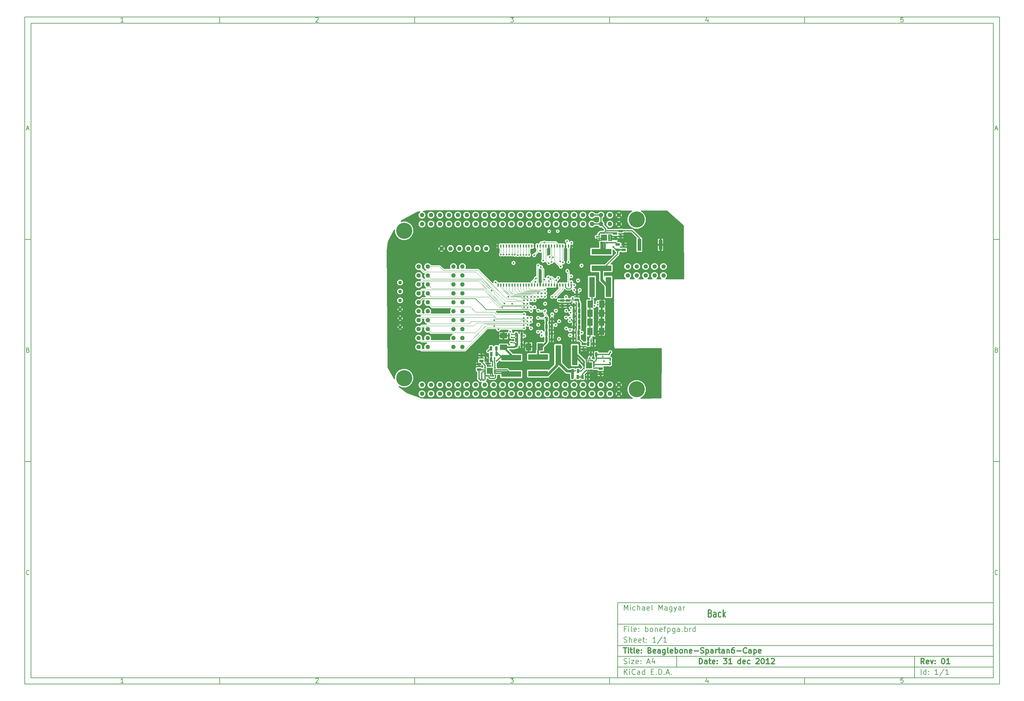
<source format=gbl>
G04 (created by PCBNEW-RS274X (2012-jan-04)-stable) date Mon Dec 31 11:21:29 2012*
G01*
G70*
G90*
%MOIN*%
G04 Gerber Fmt 3.4, Leading zero omitted, Abs format*
%FSLAX34Y34*%
G04 APERTURE LIST*
%ADD10C,0.006000*%
%ADD11C,0.012000*%
%ADD12R,0.039400X0.137800*%
%ADD13R,0.039400X0.118100*%
%ADD14C,0.051200*%
%ADD15R,0.011800X0.035400*%
%ADD16R,0.011800X0.019700*%
%ADD17R,0.019700X0.011800*%
%ADD18R,0.070900X0.070900*%
%ADD19C,0.180000*%
%ADD20R,0.080000X0.060000*%
%ADD21R,0.060000X0.080000*%
%ADD22R,0.025000X0.045000*%
%ADD23R,0.045000X0.025000*%
%ADD24R,0.224400X0.063000*%
%ADD25R,0.063000X0.224400*%
%ADD26C,0.040200*%
%ADD27C,0.019700*%
%ADD28C,0.015000*%
%ADD29C,0.011800*%
%ADD30C,0.013800*%
%ADD31C,0.005100*%
%ADD32C,0.003900*%
%ADD33C,0.019700*%
%ADD34C,0.009800*%
%ADD35C,0.029500*%
%ADD36C,0.004900*%
%ADD37C,0.013900*%
G04 APERTURE END LIST*
G54D10*
X04000Y-04000D02*
X113000Y-04000D01*
X113000Y-78670D01*
X04000Y-78670D01*
X04000Y-04000D01*
X04700Y-04700D02*
X112300Y-04700D01*
X112300Y-77970D01*
X04700Y-77970D01*
X04700Y-04700D01*
X25800Y-04000D02*
X25800Y-04700D01*
X15043Y-04552D02*
X14757Y-04552D01*
X14900Y-04552D02*
X14900Y-04052D01*
X14852Y-04124D01*
X14805Y-04171D01*
X14757Y-04195D01*
X25800Y-78670D02*
X25800Y-77970D01*
X15043Y-78522D02*
X14757Y-78522D01*
X14900Y-78522D02*
X14900Y-78022D01*
X14852Y-78094D01*
X14805Y-78141D01*
X14757Y-78165D01*
X47600Y-04000D02*
X47600Y-04700D01*
X36557Y-04100D02*
X36581Y-04076D01*
X36629Y-04052D01*
X36748Y-04052D01*
X36795Y-04076D01*
X36819Y-04100D01*
X36843Y-04148D01*
X36843Y-04195D01*
X36819Y-04267D01*
X36533Y-04552D01*
X36843Y-04552D01*
X47600Y-78670D02*
X47600Y-77970D01*
X36557Y-78070D02*
X36581Y-78046D01*
X36629Y-78022D01*
X36748Y-78022D01*
X36795Y-78046D01*
X36819Y-78070D01*
X36843Y-78118D01*
X36843Y-78165D01*
X36819Y-78237D01*
X36533Y-78522D01*
X36843Y-78522D01*
X69400Y-04000D02*
X69400Y-04700D01*
X58333Y-04052D02*
X58643Y-04052D01*
X58476Y-04243D01*
X58548Y-04243D01*
X58595Y-04267D01*
X58619Y-04290D01*
X58643Y-04338D01*
X58643Y-04457D01*
X58619Y-04505D01*
X58595Y-04529D01*
X58548Y-04552D01*
X58405Y-04552D01*
X58357Y-04529D01*
X58333Y-04505D01*
X69400Y-78670D02*
X69400Y-77970D01*
X58333Y-78022D02*
X58643Y-78022D01*
X58476Y-78213D01*
X58548Y-78213D01*
X58595Y-78237D01*
X58619Y-78260D01*
X58643Y-78308D01*
X58643Y-78427D01*
X58619Y-78475D01*
X58595Y-78499D01*
X58548Y-78522D01*
X58405Y-78522D01*
X58357Y-78499D01*
X58333Y-78475D01*
X91200Y-04000D02*
X91200Y-04700D01*
X80395Y-04219D02*
X80395Y-04552D01*
X80276Y-04029D02*
X80157Y-04386D01*
X80467Y-04386D01*
X91200Y-78670D02*
X91200Y-77970D01*
X80395Y-78189D02*
X80395Y-78522D01*
X80276Y-77999D02*
X80157Y-78356D01*
X80467Y-78356D01*
X102219Y-04052D02*
X101981Y-04052D01*
X101957Y-04290D01*
X101981Y-04267D01*
X102029Y-04243D01*
X102148Y-04243D01*
X102195Y-04267D01*
X102219Y-04290D01*
X102243Y-04338D01*
X102243Y-04457D01*
X102219Y-04505D01*
X102195Y-04529D01*
X102148Y-04552D01*
X102029Y-04552D01*
X101981Y-04529D01*
X101957Y-04505D01*
X102219Y-78022D02*
X101981Y-78022D01*
X101957Y-78260D01*
X101981Y-78237D01*
X102029Y-78213D01*
X102148Y-78213D01*
X102195Y-78237D01*
X102219Y-78260D01*
X102243Y-78308D01*
X102243Y-78427D01*
X102219Y-78475D01*
X102195Y-78499D01*
X102148Y-78522D01*
X102029Y-78522D01*
X101981Y-78499D01*
X101957Y-78475D01*
X04000Y-28890D02*
X04700Y-28890D01*
X04231Y-16510D02*
X04469Y-16510D01*
X04184Y-16652D02*
X04350Y-16152D01*
X04517Y-16652D01*
X113000Y-28890D02*
X112300Y-28890D01*
X112531Y-16510D02*
X112769Y-16510D01*
X112484Y-16652D02*
X112650Y-16152D01*
X112817Y-16652D01*
X04000Y-53780D02*
X04700Y-53780D01*
X04386Y-41280D02*
X04457Y-41304D01*
X04481Y-41328D01*
X04505Y-41376D01*
X04505Y-41447D01*
X04481Y-41495D01*
X04457Y-41519D01*
X04410Y-41542D01*
X04219Y-41542D01*
X04219Y-41042D01*
X04386Y-41042D01*
X04433Y-41066D01*
X04457Y-41090D01*
X04481Y-41138D01*
X04481Y-41185D01*
X04457Y-41233D01*
X04433Y-41257D01*
X04386Y-41280D01*
X04219Y-41280D01*
X113000Y-53780D02*
X112300Y-53780D01*
X112686Y-41280D02*
X112757Y-41304D01*
X112781Y-41328D01*
X112805Y-41376D01*
X112805Y-41447D01*
X112781Y-41495D01*
X112757Y-41519D01*
X112710Y-41542D01*
X112519Y-41542D01*
X112519Y-41042D01*
X112686Y-41042D01*
X112733Y-41066D01*
X112757Y-41090D01*
X112781Y-41138D01*
X112781Y-41185D01*
X112757Y-41233D01*
X112733Y-41257D01*
X112686Y-41280D01*
X112519Y-41280D01*
X04505Y-66385D02*
X04481Y-66409D01*
X04410Y-66432D01*
X04362Y-66432D01*
X04290Y-66409D01*
X04243Y-66361D01*
X04219Y-66313D01*
X04195Y-66218D01*
X04195Y-66147D01*
X04219Y-66051D01*
X04243Y-66004D01*
X04290Y-65956D01*
X04362Y-65932D01*
X04410Y-65932D01*
X04481Y-65956D01*
X04505Y-65980D01*
X112805Y-66385D02*
X112781Y-66409D01*
X112710Y-66432D01*
X112662Y-66432D01*
X112590Y-66409D01*
X112543Y-66361D01*
X112519Y-66313D01*
X112495Y-66218D01*
X112495Y-66147D01*
X112519Y-66051D01*
X112543Y-66004D01*
X112590Y-65956D01*
X112662Y-65932D01*
X112710Y-65932D01*
X112781Y-65956D01*
X112805Y-65980D01*
G54D11*
X79443Y-76413D02*
X79443Y-75813D01*
X79586Y-75813D01*
X79671Y-75841D01*
X79729Y-75899D01*
X79757Y-75956D01*
X79786Y-76070D01*
X79786Y-76156D01*
X79757Y-76270D01*
X79729Y-76327D01*
X79671Y-76384D01*
X79586Y-76413D01*
X79443Y-76413D01*
X80300Y-76413D02*
X80300Y-76099D01*
X80271Y-76041D01*
X80214Y-76013D01*
X80100Y-76013D01*
X80043Y-76041D01*
X80300Y-76384D02*
X80243Y-76413D01*
X80100Y-76413D01*
X80043Y-76384D01*
X80014Y-76327D01*
X80014Y-76270D01*
X80043Y-76213D01*
X80100Y-76184D01*
X80243Y-76184D01*
X80300Y-76156D01*
X80500Y-76013D02*
X80729Y-76013D01*
X80586Y-75813D02*
X80586Y-76327D01*
X80614Y-76384D01*
X80672Y-76413D01*
X80729Y-76413D01*
X81157Y-76384D02*
X81100Y-76413D01*
X80986Y-76413D01*
X80929Y-76384D01*
X80900Y-76327D01*
X80900Y-76099D01*
X80929Y-76041D01*
X80986Y-76013D01*
X81100Y-76013D01*
X81157Y-76041D01*
X81186Y-76099D01*
X81186Y-76156D01*
X80900Y-76213D01*
X81443Y-76356D02*
X81471Y-76384D01*
X81443Y-76413D01*
X81414Y-76384D01*
X81443Y-76356D01*
X81443Y-76413D01*
X81443Y-76041D02*
X81471Y-76070D01*
X81443Y-76099D01*
X81414Y-76070D01*
X81443Y-76041D01*
X81443Y-76099D01*
X82129Y-75813D02*
X82500Y-75813D01*
X82300Y-76041D01*
X82386Y-76041D01*
X82443Y-76070D01*
X82472Y-76099D01*
X82500Y-76156D01*
X82500Y-76299D01*
X82472Y-76356D01*
X82443Y-76384D01*
X82386Y-76413D01*
X82214Y-76413D01*
X82157Y-76384D01*
X82129Y-76356D01*
X83071Y-76413D02*
X82728Y-76413D01*
X82900Y-76413D02*
X82900Y-75813D01*
X82843Y-75899D01*
X82785Y-75956D01*
X82728Y-75984D01*
X84042Y-76413D02*
X84042Y-75813D01*
X84042Y-76384D02*
X83985Y-76413D01*
X83871Y-76413D01*
X83813Y-76384D01*
X83785Y-76356D01*
X83756Y-76299D01*
X83756Y-76127D01*
X83785Y-76070D01*
X83813Y-76041D01*
X83871Y-76013D01*
X83985Y-76013D01*
X84042Y-76041D01*
X84556Y-76384D02*
X84499Y-76413D01*
X84385Y-76413D01*
X84328Y-76384D01*
X84299Y-76327D01*
X84299Y-76099D01*
X84328Y-76041D01*
X84385Y-76013D01*
X84499Y-76013D01*
X84556Y-76041D01*
X84585Y-76099D01*
X84585Y-76156D01*
X84299Y-76213D01*
X85099Y-76384D02*
X85042Y-76413D01*
X84928Y-76413D01*
X84870Y-76384D01*
X84842Y-76356D01*
X84813Y-76299D01*
X84813Y-76127D01*
X84842Y-76070D01*
X84870Y-76041D01*
X84928Y-76013D01*
X85042Y-76013D01*
X85099Y-76041D01*
X85784Y-75870D02*
X85813Y-75841D01*
X85870Y-75813D01*
X86013Y-75813D01*
X86070Y-75841D01*
X86099Y-75870D01*
X86127Y-75927D01*
X86127Y-75984D01*
X86099Y-76070D01*
X85756Y-76413D01*
X86127Y-76413D01*
X86498Y-75813D02*
X86555Y-75813D01*
X86612Y-75841D01*
X86641Y-75870D01*
X86670Y-75927D01*
X86698Y-76041D01*
X86698Y-76184D01*
X86670Y-76299D01*
X86641Y-76356D01*
X86612Y-76384D01*
X86555Y-76413D01*
X86498Y-76413D01*
X86441Y-76384D01*
X86412Y-76356D01*
X86384Y-76299D01*
X86355Y-76184D01*
X86355Y-76041D01*
X86384Y-75927D01*
X86412Y-75870D01*
X86441Y-75841D01*
X86498Y-75813D01*
X87269Y-76413D02*
X86926Y-76413D01*
X87098Y-76413D02*
X87098Y-75813D01*
X87041Y-75899D01*
X86983Y-75956D01*
X86926Y-75984D01*
X87497Y-75870D02*
X87526Y-75841D01*
X87583Y-75813D01*
X87726Y-75813D01*
X87783Y-75841D01*
X87812Y-75870D01*
X87840Y-75927D01*
X87840Y-75984D01*
X87812Y-76070D01*
X87469Y-76413D01*
X87840Y-76413D01*
G54D10*
X71043Y-77613D02*
X71043Y-77013D01*
X71386Y-77613D02*
X71129Y-77270D01*
X71386Y-77013D02*
X71043Y-77356D01*
X71643Y-77613D02*
X71643Y-77213D01*
X71643Y-77013D02*
X71614Y-77041D01*
X71643Y-77070D01*
X71671Y-77041D01*
X71643Y-77013D01*
X71643Y-77070D01*
X72272Y-77556D02*
X72243Y-77584D01*
X72157Y-77613D01*
X72100Y-77613D01*
X72015Y-77584D01*
X71957Y-77527D01*
X71929Y-77470D01*
X71900Y-77356D01*
X71900Y-77270D01*
X71929Y-77156D01*
X71957Y-77099D01*
X72015Y-77041D01*
X72100Y-77013D01*
X72157Y-77013D01*
X72243Y-77041D01*
X72272Y-77070D01*
X72786Y-77613D02*
X72786Y-77299D01*
X72757Y-77241D01*
X72700Y-77213D01*
X72586Y-77213D01*
X72529Y-77241D01*
X72786Y-77584D02*
X72729Y-77613D01*
X72586Y-77613D01*
X72529Y-77584D01*
X72500Y-77527D01*
X72500Y-77470D01*
X72529Y-77413D01*
X72586Y-77384D01*
X72729Y-77384D01*
X72786Y-77356D01*
X73329Y-77613D02*
X73329Y-77013D01*
X73329Y-77584D02*
X73272Y-77613D01*
X73158Y-77613D01*
X73100Y-77584D01*
X73072Y-77556D01*
X73043Y-77499D01*
X73043Y-77327D01*
X73072Y-77270D01*
X73100Y-77241D01*
X73158Y-77213D01*
X73272Y-77213D01*
X73329Y-77241D01*
X74072Y-77299D02*
X74272Y-77299D01*
X74358Y-77613D02*
X74072Y-77613D01*
X74072Y-77013D01*
X74358Y-77013D01*
X74615Y-77556D02*
X74643Y-77584D01*
X74615Y-77613D01*
X74586Y-77584D01*
X74615Y-77556D01*
X74615Y-77613D01*
X74901Y-77613D02*
X74901Y-77013D01*
X75044Y-77013D01*
X75129Y-77041D01*
X75187Y-77099D01*
X75215Y-77156D01*
X75244Y-77270D01*
X75244Y-77356D01*
X75215Y-77470D01*
X75187Y-77527D01*
X75129Y-77584D01*
X75044Y-77613D01*
X74901Y-77613D01*
X75501Y-77556D02*
X75529Y-77584D01*
X75501Y-77613D01*
X75472Y-77584D01*
X75501Y-77556D01*
X75501Y-77613D01*
X75758Y-77441D02*
X76044Y-77441D01*
X75701Y-77613D02*
X75901Y-77013D01*
X76101Y-77613D01*
X76301Y-77556D02*
X76329Y-77584D01*
X76301Y-77613D01*
X76272Y-77584D01*
X76301Y-77556D01*
X76301Y-77613D01*
G54D11*
X104586Y-76413D02*
X104386Y-76127D01*
X104243Y-76413D02*
X104243Y-75813D01*
X104471Y-75813D01*
X104529Y-75841D01*
X104557Y-75870D01*
X104586Y-75927D01*
X104586Y-76013D01*
X104557Y-76070D01*
X104529Y-76099D01*
X104471Y-76127D01*
X104243Y-76127D01*
X105071Y-76384D02*
X105014Y-76413D01*
X104900Y-76413D01*
X104843Y-76384D01*
X104814Y-76327D01*
X104814Y-76099D01*
X104843Y-76041D01*
X104900Y-76013D01*
X105014Y-76013D01*
X105071Y-76041D01*
X105100Y-76099D01*
X105100Y-76156D01*
X104814Y-76213D01*
X105300Y-76013D02*
X105443Y-76413D01*
X105585Y-76013D01*
X105814Y-76356D02*
X105842Y-76384D01*
X105814Y-76413D01*
X105785Y-76384D01*
X105814Y-76356D01*
X105814Y-76413D01*
X105814Y-76041D02*
X105842Y-76070D01*
X105814Y-76099D01*
X105785Y-76070D01*
X105814Y-76041D01*
X105814Y-76099D01*
X106671Y-75813D02*
X106728Y-75813D01*
X106785Y-75841D01*
X106814Y-75870D01*
X106843Y-75927D01*
X106871Y-76041D01*
X106871Y-76184D01*
X106843Y-76299D01*
X106814Y-76356D01*
X106785Y-76384D01*
X106728Y-76413D01*
X106671Y-76413D01*
X106614Y-76384D01*
X106585Y-76356D01*
X106557Y-76299D01*
X106528Y-76184D01*
X106528Y-76041D01*
X106557Y-75927D01*
X106585Y-75870D01*
X106614Y-75841D01*
X106671Y-75813D01*
X107442Y-76413D02*
X107099Y-76413D01*
X107271Y-76413D02*
X107271Y-75813D01*
X107214Y-75899D01*
X107156Y-75956D01*
X107099Y-75984D01*
G54D10*
X71014Y-76384D02*
X71100Y-76413D01*
X71243Y-76413D01*
X71300Y-76384D01*
X71329Y-76356D01*
X71357Y-76299D01*
X71357Y-76241D01*
X71329Y-76184D01*
X71300Y-76156D01*
X71243Y-76127D01*
X71129Y-76099D01*
X71071Y-76070D01*
X71043Y-76041D01*
X71014Y-75984D01*
X71014Y-75927D01*
X71043Y-75870D01*
X71071Y-75841D01*
X71129Y-75813D01*
X71271Y-75813D01*
X71357Y-75841D01*
X71614Y-76413D02*
X71614Y-76013D01*
X71614Y-75813D02*
X71585Y-75841D01*
X71614Y-75870D01*
X71642Y-75841D01*
X71614Y-75813D01*
X71614Y-75870D01*
X71843Y-76013D02*
X72157Y-76013D01*
X71843Y-76413D01*
X72157Y-76413D01*
X72614Y-76384D02*
X72557Y-76413D01*
X72443Y-76413D01*
X72386Y-76384D01*
X72357Y-76327D01*
X72357Y-76099D01*
X72386Y-76041D01*
X72443Y-76013D01*
X72557Y-76013D01*
X72614Y-76041D01*
X72643Y-76099D01*
X72643Y-76156D01*
X72357Y-76213D01*
X72900Y-76356D02*
X72928Y-76384D01*
X72900Y-76413D01*
X72871Y-76384D01*
X72900Y-76356D01*
X72900Y-76413D01*
X72900Y-76041D02*
X72928Y-76070D01*
X72900Y-76099D01*
X72871Y-76070D01*
X72900Y-76041D01*
X72900Y-76099D01*
X73614Y-76241D02*
X73900Y-76241D01*
X73557Y-76413D02*
X73757Y-75813D01*
X73957Y-76413D01*
X74414Y-76013D02*
X74414Y-76413D01*
X74271Y-75784D02*
X74128Y-76213D01*
X74500Y-76213D01*
X104243Y-77613D02*
X104243Y-77013D01*
X104786Y-77613D02*
X104786Y-77013D01*
X104786Y-77584D02*
X104729Y-77613D01*
X104615Y-77613D01*
X104557Y-77584D01*
X104529Y-77556D01*
X104500Y-77499D01*
X104500Y-77327D01*
X104529Y-77270D01*
X104557Y-77241D01*
X104615Y-77213D01*
X104729Y-77213D01*
X104786Y-77241D01*
X105072Y-77556D02*
X105100Y-77584D01*
X105072Y-77613D01*
X105043Y-77584D01*
X105072Y-77556D01*
X105072Y-77613D01*
X105072Y-77241D02*
X105100Y-77270D01*
X105072Y-77299D01*
X105043Y-77270D01*
X105072Y-77241D01*
X105072Y-77299D01*
X106129Y-77613D02*
X105786Y-77613D01*
X105958Y-77613D02*
X105958Y-77013D01*
X105901Y-77099D01*
X105843Y-77156D01*
X105786Y-77184D01*
X106814Y-76984D02*
X106300Y-77756D01*
X107329Y-77613D02*
X106986Y-77613D01*
X107158Y-77613D02*
X107158Y-77013D01*
X107101Y-77099D01*
X107043Y-77156D01*
X106986Y-77184D01*
G54D11*
X70957Y-74613D02*
X71300Y-74613D01*
X71129Y-75213D02*
X71129Y-74613D01*
X71500Y-75213D02*
X71500Y-74813D01*
X71500Y-74613D02*
X71471Y-74641D01*
X71500Y-74670D01*
X71528Y-74641D01*
X71500Y-74613D01*
X71500Y-74670D01*
X71700Y-74813D02*
X71929Y-74813D01*
X71786Y-74613D02*
X71786Y-75127D01*
X71814Y-75184D01*
X71872Y-75213D01*
X71929Y-75213D01*
X72215Y-75213D02*
X72157Y-75184D01*
X72129Y-75127D01*
X72129Y-74613D01*
X72671Y-75184D02*
X72614Y-75213D01*
X72500Y-75213D01*
X72443Y-75184D01*
X72414Y-75127D01*
X72414Y-74899D01*
X72443Y-74841D01*
X72500Y-74813D01*
X72614Y-74813D01*
X72671Y-74841D01*
X72700Y-74899D01*
X72700Y-74956D01*
X72414Y-75013D01*
X72957Y-75156D02*
X72985Y-75184D01*
X72957Y-75213D01*
X72928Y-75184D01*
X72957Y-75156D01*
X72957Y-75213D01*
X72957Y-74841D02*
X72985Y-74870D01*
X72957Y-74899D01*
X72928Y-74870D01*
X72957Y-74841D01*
X72957Y-74899D01*
X73900Y-74899D02*
X73986Y-74927D01*
X74014Y-74956D01*
X74043Y-75013D01*
X74043Y-75099D01*
X74014Y-75156D01*
X73986Y-75184D01*
X73928Y-75213D01*
X73700Y-75213D01*
X73700Y-74613D01*
X73900Y-74613D01*
X73957Y-74641D01*
X73986Y-74670D01*
X74014Y-74727D01*
X74014Y-74784D01*
X73986Y-74841D01*
X73957Y-74870D01*
X73900Y-74899D01*
X73700Y-74899D01*
X74528Y-75184D02*
X74471Y-75213D01*
X74357Y-75213D01*
X74300Y-75184D01*
X74271Y-75127D01*
X74271Y-74899D01*
X74300Y-74841D01*
X74357Y-74813D01*
X74471Y-74813D01*
X74528Y-74841D01*
X74557Y-74899D01*
X74557Y-74956D01*
X74271Y-75013D01*
X75071Y-75213D02*
X75071Y-74899D01*
X75042Y-74841D01*
X74985Y-74813D01*
X74871Y-74813D01*
X74814Y-74841D01*
X75071Y-75184D02*
X75014Y-75213D01*
X74871Y-75213D01*
X74814Y-75184D01*
X74785Y-75127D01*
X74785Y-75070D01*
X74814Y-75013D01*
X74871Y-74984D01*
X75014Y-74984D01*
X75071Y-74956D01*
X75614Y-74813D02*
X75614Y-75299D01*
X75585Y-75356D01*
X75557Y-75384D01*
X75500Y-75413D01*
X75414Y-75413D01*
X75357Y-75384D01*
X75614Y-75184D02*
X75557Y-75213D01*
X75443Y-75213D01*
X75385Y-75184D01*
X75357Y-75156D01*
X75328Y-75099D01*
X75328Y-74927D01*
X75357Y-74870D01*
X75385Y-74841D01*
X75443Y-74813D01*
X75557Y-74813D01*
X75614Y-74841D01*
X75986Y-75213D02*
X75928Y-75184D01*
X75900Y-75127D01*
X75900Y-74613D01*
X76442Y-75184D02*
X76385Y-75213D01*
X76271Y-75213D01*
X76214Y-75184D01*
X76185Y-75127D01*
X76185Y-74899D01*
X76214Y-74841D01*
X76271Y-74813D01*
X76385Y-74813D01*
X76442Y-74841D01*
X76471Y-74899D01*
X76471Y-74956D01*
X76185Y-75013D01*
X76728Y-75213D02*
X76728Y-74613D01*
X76728Y-74841D02*
X76785Y-74813D01*
X76899Y-74813D01*
X76956Y-74841D01*
X76985Y-74870D01*
X77014Y-74927D01*
X77014Y-75099D01*
X76985Y-75156D01*
X76956Y-75184D01*
X76899Y-75213D01*
X76785Y-75213D01*
X76728Y-75184D01*
X77357Y-75213D02*
X77299Y-75184D01*
X77271Y-75156D01*
X77242Y-75099D01*
X77242Y-74927D01*
X77271Y-74870D01*
X77299Y-74841D01*
X77357Y-74813D01*
X77442Y-74813D01*
X77499Y-74841D01*
X77528Y-74870D01*
X77557Y-74927D01*
X77557Y-75099D01*
X77528Y-75156D01*
X77499Y-75184D01*
X77442Y-75213D01*
X77357Y-75213D01*
X77814Y-74813D02*
X77814Y-75213D01*
X77814Y-74870D02*
X77842Y-74841D01*
X77900Y-74813D01*
X77985Y-74813D01*
X78042Y-74841D01*
X78071Y-74899D01*
X78071Y-75213D01*
X78585Y-75184D02*
X78528Y-75213D01*
X78414Y-75213D01*
X78357Y-75184D01*
X78328Y-75127D01*
X78328Y-74899D01*
X78357Y-74841D01*
X78414Y-74813D01*
X78528Y-74813D01*
X78585Y-74841D01*
X78614Y-74899D01*
X78614Y-74956D01*
X78328Y-75013D01*
X78871Y-74984D02*
X79328Y-74984D01*
X79585Y-75184D02*
X79671Y-75213D01*
X79814Y-75213D01*
X79871Y-75184D01*
X79900Y-75156D01*
X79928Y-75099D01*
X79928Y-75041D01*
X79900Y-74984D01*
X79871Y-74956D01*
X79814Y-74927D01*
X79700Y-74899D01*
X79642Y-74870D01*
X79614Y-74841D01*
X79585Y-74784D01*
X79585Y-74727D01*
X79614Y-74670D01*
X79642Y-74641D01*
X79700Y-74613D01*
X79842Y-74613D01*
X79928Y-74641D01*
X80185Y-74813D02*
X80185Y-75413D01*
X80185Y-74841D02*
X80242Y-74813D01*
X80356Y-74813D01*
X80413Y-74841D01*
X80442Y-74870D01*
X80471Y-74927D01*
X80471Y-75099D01*
X80442Y-75156D01*
X80413Y-75184D01*
X80356Y-75213D01*
X80242Y-75213D01*
X80185Y-75184D01*
X80985Y-75213D02*
X80985Y-74899D01*
X80956Y-74841D01*
X80899Y-74813D01*
X80785Y-74813D01*
X80728Y-74841D01*
X80985Y-75184D02*
X80928Y-75213D01*
X80785Y-75213D01*
X80728Y-75184D01*
X80699Y-75127D01*
X80699Y-75070D01*
X80728Y-75013D01*
X80785Y-74984D01*
X80928Y-74984D01*
X80985Y-74956D01*
X81271Y-75213D02*
X81271Y-74813D01*
X81271Y-74927D02*
X81299Y-74870D01*
X81328Y-74841D01*
X81385Y-74813D01*
X81442Y-74813D01*
X81556Y-74813D02*
X81785Y-74813D01*
X81642Y-74613D02*
X81642Y-75127D01*
X81670Y-75184D01*
X81728Y-75213D01*
X81785Y-75213D01*
X82242Y-75213D02*
X82242Y-74899D01*
X82213Y-74841D01*
X82156Y-74813D01*
X82042Y-74813D01*
X81985Y-74841D01*
X82242Y-75184D02*
X82185Y-75213D01*
X82042Y-75213D01*
X81985Y-75184D01*
X81956Y-75127D01*
X81956Y-75070D01*
X81985Y-75013D01*
X82042Y-74984D01*
X82185Y-74984D01*
X82242Y-74956D01*
X82528Y-74813D02*
X82528Y-75213D01*
X82528Y-74870D02*
X82556Y-74841D01*
X82614Y-74813D01*
X82699Y-74813D01*
X82756Y-74841D01*
X82785Y-74899D01*
X82785Y-75213D01*
X83328Y-74613D02*
X83214Y-74613D01*
X83157Y-74641D01*
X83128Y-74670D01*
X83071Y-74756D01*
X83042Y-74870D01*
X83042Y-75099D01*
X83071Y-75156D01*
X83099Y-75184D01*
X83157Y-75213D01*
X83271Y-75213D01*
X83328Y-75184D01*
X83357Y-75156D01*
X83385Y-75099D01*
X83385Y-74956D01*
X83357Y-74899D01*
X83328Y-74870D01*
X83271Y-74841D01*
X83157Y-74841D01*
X83099Y-74870D01*
X83071Y-74899D01*
X83042Y-74956D01*
X83642Y-74984D02*
X84099Y-74984D01*
X84728Y-75156D02*
X84699Y-75184D01*
X84613Y-75213D01*
X84556Y-75213D01*
X84471Y-75184D01*
X84413Y-75127D01*
X84385Y-75070D01*
X84356Y-74956D01*
X84356Y-74870D01*
X84385Y-74756D01*
X84413Y-74699D01*
X84471Y-74641D01*
X84556Y-74613D01*
X84613Y-74613D01*
X84699Y-74641D01*
X84728Y-74670D01*
X85242Y-75213D02*
X85242Y-74899D01*
X85213Y-74841D01*
X85156Y-74813D01*
X85042Y-74813D01*
X84985Y-74841D01*
X85242Y-75184D02*
X85185Y-75213D01*
X85042Y-75213D01*
X84985Y-75184D01*
X84956Y-75127D01*
X84956Y-75070D01*
X84985Y-75013D01*
X85042Y-74984D01*
X85185Y-74984D01*
X85242Y-74956D01*
X85528Y-74813D02*
X85528Y-75413D01*
X85528Y-74841D02*
X85585Y-74813D01*
X85699Y-74813D01*
X85756Y-74841D01*
X85785Y-74870D01*
X85814Y-74927D01*
X85814Y-75099D01*
X85785Y-75156D01*
X85756Y-75184D01*
X85699Y-75213D01*
X85585Y-75213D01*
X85528Y-75184D01*
X86299Y-75184D02*
X86242Y-75213D01*
X86128Y-75213D01*
X86071Y-75184D01*
X86042Y-75127D01*
X86042Y-74899D01*
X86071Y-74841D01*
X86128Y-74813D01*
X86242Y-74813D01*
X86299Y-74841D01*
X86328Y-74899D01*
X86328Y-74956D01*
X86042Y-75013D01*
G54D10*
X71243Y-72499D02*
X71043Y-72499D01*
X71043Y-72813D02*
X71043Y-72213D01*
X71329Y-72213D01*
X71557Y-72813D02*
X71557Y-72413D01*
X71557Y-72213D02*
X71528Y-72241D01*
X71557Y-72270D01*
X71585Y-72241D01*
X71557Y-72213D01*
X71557Y-72270D01*
X71929Y-72813D02*
X71871Y-72784D01*
X71843Y-72727D01*
X71843Y-72213D01*
X72385Y-72784D02*
X72328Y-72813D01*
X72214Y-72813D01*
X72157Y-72784D01*
X72128Y-72727D01*
X72128Y-72499D01*
X72157Y-72441D01*
X72214Y-72413D01*
X72328Y-72413D01*
X72385Y-72441D01*
X72414Y-72499D01*
X72414Y-72556D01*
X72128Y-72613D01*
X72671Y-72756D02*
X72699Y-72784D01*
X72671Y-72813D01*
X72642Y-72784D01*
X72671Y-72756D01*
X72671Y-72813D01*
X72671Y-72441D02*
X72699Y-72470D01*
X72671Y-72499D01*
X72642Y-72470D01*
X72671Y-72441D01*
X72671Y-72499D01*
X73414Y-72813D02*
X73414Y-72213D01*
X73414Y-72441D02*
X73471Y-72413D01*
X73585Y-72413D01*
X73642Y-72441D01*
X73671Y-72470D01*
X73700Y-72527D01*
X73700Y-72699D01*
X73671Y-72756D01*
X73642Y-72784D01*
X73585Y-72813D01*
X73471Y-72813D01*
X73414Y-72784D01*
X74043Y-72813D02*
X73985Y-72784D01*
X73957Y-72756D01*
X73928Y-72699D01*
X73928Y-72527D01*
X73957Y-72470D01*
X73985Y-72441D01*
X74043Y-72413D01*
X74128Y-72413D01*
X74185Y-72441D01*
X74214Y-72470D01*
X74243Y-72527D01*
X74243Y-72699D01*
X74214Y-72756D01*
X74185Y-72784D01*
X74128Y-72813D01*
X74043Y-72813D01*
X74500Y-72413D02*
X74500Y-72813D01*
X74500Y-72470D02*
X74528Y-72441D01*
X74586Y-72413D01*
X74671Y-72413D01*
X74728Y-72441D01*
X74757Y-72499D01*
X74757Y-72813D01*
X75271Y-72784D02*
X75214Y-72813D01*
X75100Y-72813D01*
X75043Y-72784D01*
X75014Y-72727D01*
X75014Y-72499D01*
X75043Y-72441D01*
X75100Y-72413D01*
X75214Y-72413D01*
X75271Y-72441D01*
X75300Y-72499D01*
X75300Y-72556D01*
X75014Y-72613D01*
X75471Y-72413D02*
X75700Y-72413D01*
X75557Y-72813D02*
X75557Y-72299D01*
X75585Y-72241D01*
X75643Y-72213D01*
X75700Y-72213D01*
X75900Y-72413D02*
X75900Y-73013D01*
X75900Y-72441D02*
X75957Y-72413D01*
X76071Y-72413D01*
X76128Y-72441D01*
X76157Y-72470D01*
X76186Y-72527D01*
X76186Y-72699D01*
X76157Y-72756D01*
X76128Y-72784D01*
X76071Y-72813D01*
X75957Y-72813D01*
X75900Y-72784D01*
X76700Y-72413D02*
X76700Y-72899D01*
X76671Y-72956D01*
X76643Y-72984D01*
X76586Y-73013D01*
X76500Y-73013D01*
X76443Y-72984D01*
X76700Y-72784D02*
X76643Y-72813D01*
X76529Y-72813D01*
X76471Y-72784D01*
X76443Y-72756D01*
X76414Y-72699D01*
X76414Y-72527D01*
X76443Y-72470D01*
X76471Y-72441D01*
X76529Y-72413D01*
X76643Y-72413D01*
X76700Y-72441D01*
X77243Y-72813D02*
X77243Y-72499D01*
X77214Y-72441D01*
X77157Y-72413D01*
X77043Y-72413D01*
X76986Y-72441D01*
X77243Y-72784D02*
X77186Y-72813D01*
X77043Y-72813D01*
X76986Y-72784D01*
X76957Y-72727D01*
X76957Y-72670D01*
X76986Y-72613D01*
X77043Y-72584D01*
X77186Y-72584D01*
X77243Y-72556D01*
X77529Y-72756D02*
X77557Y-72784D01*
X77529Y-72813D01*
X77500Y-72784D01*
X77529Y-72756D01*
X77529Y-72813D01*
X77815Y-72813D02*
X77815Y-72213D01*
X77815Y-72441D02*
X77872Y-72413D01*
X77986Y-72413D01*
X78043Y-72441D01*
X78072Y-72470D01*
X78101Y-72527D01*
X78101Y-72699D01*
X78072Y-72756D01*
X78043Y-72784D01*
X77986Y-72813D01*
X77872Y-72813D01*
X77815Y-72784D01*
X78358Y-72813D02*
X78358Y-72413D01*
X78358Y-72527D02*
X78386Y-72470D01*
X78415Y-72441D01*
X78472Y-72413D01*
X78529Y-72413D01*
X78986Y-72813D02*
X78986Y-72213D01*
X78986Y-72784D02*
X78929Y-72813D01*
X78815Y-72813D01*
X78757Y-72784D01*
X78729Y-72756D01*
X78700Y-72699D01*
X78700Y-72527D01*
X78729Y-72470D01*
X78757Y-72441D01*
X78815Y-72413D01*
X78929Y-72413D01*
X78986Y-72441D01*
X71014Y-73984D02*
X71100Y-74013D01*
X71243Y-74013D01*
X71300Y-73984D01*
X71329Y-73956D01*
X71357Y-73899D01*
X71357Y-73841D01*
X71329Y-73784D01*
X71300Y-73756D01*
X71243Y-73727D01*
X71129Y-73699D01*
X71071Y-73670D01*
X71043Y-73641D01*
X71014Y-73584D01*
X71014Y-73527D01*
X71043Y-73470D01*
X71071Y-73441D01*
X71129Y-73413D01*
X71271Y-73413D01*
X71357Y-73441D01*
X71614Y-74013D02*
X71614Y-73413D01*
X71871Y-74013D02*
X71871Y-73699D01*
X71842Y-73641D01*
X71785Y-73613D01*
X71700Y-73613D01*
X71642Y-73641D01*
X71614Y-73670D01*
X72385Y-73984D02*
X72328Y-74013D01*
X72214Y-74013D01*
X72157Y-73984D01*
X72128Y-73927D01*
X72128Y-73699D01*
X72157Y-73641D01*
X72214Y-73613D01*
X72328Y-73613D01*
X72385Y-73641D01*
X72414Y-73699D01*
X72414Y-73756D01*
X72128Y-73813D01*
X72899Y-73984D02*
X72842Y-74013D01*
X72728Y-74013D01*
X72671Y-73984D01*
X72642Y-73927D01*
X72642Y-73699D01*
X72671Y-73641D01*
X72728Y-73613D01*
X72842Y-73613D01*
X72899Y-73641D01*
X72928Y-73699D01*
X72928Y-73756D01*
X72642Y-73813D01*
X73099Y-73613D02*
X73328Y-73613D01*
X73185Y-73413D02*
X73185Y-73927D01*
X73213Y-73984D01*
X73271Y-74013D01*
X73328Y-74013D01*
X73528Y-73956D02*
X73556Y-73984D01*
X73528Y-74013D01*
X73499Y-73984D01*
X73528Y-73956D01*
X73528Y-74013D01*
X73528Y-73641D02*
X73556Y-73670D01*
X73528Y-73699D01*
X73499Y-73670D01*
X73528Y-73641D01*
X73528Y-73699D01*
X74585Y-74013D02*
X74242Y-74013D01*
X74414Y-74013D02*
X74414Y-73413D01*
X74357Y-73499D01*
X74299Y-73556D01*
X74242Y-73584D01*
X75270Y-73384D02*
X74756Y-74156D01*
X75785Y-74013D02*
X75442Y-74013D01*
X75614Y-74013D02*
X75614Y-73413D01*
X75557Y-73499D01*
X75499Y-73556D01*
X75442Y-73584D01*
X71043Y-70413D02*
X71043Y-69813D01*
X71243Y-70241D01*
X71443Y-69813D01*
X71443Y-70413D01*
X71729Y-70413D02*
X71729Y-70013D01*
X71729Y-69813D02*
X71700Y-69841D01*
X71729Y-69870D01*
X71757Y-69841D01*
X71729Y-69813D01*
X71729Y-69870D01*
X72272Y-70384D02*
X72215Y-70413D01*
X72101Y-70413D01*
X72043Y-70384D01*
X72015Y-70356D01*
X71986Y-70299D01*
X71986Y-70127D01*
X72015Y-70070D01*
X72043Y-70041D01*
X72101Y-70013D01*
X72215Y-70013D01*
X72272Y-70041D01*
X72529Y-70413D02*
X72529Y-69813D01*
X72786Y-70413D02*
X72786Y-70099D01*
X72757Y-70041D01*
X72700Y-70013D01*
X72615Y-70013D01*
X72557Y-70041D01*
X72529Y-70070D01*
X73329Y-70413D02*
X73329Y-70099D01*
X73300Y-70041D01*
X73243Y-70013D01*
X73129Y-70013D01*
X73072Y-70041D01*
X73329Y-70384D02*
X73272Y-70413D01*
X73129Y-70413D01*
X73072Y-70384D01*
X73043Y-70327D01*
X73043Y-70270D01*
X73072Y-70213D01*
X73129Y-70184D01*
X73272Y-70184D01*
X73329Y-70156D01*
X73843Y-70384D02*
X73786Y-70413D01*
X73672Y-70413D01*
X73615Y-70384D01*
X73586Y-70327D01*
X73586Y-70099D01*
X73615Y-70041D01*
X73672Y-70013D01*
X73786Y-70013D01*
X73843Y-70041D01*
X73872Y-70099D01*
X73872Y-70156D01*
X73586Y-70213D01*
X74215Y-70413D02*
X74157Y-70384D01*
X74129Y-70327D01*
X74129Y-69813D01*
X74900Y-70413D02*
X74900Y-69813D01*
X75100Y-70241D01*
X75300Y-69813D01*
X75300Y-70413D01*
X75843Y-70413D02*
X75843Y-70099D01*
X75814Y-70041D01*
X75757Y-70013D01*
X75643Y-70013D01*
X75586Y-70041D01*
X75843Y-70384D02*
X75786Y-70413D01*
X75643Y-70413D01*
X75586Y-70384D01*
X75557Y-70327D01*
X75557Y-70270D01*
X75586Y-70213D01*
X75643Y-70184D01*
X75786Y-70184D01*
X75843Y-70156D01*
X76386Y-70013D02*
X76386Y-70499D01*
X76357Y-70556D01*
X76329Y-70584D01*
X76272Y-70613D01*
X76186Y-70613D01*
X76129Y-70584D01*
X76386Y-70384D02*
X76329Y-70413D01*
X76215Y-70413D01*
X76157Y-70384D01*
X76129Y-70356D01*
X76100Y-70299D01*
X76100Y-70127D01*
X76129Y-70070D01*
X76157Y-70041D01*
X76215Y-70013D01*
X76329Y-70013D01*
X76386Y-70041D01*
X76615Y-70013D02*
X76758Y-70413D01*
X76900Y-70013D02*
X76758Y-70413D01*
X76700Y-70556D01*
X76672Y-70584D01*
X76615Y-70613D01*
X77386Y-70413D02*
X77386Y-70099D01*
X77357Y-70041D01*
X77300Y-70013D01*
X77186Y-70013D01*
X77129Y-70041D01*
X77386Y-70384D02*
X77329Y-70413D01*
X77186Y-70413D01*
X77129Y-70384D01*
X77100Y-70327D01*
X77100Y-70270D01*
X77129Y-70213D01*
X77186Y-70184D01*
X77329Y-70184D01*
X77386Y-70156D01*
X77672Y-70413D02*
X77672Y-70013D01*
X77672Y-70127D02*
X77700Y-70070D01*
X77729Y-70041D01*
X77786Y-70013D01*
X77843Y-70013D01*
X70300Y-69570D02*
X70300Y-77970D01*
X70300Y-71970D02*
X112300Y-71970D01*
X70300Y-69570D02*
X112300Y-69570D01*
X70300Y-74370D02*
X112300Y-74370D01*
X103500Y-75570D02*
X103500Y-77970D01*
X70300Y-76770D02*
X112300Y-76770D01*
X70300Y-75570D02*
X112300Y-75570D01*
X76900Y-75570D02*
X76900Y-76770D01*
G54D11*
X80646Y-70744D02*
X80732Y-70782D01*
X80760Y-70820D01*
X80789Y-70896D01*
X80789Y-71010D01*
X80760Y-71087D01*
X80732Y-71125D01*
X80674Y-71163D01*
X80446Y-71163D01*
X80446Y-70363D01*
X80646Y-70363D01*
X80703Y-70401D01*
X80732Y-70439D01*
X80760Y-70515D01*
X80760Y-70591D01*
X80732Y-70668D01*
X80703Y-70706D01*
X80646Y-70744D01*
X80446Y-70744D01*
X81303Y-71163D02*
X81303Y-70744D01*
X81274Y-70668D01*
X81217Y-70629D01*
X81103Y-70629D01*
X81046Y-70668D01*
X81303Y-71125D02*
X81246Y-71163D01*
X81103Y-71163D01*
X81046Y-71125D01*
X81017Y-71049D01*
X81017Y-70972D01*
X81046Y-70896D01*
X81103Y-70858D01*
X81246Y-70858D01*
X81303Y-70820D01*
X81846Y-71125D02*
X81789Y-71163D01*
X81675Y-71163D01*
X81617Y-71125D01*
X81589Y-71087D01*
X81560Y-71010D01*
X81560Y-70782D01*
X81589Y-70706D01*
X81617Y-70668D01*
X81675Y-70629D01*
X81789Y-70629D01*
X81846Y-70668D01*
X82103Y-71163D02*
X82103Y-70363D01*
X82160Y-70858D02*
X82331Y-71163D01*
X82331Y-70629D02*
X82103Y-70934D01*
G54D12*
X72736Y-29504D03*
G54D13*
X75098Y-29504D03*
G54D14*
X51949Y-32949D03*
X52956Y-32949D03*
X51949Y-31949D03*
X52956Y-31949D03*
X52956Y-35949D03*
X51949Y-35949D03*
X52956Y-36949D03*
X51949Y-36949D03*
X52956Y-33949D03*
X51949Y-33949D03*
X52956Y-34949D03*
X51949Y-34949D03*
X51949Y-38949D03*
X52956Y-38949D03*
X51949Y-37949D03*
X52956Y-37949D03*
X51949Y-40949D03*
X52956Y-40949D03*
X51949Y-39949D03*
X52956Y-39949D03*
G54D15*
X60078Y-29645D03*
X60393Y-29645D03*
X60708Y-29645D03*
X61023Y-29645D03*
X61338Y-29645D03*
X61653Y-29645D03*
X61968Y-29645D03*
X62283Y-29645D03*
X62598Y-29645D03*
X62913Y-29645D03*
X63228Y-29645D03*
X57559Y-34016D03*
X57244Y-34016D03*
X56929Y-34016D03*
X56929Y-29646D03*
X57244Y-29646D03*
X57559Y-29646D03*
X57874Y-29646D03*
X60078Y-34016D03*
X58504Y-29646D03*
X58819Y-29645D03*
X59134Y-29645D03*
X59448Y-29645D03*
X59763Y-29645D03*
X61653Y-34016D03*
X61338Y-34016D03*
X61023Y-34016D03*
X60708Y-34016D03*
X60393Y-34016D03*
X58189Y-29646D03*
X59763Y-34016D03*
X59448Y-34016D03*
X59134Y-34016D03*
X58819Y-34016D03*
X58504Y-34016D03*
X58189Y-34016D03*
X57874Y-34016D03*
X65118Y-34016D03*
X64803Y-34016D03*
X64488Y-34016D03*
X64173Y-34016D03*
X63858Y-34016D03*
X63543Y-34016D03*
X63228Y-34016D03*
X62913Y-34016D03*
X62598Y-34016D03*
X62283Y-34016D03*
X61968Y-34016D03*
X63543Y-29646D03*
X63858Y-29646D03*
X64173Y-29646D03*
X64488Y-29646D03*
X64803Y-29646D03*
X65119Y-29646D03*
G54D16*
X66803Y-42461D03*
X67000Y-42461D03*
X67196Y-42461D03*
X67393Y-42461D03*
X66803Y-43563D03*
X67000Y-43563D03*
X67196Y-43563D03*
X67393Y-43563D03*
G54D17*
X67649Y-43110D03*
X67649Y-42914D03*
X67649Y-42717D03*
X67649Y-43307D03*
X66547Y-43307D03*
X66547Y-43110D03*
X66547Y-42914D03*
X66547Y-42717D03*
G54D18*
X67098Y-43012D03*
G54D14*
X55610Y-29925D03*
X54610Y-29925D03*
X53610Y-29925D03*
X50610Y-29925D03*
X51610Y-29925D03*
X52610Y-29925D03*
G54D19*
X46431Y-27931D03*
X72431Y-26681D03*
X72431Y-45681D03*
X46431Y-44431D03*
G54D14*
X70431Y-26181D03*
X70431Y-27181D03*
X69431Y-26181D03*
X69431Y-27181D03*
X68431Y-26181D03*
X68431Y-27181D03*
X67431Y-26181D03*
X67431Y-27181D03*
X66431Y-26181D03*
X66431Y-27181D03*
X65431Y-26181D03*
X65431Y-27181D03*
X64431Y-26181D03*
X64431Y-27181D03*
X63431Y-26181D03*
X63431Y-27181D03*
X62431Y-26181D03*
X62431Y-27181D03*
X61431Y-26181D03*
X61431Y-27181D03*
X60431Y-26181D03*
X60431Y-27181D03*
X59431Y-26181D03*
X59431Y-27181D03*
X58431Y-26181D03*
X58431Y-27181D03*
X57431Y-26181D03*
X57431Y-27181D03*
X56431Y-26181D03*
X56431Y-27181D03*
X55431Y-26181D03*
X55431Y-27181D03*
X54431Y-26181D03*
X54431Y-27181D03*
X53431Y-26181D03*
X53431Y-27181D03*
X52431Y-26181D03*
X52431Y-27181D03*
X51431Y-26181D03*
X51431Y-27181D03*
X50431Y-26181D03*
X50431Y-27181D03*
X49431Y-26181D03*
X49431Y-27181D03*
X48431Y-26181D03*
X48431Y-27181D03*
X70431Y-45181D03*
X70431Y-46181D03*
X69431Y-45181D03*
X69431Y-46181D03*
X68431Y-45181D03*
X68431Y-46181D03*
X67431Y-45181D03*
X67431Y-46181D03*
X66431Y-45181D03*
X66431Y-46181D03*
X65431Y-45181D03*
X65431Y-46181D03*
X64431Y-45181D03*
X64431Y-46181D03*
X63431Y-45181D03*
X63431Y-46181D03*
X62431Y-45181D03*
X62431Y-46181D03*
X61431Y-45181D03*
X61431Y-46181D03*
X60431Y-45181D03*
X60431Y-46181D03*
X59431Y-45181D03*
X59431Y-46181D03*
X58431Y-45181D03*
X58431Y-46181D03*
X57431Y-45181D03*
X57431Y-46181D03*
X56431Y-45181D03*
X56431Y-46181D03*
X55431Y-45181D03*
X55431Y-46181D03*
X54431Y-45181D03*
X54431Y-46181D03*
X53431Y-45181D03*
X53431Y-46181D03*
X52431Y-45181D03*
X52431Y-46181D03*
X51431Y-45181D03*
X51431Y-46181D03*
X50431Y-45181D03*
X50431Y-46181D03*
X49431Y-45181D03*
X49431Y-46181D03*
X48431Y-45181D03*
X48431Y-46181D03*
X75431Y-31931D03*
X75431Y-32931D03*
X74431Y-31931D03*
X74431Y-32931D03*
X73431Y-31931D03*
X73431Y-32931D03*
X72431Y-31931D03*
X72431Y-32931D03*
X71431Y-31931D03*
X71431Y-32931D03*
G54D20*
X57547Y-40985D03*
X57547Y-39685D03*
G54D21*
X67240Y-36150D03*
X68540Y-36150D03*
X67224Y-38173D03*
X68524Y-38173D03*
X67196Y-39197D03*
X68496Y-39197D03*
X61654Y-40921D03*
X60354Y-40921D03*
X67224Y-37154D03*
X68524Y-37154D03*
G54D22*
X56146Y-42358D03*
X55546Y-42358D03*
X56761Y-41728D03*
X56161Y-41728D03*
X66381Y-44295D03*
X66981Y-44295D03*
X65251Y-44291D03*
X65851Y-44291D03*
X65871Y-43650D03*
X65271Y-43650D03*
X56157Y-41098D03*
X56757Y-41098D03*
G54D23*
X70319Y-29460D03*
X70319Y-30060D03*
G54D22*
X62369Y-37835D03*
X62969Y-37835D03*
G54D23*
X55067Y-42493D03*
X55067Y-41893D03*
G54D22*
X67914Y-41756D03*
X67314Y-41756D03*
X67019Y-40594D03*
X67619Y-40594D03*
G54D23*
X70988Y-30072D03*
X70988Y-29472D03*
X68398Y-43385D03*
X68398Y-43985D03*
X70642Y-27960D03*
X70642Y-28560D03*
X70004Y-28247D03*
X70004Y-28847D03*
X64098Y-35735D03*
X64098Y-36335D03*
G54D22*
X66005Y-37498D03*
X65405Y-37498D03*
X66001Y-38736D03*
X65401Y-38736D03*
G54D23*
X66496Y-40590D03*
X66496Y-41190D03*
G54D22*
X58976Y-40740D03*
X59576Y-40740D03*
X62350Y-38654D03*
X62950Y-38654D03*
X66005Y-38120D03*
X65405Y-38120D03*
X65959Y-39348D03*
X65359Y-39348D03*
X58976Y-40146D03*
X59576Y-40146D03*
X62346Y-40102D03*
X62946Y-40102D03*
X65997Y-36892D03*
X65397Y-36892D03*
X65956Y-39982D03*
X65356Y-39982D03*
X65991Y-36266D03*
X65391Y-36266D03*
G54D23*
X64728Y-35728D03*
X64728Y-36328D03*
G54D22*
X58972Y-39559D03*
X59572Y-39559D03*
X62354Y-39449D03*
X62954Y-39449D03*
G54D23*
X65736Y-35662D03*
X65736Y-35062D03*
G54D24*
X61425Y-43921D03*
X61425Y-42071D03*
G54D25*
X63661Y-41858D03*
X65511Y-41858D03*
G54D24*
X68500Y-32130D03*
X68500Y-30280D03*
G54D25*
X69280Y-34220D03*
X67430Y-34220D03*
G54D22*
X67019Y-39988D03*
X67619Y-39988D03*
G54D23*
X54795Y-43465D03*
X54795Y-42865D03*
G54D24*
X58409Y-42134D03*
X58409Y-43984D03*
G54D17*
X68236Y-29000D03*
X68236Y-28803D03*
X68236Y-28607D03*
X68236Y-28410D03*
X69338Y-29000D03*
X69338Y-28803D03*
X69338Y-28607D03*
X69338Y-28410D03*
G54D16*
X68885Y-28154D03*
X68689Y-28154D03*
X68492Y-28154D03*
X69082Y-28154D03*
X69082Y-29256D03*
X68885Y-29256D03*
X68689Y-29256D03*
X68492Y-29256D03*
G54D18*
X68787Y-28705D03*
G54D16*
X56319Y-44157D03*
X56122Y-44157D03*
X55926Y-44157D03*
X55729Y-44157D03*
X56319Y-43055D03*
X56122Y-43055D03*
X55926Y-43055D03*
X55729Y-43055D03*
G54D17*
X55473Y-43508D03*
X55473Y-43704D03*
X55473Y-43901D03*
X55473Y-43311D03*
X56575Y-43311D03*
X56575Y-43508D03*
X56575Y-43704D03*
X56575Y-43901D03*
G54D18*
X56024Y-43606D03*
G54D14*
X48059Y-32949D03*
X49066Y-32949D03*
X48059Y-31949D03*
X49066Y-31949D03*
X49066Y-35949D03*
X48059Y-35949D03*
X49066Y-36949D03*
X48059Y-36949D03*
X49066Y-33949D03*
X48059Y-33949D03*
X49066Y-34949D03*
X48059Y-34949D03*
X48059Y-38949D03*
X49066Y-38949D03*
X48059Y-37949D03*
X49066Y-37949D03*
X48059Y-40949D03*
X49066Y-40949D03*
X48059Y-39949D03*
X49066Y-39949D03*
G54D26*
X45980Y-38726D03*
X45980Y-37726D03*
X45980Y-36726D03*
X45980Y-33726D03*
X45980Y-34726D03*
X45980Y-35726D03*
G54D27*
X55122Y-44465D03*
X69445Y-42656D03*
X55465Y-44453D03*
X69334Y-41756D03*
X55299Y-44644D03*
X54795Y-44461D03*
X54961Y-44652D03*
X69470Y-42400D03*
X69384Y-42915D03*
X69494Y-41514D03*
X69331Y-42209D03*
X64945Y-38055D03*
X66285Y-39343D03*
X68063Y-35929D03*
X65041Y-37118D03*
X67717Y-36339D03*
X64646Y-29106D03*
X65138Y-29301D03*
X64984Y-37669D03*
X68085Y-36203D03*
X66264Y-31835D03*
X65882Y-33504D03*
X65091Y-36565D03*
X66067Y-34571D03*
X64565Y-36892D03*
X62254Y-37620D03*
X61404Y-37677D03*
X61415Y-36874D03*
X62189Y-36898D03*
X61819Y-39673D03*
X58661Y-31537D03*
X61654Y-30173D03*
X62984Y-37291D03*
X64559Y-38862D03*
X62197Y-36102D03*
X60622Y-37673D03*
X61016Y-36492D03*
X59854Y-39689D03*
X60610Y-38846D03*
X62594Y-33583D03*
X63406Y-36874D03*
X63671Y-33211D03*
X61429Y-38453D03*
X63740Y-35724D03*
X63366Y-38465D03*
X61126Y-33622D03*
X62181Y-35323D03*
X65122Y-33689D03*
X62094Y-29244D03*
X65262Y-35467D03*
X56642Y-33697D03*
X61039Y-35343D03*
X63756Y-40035D03*
X61791Y-39256D03*
X64543Y-37642D03*
X63760Y-38063D03*
X61398Y-39240D03*
X64543Y-35323D03*
X59821Y-38083D03*
X56774Y-42506D03*
X58289Y-39222D03*
X56634Y-44146D03*
X58437Y-39854D03*
X59835Y-36496D03*
X58384Y-40449D03*
X58067Y-35350D03*
X58461Y-39539D03*
X59843Y-38846D03*
X56961Y-38982D03*
X59825Y-38490D03*
X56502Y-38591D03*
X60602Y-38091D03*
X60236Y-38461D03*
X60236Y-37665D03*
X60224Y-38069D03*
X59819Y-37689D03*
X60638Y-36909D03*
X59858Y-37268D03*
X60248Y-36520D03*
G54D28*
X57421Y-36541D03*
G54D27*
X60226Y-36108D03*
X60610Y-36488D03*
X56211Y-34642D03*
X57659Y-36081D03*
X59831Y-36100D03*
X59848Y-35728D03*
G54D28*
X63602Y-27984D03*
X62661Y-28012D03*
G54D27*
X65449Y-34016D03*
X62217Y-34949D03*
X65098Y-33031D03*
X63441Y-33467D03*
X65067Y-33350D03*
X58498Y-36089D03*
X64980Y-40118D03*
X62594Y-34543D03*
X65598Y-29134D03*
X66386Y-38736D03*
X64476Y-29331D03*
X68043Y-40008D03*
X58559Y-40213D03*
X69047Y-38165D03*
X63659Y-32839D03*
X62685Y-30555D03*
X69071Y-37157D03*
X57555Y-40228D03*
X61785Y-33606D03*
X55921Y-42787D03*
X56516Y-37931D03*
X63752Y-39264D03*
X54398Y-42862D03*
X62571Y-36909D03*
X61799Y-37287D03*
X64539Y-38091D03*
X65665Y-34740D03*
X71374Y-29445D03*
G54D28*
X61413Y-35724D03*
X67323Y-41370D03*
G54D27*
X58307Y-33543D03*
X56024Y-43606D03*
X62980Y-39687D03*
X61390Y-37303D03*
X59850Y-35341D03*
X61835Y-38858D03*
X63776Y-35311D03*
X63370Y-37307D03*
X64998Y-38461D03*
X56394Y-44157D03*
X69057Y-36142D03*
X64173Y-36549D03*
X65146Y-37898D03*
G54D28*
X55768Y-43878D03*
G54D27*
X61024Y-39650D03*
X61024Y-29969D03*
X73681Y-43331D03*
X59831Y-39224D03*
X61800Y-38075D03*
X73669Y-41972D03*
X60228Y-37272D03*
X55398Y-41614D03*
X65445Y-34575D03*
X64972Y-39638D03*
X68776Y-42551D03*
X64969Y-39051D03*
X68650Y-42012D03*
X56559Y-42181D03*
X55819Y-41417D03*
G54D28*
X65579Y-43575D03*
G54D27*
X67181Y-42169D03*
X69819Y-29744D03*
X67961Y-28610D03*
X61797Y-34923D03*
X60630Y-35327D03*
X60226Y-35321D03*
X60620Y-35709D03*
X60228Y-35715D03*
X57252Y-30598D03*
X57559Y-30587D03*
X57874Y-30598D03*
X58189Y-30591D03*
X58504Y-30598D03*
X58819Y-30618D03*
X61008Y-35720D03*
X59148Y-30654D03*
X59445Y-30626D03*
X61407Y-34933D03*
X61421Y-35346D03*
X61801Y-35317D03*
X60079Y-30646D03*
X59768Y-30626D03*
X64683Y-32431D03*
X63362Y-35325D03*
X62984Y-35331D03*
X62531Y-33134D03*
X62776Y-33331D03*
X62126Y-33406D03*
X61720Y-31996D03*
X61425Y-31815D03*
X60965Y-30673D03*
X61976Y-31283D03*
X62606Y-31563D03*
X62915Y-31419D03*
X63951Y-31951D03*
X63860Y-31376D03*
X64177Y-31480D03*
X64807Y-31421D03*
X61165Y-33272D03*
X60394Y-30646D03*
X62193Y-34551D03*
X63071Y-30896D03*
X62711Y-30862D03*
G54D29*
X68689Y-28154D02*
X68885Y-28154D01*
G54D30*
X68894Y-27992D02*
X68966Y-27920D01*
G54D29*
X54795Y-43465D02*
X54838Y-43508D01*
X55729Y-44157D02*
X55570Y-44157D01*
X55473Y-43704D02*
X55473Y-43508D01*
X69511Y-42914D02*
X69445Y-42656D01*
X55473Y-43704D02*
X55257Y-43704D01*
X67914Y-41756D02*
X67914Y-42209D01*
X68236Y-28260D02*
X68236Y-28410D01*
X69339Y-41756D02*
X69494Y-41514D01*
G54D30*
X71909Y-27920D02*
X72736Y-28747D01*
G54D29*
X54795Y-44461D02*
X54961Y-44652D01*
X67914Y-42209D02*
X67914Y-42393D01*
X68492Y-28154D02*
X68689Y-28154D01*
X69343Y-42209D02*
X69331Y-42209D01*
X67524Y-42461D02*
X67393Y-42461D01*
X55122Y-44465D02*
X55122Y-44622D01*
X55465Y-43909D02*
X55465Y-44453D01*
X68492Y-28154D02*
X68342Y-28154D01*
X67914Y-41756D02*
X69334Y-41756D01*
X54795Y-43465D02*
X54795Y-44461D01*
X67914Y-42209D02*
X69331Y-42209D01*
X67914Y-42393D02*
X67649Y-42658D01*
G54D30*
X68894Y-28145D02*
X68894Y-27992D01*
G54D29*
X55570Y-44157D02*
X55473Y-44060D01*
X55465Y-44453D02*
X55465Y-44614D01*
X55122Y-43839D02*
X55122Y-44465D01*
X69346Y-42914D02*
X69384Y-42915D01*
X67649Y-42914D02*
X67649Y-42717D01*
G54D30*
X68978Y-27920D02*
X71909Y-27920D01*
G54D29*
X69339Y-41756D02*
X69334Y-41756D01*
X67649Y-43110D02*
X67649Y-42914D01*
G54D30*
X68431Y-27181D02*
X68431Y-26181D01*
G54D29*
X67649Y-42717D02*
X67649Y-42586D01*
G54D30*
X68966Y-27920D02*
X68978Y-27920D01*
X68978Y-27728D02*
X68431Y-27181D01*
G54D31*
X70682Y-27920D02*
X70642Y-27960D01*
G54D30*
X68978Y-27920D02*
X68978Y-27728D01*
G54D29*
X55473Y-44060D02*
X55473Y-43704D01*
X67649Y-42914D02*
X69384Y-42915D01*
G54D30*
X68431Y-26181D02*
X67431Y-26181D01*
G54D29*
X68342Y-28154D02*
X68236Y-28260D01*
X55126Y-44626D02*
X55299Y-44644D01*
G54D31*
X72736Y-28747D02*
X71909Y-27920D01*
G54D30*
X68885Y-28154D02*
X68894Y-28145D01*
G54D29*
X69343Y-42209D02*
X69500Y-42209D01*
G54D30*
X72736Y-28747D02*
X72736Y-29504D01*
G54D31*
X71909Y-27920D02*
X70682Y-27920D01*
G54D29*
X67649Y-42658D02*
X67649Y-42717D01*
X55257Y-43704D02*
X55122Y-43839D01*
G54D30*
X68431Y-27181D02*
X67431Y-27181D01*
G54D29*
X69500Y-42209D02*
X69470Y-42400D01*
X55122Y-44622D02*
X55126Y-44626D01*
X69346Y-42914D02*
X69511Y-42914D01*
X55473Y-43901D02*
X55465Y-43909D01*
X67649Y-42586D02*
X67524Y-42461D01*
X54838Y-43508D02*
X55473Y-43508D01*
G54D31*
X62354Y-40094D02*
X62346Y-40102D01*
G54D32*
X61543Y-36933D02*
X61415Y-36874D01*
X62140Y-37734D02*
X61549Y-37734D01*
X62154Y-37236D02*
X62369Y-37451D01*
G54D31*
X62350Y-37854D02*
X62369Y-37835D01*
G54D33*
X61402Y-41351D02*
X62346Y-40407D01*
X61425Y-42071D02*
X61402Y-41351D01*
G54D32*
X62268Y-37734D02*
X62369Y-37835D01*
G54D33*
X62346Y-40407D02*
X62346Y-39457D01*
X62350Y-39453D02*
X62350Y-37854D01*
G54D31*
X62354Y-39449D02*
X62354Y-40094D01*
G54D33*
X62350Y-37854D02*
X62369Y-37835D01*
G54D31*
X62350Y-38654D02*
X62350Y-37854D01*
X62350Y-39445D02*
X62354Y-39449D01*
X61425Y-42071D02*
X61425Y-41150D01*
G54D32*
X62140Y-37734D02*
X62268Y-37734D01*
X61549Y-37734D02*
X61404Y-37677D01*
X62254Y-37720D02*
X62254Y-37620D01*
G54D31*
X62350Y-38654D02*
X62350Y-39445D01*
G54D32*
X62369Y-37451D02*
X62369Y-37835D01*
X62154Y-36933D02*
X62154Y-37236D01*
X62369Y-37835D02*
X62254Y-37720D01*
G54D33*
X62346Y-39457D02*
X62350Y-39453D01*
G54D32*
X62189Y-36898D02*
X62154Y-36933D01*
X62154Y-36933D02*
X61543Y-36933D01*
G54D31*
X62354Y-40094D02*
X62346Y-40102D01*
X61425Y-41150D02*
X61654Y-40921D01*
G54D30*
X65991Y-35917D02*
X65736Y-35662D01*
X66005Y-38120D02*
X66005Y-37498D01*
X66005Y-36900D02*
X65997Y-36892D01*
X65956Y-39351D02*
X65959Y-39348D01*
X65997Y-36272D02*
X65991Y-36266D01*
X65959Y-38778D02*
X66001Y-38736D01*
X67019Y-40594D02*
X67015Y-40590D01*
X66001Y-38124D02*
X66005Y-38120D01*
G54D32*
X56929Y-34016D02*
X56929Y-33933D01*
G54D30*
X65997Y-36892D02*
X65997Y-36272D01*
X67240Y-36150D02*
X67240Y-35945D01*
X66001Y-38736D02*
X66001Y-38124D01*
X66005Y-37498D02*
X66005Y-36900D01*
X65991Y-36266D02*
X65991Y-35917D01*
X65959Y-39348D02*
X65959Y-38778D01*
G54D32*
X63358Y-29244D02*
X61775Y-29244D01*
X63543Y-29429D02*
X63358Y-29244D01*
G54D34*
X65736Y-35662D02*
X65256Y-35662D01*
G54D32*
X65736Y-35662D02*
X65643Y-35662D01*
G54D34*
X65256Y-35662D02*
X65262Y-35656D01*
G54D32*
X61023Y-33670D02*
X61126Y-33622D01*
X61073Y-33622D02*
X61126Y-33622D01*
G54D34*
X64643Y-34425D02*
X64977Y-34425D01*
X64488Y-34016D02*
X64488Y-34270D01*
G54D32*
X61653Y-29366D02*
X61653Y-30174D01*
X61775Y-29244D02*
X61653Y-29366D01*
G54D34*
X65248Y-35662D02*
X64794Y-35662D01*
G54D32*
X64728Y-35728D02*
X64882Y-35728D01*
G54D30*
X67430Y-35755D02*
X67430Y-34220D01*
G54D32*
X56929Y-33933D02*
X56642Y-33697D01*
G54D30*
X67224Y-38173D02*
X67196Y-38201D01*
X67196Y-38201D02*
X67196Y-39811D01*
X67196Y-39811D02*
X67019Y-39988D01*
G54D32*
X61653Y-30174D02*
X61654Y-30173D01*
X67240Y-36150D02*
X67240Y-37138D01*
X62598Y-34016D02*
X62598Y-33587D01*
G54D30*
X67240Y-35945D02*
X67430Y-35755D01*
G54D32*
X61023Y-34016D02*
X61023Y-33670D01*
G54D34*
X64105Y-35728D02*
X64098Y-35735D01*
G54D32*
X67240Y-37138D02*
X67224Y-37154D01*
G54D34*
X66496Y-40590D02*
X65894Y-39988D01*
G54D32*
X63358Y-29244D02*
X62094Y-29244D01*
G54D30*
X65956Y-39982D02*
X65956Y-39351D01*
G54D32*
X64794Y-35662D02*
X64728Y-35728D01*
X63543Y-29429D02*
X63358Y-29244D01*
X61653Y-29366D02*
X61653Y-29645D01*
G54D34*
X65256Y-35662D02*
X65248Y-35662D01*
G54D30*
X67015Y-40590D02*
X66496Y-40590D01*
G54D34*
X64977Y-34425D02*
X65118Y-34284D01*
G54D30*
X67430Y-35960D02*
X67224Y-36166D01*
G54D32*
X65118Y-34016D02*
X65122Y-34012D01*
G54D34*
X64728Y-35728D02*
X64105Y-35728D01*
G54D32*
X62094Y-29244D02*
X61775Y-29244D01*
X65851Y-35777D02*
X65736Y-35662D01*
G54D34*
X64488Y-34270D02*
X64643Y-34425D01*
G54D32*
X64721Y-35735D02*
X64098Y-35735D01*
X67224Y-39169D02*
X67196Y-39197D01*
X65851Y-35777D02*
X65736Y-35662D01*
G54D30*
X67224Y-36166D02*
X67224Y-38173D01*
G54D34*
X65118Y-34284D02*
X65118Y-34016D01*
G54D32*
X61024Y-33671D02*
X61073Y-33622D01*
G54D34*
X63751Y-35735D02*
X63740Y-35724D01*
G54D32*
X62598Y-33587D02*
X62594Y-33583D01*
X61775Y-29244D02*
X61653Y-29366D01*
X67224Y-38173D02*
X67224Y-39169D01*
X65122Y-34012D02*
X65122Y-33689D01*
X67224Y-37154D02*
X67224Y-38173D01*
G54D34*
X64098Y-35735D02*
X63751Y-35735D01*
X65894Y-39988D02*
X65956Y-39982D01*
G54D32*
X64794Y-35662D02*
X64721Y-35735D01*
G54D34*
X65262Y-35656D02*
X65262Y-35467D01*
G54D30*
X67019Y-39988D02*
X67019Y-40594D01*
G54D32*
X64488Y-34016D02*
X64488Y-33894D01*
X63543Y-29646D02*
X63543Y-29429D01*
X67430Y-35960D02*
X67240Y-36150D01*
X61024Y-34015D02*
X61024Y-33671D01*
X64882Y-35728D02*
X64948Y-35662D01*
X61023Y-34016D02*
X61024Y-34015D01*
X67430Y-34220D02*
X67430Y-35960D01*
G54D33*
X57547Y-40985D02*
X58794Y-40985D01*
G54D34*
X58754Y-40465D02*
X58384Y-40449D01*
X58769Y-39854D02*
X58437Y-39854D01*
G54D32*
X58067Y-35350D02*
X58069Y-35350D01*
G54D29*
X55926Y-44355D02*
X56036Y-44465D01*
G54D31*
X59063Y-40653D02*
X59063Y-40233D01*
X58976Y-40740D02*
X58976Y-40671D01*
G54D33*
X58794Y-40985D02*
X59065Y-40714D01*
G54D34*
X58809Y-39894D02*
X58769Y-39854D01*
G54D31*
X58770Y-40465D02*
X58384Y-40449D01*
X58976Y-40740D02*
X59063Y-40653D01*
G54D29*
X55926Y-44157D02*
X55926Y-44355D01*
X56988Y-41728D02*
X56761Y-41728D01*
G54D31*
X59063Y-40233D02*
X58976Y-40146D01*
G54D32*
X59835Y-36496D02*
X59837Y-36496D01*
G54D29*
X56761Y-41728D02*
X56757Y-41724D01*
X56036Y-44465D02*
X56527Y-44465D01*
X57162Y-42134D02*
X58409Y-42134D01*
G54D33*
X59065Y-40714D02*
X59065Y-39571D01*
X59065Y-39571D02*
X58972Y-39559D01*
X58409Y-41847D02*
X57547Y-40985D01*
G54D29*
X56757Y-41724D02*
X56757Y-41098D01*
X56634Y-44358D02*
X56634Y-44146D01*
G54D33*
X58409Y-42134D02*
X58409Y-41847D01*
G54D31*
X58976Y-40671D02*
X58770Y-40465D01*
G54D29*
X57394Y-42134D02*
X56988Y-41728D01*
G54D34*
X59033Y-39539D02*
X58461Y-39539D01*
X58972Y-39559D02*
X59033Y-39539D01*
G54D29*
X56527Y-44465D02*
X56634Y-44358D01*
G54D34*
X58976Y-40146D02*
X59002Y-40213D01*
X58976Y-40146D02*
X58809Y-39894D01*
G54D29*
X56774Y-42506D02*
X57162Y-42134D01*
G54D34*
X58972Y-39559D02*
X59051Y-39571D01*
X58762Y-40457D02*
X58754Y-40465D01*
X58976Y-40740D02*
X58762Y-40457D01*
G54D29*
X58409Y-42134D02*
X57394Y-42134D01*
G54D32*
X48059Y-40949D02*
X48402Y-41295D01*
X57120Y-38807D02*
X55705Y-38807D01*
X59843Y-38846D02*
X57159Y-38846D01*
X53217Y-41295D02*
X48402Y-41295D01*
X55356Y-39156D02*
X53217Y-41295D01*
X55705Y-38807D02*
X55356Y-39156D01*
X57159Y-38846D02*
X57120Y-38807D01*
X59825Y-38490D02*
X56683Y-38490D01*
X55707Y-38427D02*
X55120Y-39014D01*
X53831Y-40303D02*
X48410Y-40303D01*
X56683Y-38490D02*
X56620Y-38427D01*
X56620Y-38427D02*
X55707Y-38427D01*
X48059Y-39949D02*
X48410Y-40303D01*
X55120Y-39014D02*
X53831Y-40303D01*
X54209Y-38579D02*
X48425Y-38579D01*
X60455Y-38238D02*
X54550Y-38238D01*
X60602Y-38091D02*
X60455Y-38238D01*
X54550Y-38238D02*
X54538Y-38250D01*
X48425Y-38579D02*
X48059Y-38949D01*
X54538Y-38250D02*
X54209Y-38579D01*
X49441Y-39327D02*
X49066Y-38949D01*
X55362Y-38331D02*
X55260Y-38433D01*
X55260Y-38433D02*
X54366Y-39327D01*
X60208Y-38433D02*
X60236Y-38461D01*
X54366Y-39327D02*
X49441Y-39327D01*
X60106Y-38331D02*
X55362Y-38331D01*
X60236Y-38461D02*
X60106Y-38331D01*
X53649Y-37610D02*
X48398Y-37610D01*
X48398Y-37610D02*
X48059Y-37949D01*
X60051Y-37850D02*
X56677Y-37850D01*
X56677Y-37850D02*
X56439Y-37612D01*
X60236Y-37665D02*
X60051Y-37850D01*
X53730Y-37612D02*
X53649Y-37610D01*
X56439Y-37612D02*
X53730Y-37612D01*
X59492Y-38085D02*
X53934Y-38085D01*
X53688Y-38331D02*
X49445Y-38331D01*
X49445Y-38331D02*
X49066Y-37949D01*
X60224Y-38069D02*
X60082Y-37927D01*
X59650Y-37927D02*
X59492Y-38085D01*
X53934Y-38085D02*
X53799Y-38220D01*
X60082Y-37927D02*
X59650Y-37927D01*
X53799Y-38220D02*
X53688Y-38331D01*
X48445Y-37335D02*
X48059Y-36949D01*
X56339Y-37335D02*
X48445Y-37335D01*
X59788Y-37720D02*
X56724Y-37720D01*
X56724Y-37720D02*
X56339Y-37335D01*
X59819Y-37689D02*
X59788Y-37720D01*
G54D31*
X54421Y-35520D02*
X48488Y-35520D01*
X60487Y-36758D02*
X55659Y-36758D01*
X55659Y-36758D02*
X54421Y-35520D01*
X60638Y-36909D02*
X60487Y-36758D01*
X48488Y-35520D02*
X48059Y-35949D01*
G54D32*
X53835Y-36449D02*
X49566Y-36449D01*
X59858Y-37268D02*
X56772Y-37268D01*
X54406Y-37020D02*
X53835Y-36449D01*
X56524Y-37020D02*
X54406Y-37020D01*
X49566Y-36449D02*
X49066Y-35949D01*
X56772Y-37268D02*
X56524Y-37020D01*
X55316Y-34531D02*
X48473Y-34531D01*
X57237Y-36410D02*
X57195Y-36410D01*
X57195Y-36410D02*
X57099Y-36314D01*
X57099Y-36314D02*
X55316Y-34531D01*
X59483Y-36410D02*
X57237Y-36410D01*
X59725Y-36652D02*
X59483Y-36410D01*
X60116Y-36652D02*
X59725Y-36652D01*
X60248Y-36520D02*
X60116Y-36652D01*
X48059Y-34949D02*
X48473Y-34531D01*
X49452Y-35335D02*
X49066Y-34949D01*
X57071Y-36541D02*
X55865Y-35335D01*
X55764Y-35335D02*
X49452Y-35335D01*
X55865Y-35335D02*
X55764Y-35335D01*
X57421Y-36541D02*
X57071Y-36541D01*
X54779Y-33559D02*
X48445Y-33559D01*
X60078Y-36256D02*
X57400Y-36256D01*
X57317Y-36173D02*
X54779Y-33559D01*
X57350Y-36207D02*
X57317Y-36173D01*
X48445Y-33559D02*
X48059Y-33949D01*
X57400Y-36256D02*
X57317Y-36173D01*
X60226Y-36108D02*
X60078Y-36256D01*
X57297Y-36333D02*
X57141Y-36177D01*
X60455Y-36333D02*
X57297Y-36333D01*
X57141Y-36177D02*
X55366Y-34402D01*
X55366Y-34402D02*
X49515Y-34402D01*
X49066Y-33949D02*
X49515Y-34402D01*
X60610Y-36488D02*
X60455Y-36333D01*
X55016Y-33447D02*
X48557Y-33447D01*
X48557Y-33447D02*
X48059Y-32949D01*
X56211Y-34642D02*
X55392Y-33823D01*
X55392Y-33823D02*
X55016Y-33447D01*
X57659Y-36081D02*
X56482Y-34909D01*
X56482Y-34692D02*
X55097Y-33307D01*
X49424Y-33307D02*
X49066Y-32949D01*
X55097Y-33307D02*
X49424Y-33307D01*
X56482Y-34909D02*
X56482Y-34692D01*
X54445Y-32543D02*
X50343Y-32543D01*
X57731Y-35829D02*
X54630Y-32728D01*
X59555Y-35829D02*
X57731Y-35829D01*
X48649Y-32543D02*
X48059Y-31949D01*
X50343Y-32543D02*
X48649Y-32543D01*
X59831Y-36100D02*
X59555Y-35829D01*
X54630Y-32728D02*
X54445Y-32543D01*
X59848Y-35728D02*
X59015Y-35728D01*
X50819Y-32354D02*
X50414Y-31949D01*
X58860Y-35573D02*
X57904Y-35573D01*
X49066Y-31949D02*
X50414Y-31949D01*
X54685Y-32354D02*
X54567Y-32354D01*
X54567Y-32354D02*
X50819Y-32354D01*
X59015Y-35728D02*
X58860Y-35573D01*
X57904Y-35573D02*
X54685Y-32354D01*
X62217Y-34949D02*
X61894Y-34626D01*
X60078Y-34488D02*
X60078Y-34016D01*
X61894Y-34626D02*
X60216Y-34626D01*
X60216Y-34626D02*
X60078Y-34488D01*
G54D31*
X63204Y-37835D02*
X63370Y-37669D01*
X69629Y-28847D02*
X69630Y-28846D01*
G54D29*
X68236Y-29000D02*
X68492Y-29000D01*
X55067Y-41893D02*
X55067Y-41111D01*
G54D31*
X64488Y-29485D02*
X64476Y-29331D01*
X69039Y-38173D02*
X69047Y-38165D01*
X64488Y-29646D02*
X64488Y-29485D01*
G54D29*
X66803Y-42461D02*
X66803Y-42717D01*
G54D31*
X70642Y-28560D02*
X71023Y-28560D01*
G54D29*
X62954Y-39051D02*
X62954Y-38658D01*
G54D33*
X68540Y-36150D02*
X68524Y-36166D01*
G54D31*
X68524Y-37154D02*
X69068Y-37154D01*
G54D32*
X64488Y-29646D02*
X64488Y-29343D01*
G54D29*
X56493Y-39685D02*
X57547Y-39685D01*
G54D31*
X67314Y-41379D02*
X67314Y-41756D01*
G54D32*
X63543Y-33610D02*
X63665Y-33488D01*
G54D34*
X67314Y-41756D02*
X67062Y-41756D01*
G54D29*
X67000Y-43563D02*
X66981Y-43582D01*
X56319Y-43901D02*
X56024Y-43606D01*
X69338Y-28803D02*
X69338Y-28607D01*
G54D31*
X67921Y-39988D02*
X68043Y-40008D01*
G54D29*
X70642Y-29126D02*
X70642Y-28560D01*
G54D31*
X54401Y-42865D02*
X54398Y-42862D01*
G54D29*
X70291Y-28560D02*
X70642Y-28560D01*
G54D31*
X66803Y-42350D02*
X66622Y-42169D01*
X65736Y-34811D02*
X65665Y-34740D01*
X61023Y-29645D02*
X61023Y-29968D01*
G54D32*
X63665Y-33488D02*
X63872Y-33281D01*
X64488Y-29343D02*
X64476Y-29331D01*
G54D29*
X65391Y-36266D02*
X64800Y-36256D01*
G54D33*
X68524Y-37154D02*
X68524Y-38173D01*
G54D29*
X55926Y-43055D02*
X56122Y-43055D01*
X68689Y-28803D02*
X68787Y-28705D01*
X64800Y-36256D02*
X64728Y-36328D01*
G54D31*
X55926Y-42792D02*
X55921Y-42787D01*
G54D29*
X60173Y-40740D02*
X59576Y-40740D01*
G54D32*
X63539Y-39051D02*
X63752Y-39264D01*
G54D29*
X59576Y-40740D02*
X59576Y-40146D01*
G54D31*
X69637Y-28847D02*
X69629Y-28847D01*
G54D32*
X63872Y-33281D02*
X63872Y-33052D01*
G54D29*
X70988Y-29472D02*
X70642Y-29126D01*
G54D34*
X67062Y-41756D02*
X66893Y-41587D01*
G54D31*
X70004Y-28847D02*
X69637Y-28847D01*
G54D29*
X62969Y-37835D02*
X62969Y-38635D01*
G54D31*
X68524Y-38173D02*
X69039Y-38173D01*
X56024Y-43618D02*
X55768Y-43878D01*
G54D33*
X68496Y-38201D02*
X68496Y-39197D01*
G54D29*
X59576Y-40146D02*
X59572Y-40142D01*
G54D32*
X63872Y-33052D02*
X63659Y-32839D01*
G54D34*
X66803Y-42461D02*
X66803Y-41677D01*
G54D32*
X63539Y-39051D02*
X62954Y-39051D01*
G54D29*
X62946Y-39457D02*
X62954Y-39449D01*
G54D31*
X62954Y-39449D02*
X62954Y-38658D01*
G54D29*
X62969Y-38635D02*
X62950Y-38654D01*
G54D31*
X62598Y-29645D02*
X62598Y-29814D01*
G54D29*
X68492Y-29000D02*
X68787Y-28705D01*
G54D31*
X69338Y-28410D02*
X69602Y-28410D01*
G54D33*
X67705Y-39988D02*
X67619Y-39988D01*
G54D29*
X56122Y-43704D02*
X56024Y-43606D01*
X54594Y-42063D02*
X54764Y-41893D01*
X54594Y-42664D02*
X54594Y-42063D01*
X69338Y-28607D02*
X69338Y-28410D01*
G54D34*
X68398Y-43985D02*
X69235Y-43985D01*
G54D29*
X69338Y-29000D02*
X69338Y-28803D01*
G54D31*
X66803Y-42461D02*
X66803Y-42350D01*
G54D29*
X66981Y-43582D02*
X66981Y-44295D01*
G54D31*
X62969Y-37835D02*
X63204Y-37835D01*
X56409Y-44157D02*
X56394Y-44157D01*
X62954Y-38658D02*
X62950Y-38654D01*
X57547Y-39685D02*
X57547Y-40220D01*
G54D29*
X55546Y-42358D02*
X55546Y-42046D01*
G54D32*
X62598Y-29645D02*
X62598Y-30468D01*
G54D31*
X69338Y-29000D02*
X69484Y-29000D01*
X67196Y-43672D02*
X67319Y-43795D01*
G54D32*
X63543Y-34016D02*
X63543Y-33610D01*
G54D31*
X65279Y-38086D02*
X65146Y-37898D01*
G54D29*
X68236Y-28803D02*
X68689Y-28803D01*
X54795Y-42865D02*
X54594Y-42664D01*
G54D31*
X71023Y-28560D02*
X71014Y-28551D01*
X65405Y-38120D02*
X65279Y-38086D01*
G54D29*
X66803Y-42717D02*
X67098Y-43012D01*
G54D31*
X68236Y-29000D02*
X68236Y-29138D01*
G54D29*
X62954Y-38658D02*
X62950Y-38654D01*
X67000Y-42461D02*
X67000Y-42914D01*
X55067Y-41111D02*
X56493Y-39685D01*
G54D34*
X66803Y-41677D02*
X66893Y-41587D01*
G54D29*
X59572Y-40142D02*
X59572Y-39559D01*
G54D33*
X67619Y-39988D02*
X67619Y-40594D01*
G54D31*
X55119Y-41893D02*
X55398Y-41614D01*
X56929Y-29646D02*
X56929Y-29961D01*
G54D32*
X62598Y-30468D02*
X62685Y-30555D01*
G54D29*
X62946Y-39779D02*
X62946Y-39457D01*
G54D32*
X65110Y-39988D02*
X64980Y-40118D01*
G54D31*
X71347Y-29472D02*
X71374Y-29445D01*
G54D29*
X67000Y-43563D02*
X67196Y-43563D01*
X67000Y-42914D02*
X67098Y-43012D01*
G54D31*
X71014Y-28551D02*
X71012Y-28551D01*
G54D33*
X68524Y-36166D02*
X68524Y-37154D01*
G54D31*
X69630Y-28846D02*
X69638Y-28846D01*
X55067Y-41893D02*
X55119Y-41893D01*
X62598Y-29814D02*
X62744Y-29941D01*
X64098Y-36335D02*
X64098Y-36488D01*
X67921Y-39988D02*
X67619Y-39988D01*
G54D29*
X64105Y-36328D02*
X64098Y-36335D01*
X68236Y-28803D02*
X68236Y-29000D01*
X67196Y-43563D02*
X67393Y-43563D01*
G54D32*
X65401Y-38712D02*
X65156Y-38467D01*
X65156Y-38467D02*
X65004Y-38467D01*
X65004Y-38467D02*
X64998Y-38461D01*
X65401Y-38736D02*
X65401Y-38712D01*
G54D34*
X65359Y-38778D02*
X65401Y-38736D01*
X65359Y-39348D02*
X65359Y-38778D01*
G54D31*
X55926Y-43055D02*
X55926Y-42792D01*
G54D34*
X66893Y-41587D02*
X66496Y-41190D01*
G54D29*
X55546Y-42046D02*
X55393Y-41893D01*
G54D33*
X68524Y-38173D02*
X68496Y-38201D01*
G54D29*
X54764Y-41893D02*
X55067Y-41893D01*
G54D31*
X61653Y-33745D02*
X61785Y-33606D01*
X57547Y-40220D02*
X57555Y-40228D01*
G54D29*
X67976Y-43563D02*
X68398Y-43985D01*
G54D31*
X69484Y-29000D02*
X69637Y-28847D01*
X68236Y-29138D02*
X68169Y-29205D01*
X66496Y-41190D02*
X66496Y-41480D01*
X62954Y-40094D02*
X62946Y-40102D01*
G54D29*
X56122Y-44157D02*
X56122Y-43704D01*
X67393Y-43563D02*
X67976Y-43563D01*
G54D31*
X54795Y-42865D02*
X54401Y-42865D01*
X68540Y-36150D02*
X69063Y-36150D01*
G54D29*
X55729Y-42541D02*
X55729Y-43055D01*
G54D31*
X62954Y-39449D02*
X62954Y-40094D01*
G54D29*
X62954Y-39449D02*
X62954Y-39051D01*
G54D31*
X56024Y-43606D02*
X56024Y-43618D01*
X67961Y-28803D02*
X67953Y-28811D01*
G54D32*
X59572Y-39483D02*
X59572Y-39559D01*
X59572Y-39483D02*
X59831Y-39224D01*
G54D29*
X64728Y-36328D02*
X64105Y-36328D01*
G54D31*
X67314Y-41379D02*
X67323Y-41370D01*
G54D29*
X62980Y-39687D02*
X62946Y-39779D01*
G54D31*
X56319Y-44157D02*
X56409Y-44157D01*
X71347Y-29472D02*
X70988Y-29472D01*
G54D33*
X68496Y-39197D02*
X67705Y-39988D01*
G54D31*
X69063Y-36150D02*
X69057Y-36142D01*
G54D29*
X55393Y-41893D02*
X55067Y-41893D01*
G54D31*
X65736Y-35062D02*
X65736Y-34811D01*
X68236Y-28803D02*
X67961Y-28803D01*
X64098Y-36488D02*
X64173Y-36549D01*
X67000Y-42461D02*
X67000Y-42224D01*
G54D29*
X55729Y-43055D02*
X55926Y-43055D01*
X55546Y-42358D02*
X55729Y-42541D01*
G54D32*
X65110Y-39988D02*
X65356Y-39982D01*
G54D31*
X69068Y-37154D02*
X69071Y-37157D01*
G54D34*
X69235Y-43985D02*
X70431Y-45181D01*
G54D31*
X69602Y-28410D02*
X69606Y-28406D01*
G54D29*
X60354Y-40921D02*
X60173Y-40740D01*
G54D31*
X61653Y-34016D02*
X61653Y-33745D01*
X61023Y-29968D02*
X61024Y-29969D01*
G54D29*
X70004Y-28847D02*
X70291Y-28560D01*
G54D31*
X65119Y-29545D02*
X65119Y-29646D01*
G54D29*
X56319Y-44157D02*
X56319Y-43901D01*
G54D31*
X67196Y-43563D02*
X67196Y-43672D01*
G54D29*
X62946Y-40102D02*
X62946Y-39779D01*
X69939Y-28154D02*
X70004Y-28247D01*
X69082Y-28154D02*
X69939Y-28154D01*
G54D33*
X68885Y-29895D02*
X68500Y-30280D01*
G54D29*
X68689Y-29256D02*
X68689Y-30091D01*
G54D33*
X68885Y-29256D02*
X68885Y-29895D01*
G54D35*
X68500Y-29264D02*
X68500Y-30280D01*
G54D29*
X68689Y-30091D02*
X68500Y-30280D01*
G54D35*
X68492Y-29256D02*
X68500Y-29264D01*
G54D29*
X68885Y-29256D02*
X68689Y-29256D01*
X68689Y-29256D02*
X68492Y-29256D01*
X70115Y-29256D02*
X70319Y-29460D01*
X69082Y-29256D02*
X70115Y-29256D01*
X56575Y-43508D02*
X57933Y-43508D01*
X56575Y-43901D02*
X58326Y-43901D01*
X57933Y-43508D02*
X58409Y-43984D01*
X58129Y-43704D02*
X58409Y-43984D01*
X56575Y-43508D02*
X56575Y-43704D01*
X58326Y-43901D02*
X58409Y-43984D01*
X56575Y-43704D02*
X56575Y-43901D01*
X56575Y-43704D02*
X58129Y-43704D01*
X56319Y-42531D02*
X56146Y-42358D01*
X56319Y-43055D02*
X56319Y-42531D01*
X56161Y-42343D02*
X56146Y-42358D01*
X56161Y-41728D02*
X56161Y-42343D01*
G54D33*
X66547Y-42559D02*
X65854Y-41866D01*
G54D29*
X66547Y-42914D02*
X66547Y-42717D01*
G54D33*
X66547Y-42717D02*
X66547Y-42559D01*
G54D29*
X66547Y-42914D02*
X66410Y-42914D01*
G54D33*
X65854Y-41866D02*
X65511Y-41858D01*
X66547Y-43051D02*
X65511Y-41858D01*
G54D29*
X66410Y-42914D02*
X65511Y-41858D01*
G54D33*
X66547Y-43110D02*
X66547Y-43051D01*
G54D29*
X56157Y-41098D02*
X56126Y-41098D01*
G54D30*
X56575Y-42752D02*
X56575Y-43311D01*
X56559Y-42181D02*
X56559Y-42736D01*
G54D29*
X55819Y-41405D02*
X55819Y-41417D01*
G54D30*
X56559Y-42736D02*
X56575Y-42752D01*
G54D29*
X56126Y-41098D02*
X55819Y-41405D01*
X55473Y-43311D02*
X55473Y-43009D01*
X55067Y-42603D02*
X55067Y-42493D01*
X55473Y-43009D02*
X55067Y-42603D01*
X66381Y-44295D02*
X65855Y-44295D01*
X66803Y-43563D02*
X66381Y-43985D01*
X66381Y-43985D02*
X66381Y-44295D01*
X65855Y-44295D02*
X65851Y-44291D01*
X65504Y-43650D02*
X65579Y-43575D01*
G54D35*
X63512Y-42512D02*
X64650Y-43650D01*
X65251Y-43670D02*
X65251Y-44291D01*
G54D29*
X67196Y-42184D02*
X67196Y-42461D01*
G54D35*
X63512Y-42996D02*
X62477Y-44031D01*
X63661Y-41858D02*
X63512Y-42996D01*
X62477Y-44031D02*
X61425Y-43921D01*
G54D29*
X67181Y-42169D02*
X67196Y-42184D01*
G54D35*
X64650Y-43650D02*
X65271Y-43650D01*
G54D29*
X65271Y-43650D02*
X65251Y-43670D01*
G54D35*
X63661Y-41858D02*
X63512Y-42512D01*
G54D29*
X65271Y-43650D02*
X65504Y-43650D01*
G54D31*
X68500Y-33421D02*
X68500Y-32130D01*
G54D29*
X67964Y-28607D02*
X67961Y-28610D01*
X69819Y-29744D02*
X70135Y-30060D01*
X70976Y-30060D02*
X70988Y-30072D01*
X70135Y-30060D02*
X70319Y-30060D01*
X70319Y-30520D02*
X70319Y-30060D01*
X68236Y-28607D02*
X67964Y-28607D01*
G54D31*
X69280Y-34220D02*
X69280Y-34201D01*
G54D35*
X68500Y-32130D02*
X68500Y-33440D01*
X68500Y-33440D02*
X69280Y-34220D01*
G54D31*
X69280Y-34201D02*
X68500Y-33421D01*
G54D29*
X68709Y-32130D02*
X70319Y-30520D01*
X68500Y-32130D02*
X68709Y-32130D01*
X70319Y-30060D02*
X70976Y-30060D01*
X67649Y-43307D02*
X68320Y-43307D01*
X68320Y-43307D02*
X68398Y-43385D01*
X66204Y-43650D02*
X65871Y-43650D01*
X66547Y-43307D02*
X66204Y-43650D01*
G54D32*
X59987Y-34701D02*
X59880Y-34594D01*
X59763Y-34477D02*
X59763Y-34016D01*
X61797Y-34923D02*
X61657Y-34783D01*
X61575Y-34701D02*
X59987Y-34701D01*
X59880Y-34594D02*
X59763Y-34477D01*
X61657Y-34783D02*
X61575Y-34701D01*
X58189Y-34622D02*
X58189Y-34016D01*
X60630Y-35327D02*
X60409Y-35106D01*
X60409Y-35106D02*
X58673Y-35106D01*
X58673Y-35106D02*
X58189Y-34622D01*
X60092Y-35187D02*
X58571Y-35187D01*
X58055Y-34671D02*
X57874Y-34490D01*
X57874Y-34490D02*
X57874Y-34016D01*
X58571Y-35187D02*
X58055Y-34671D01*
X60226Y-35321D02*
X60092Y-35187D01*
X60407Y-35496D02*
X59775Y-35496D01*
X57559Y-34425D02*
X57559Y-34016D01*
X58404Y-35270D02*
X57559Y-34425D01*
X60620Y-35709D02*
X60407Y-35496D01*
X59775Y-35496D02*
X59549Y-35270D01*
X59457Y-35270D02*
X58404Y-35270D01*
X59549Y-35270D02*
X59457Y-35270D01*
X59468Y-35348D02*
X58296Y-35348D01*
X59693Y-35573D02*
X59468Y-35348D01*
X60086Y-35573D02*
X59693Y-35573D01*
X58296Y-35348D02*
X57244Y-34296D01*
X60228Y-35715D02*
X60086Y-35573D01*
X57244Y-34296D02*
X57244Y-34016D01*
X57244Y-30590D02*
X57244Y-29646D01*
X57252Y-30598D02*
X57244Y-30590D01*
X57559Y-30587D02*
X57559Y-29646D01*
G54D36*
X57874Y-30598D02*
X57874Y-29646D01*
G54D32*
X58189Y-30591D02*
X58189Y-29646D01*
X58504Y-30598D02*
X58504Y-29646D01*
X58819Y-30618D02*
X58819Y-29645D01*
X60628Y-35016D02*
X58807Y-35016D01*
X61008Y-35720D02*
X60846Y-35558D01*
X60846Y-35558D02*
X60846Y-35234D01*
X58807Y-35016D02*
X58504Y-34713D01*
X60846Y-35234D02*
X60628Y-35016D01*
X58504Y-34713D02*
X58504Y-34016D01*
X59134Y-29645D02*
X59134Y-30638D01*
X59134Y-30640D02*
X59148Y-30654D01*
X59134Y-29645D02*
X59134Y-30640D01*
X59445Y-30626D02*
X59448Y-30623D01*
X59448Y-30623D02*
X59448Y-29645D01*
X59134Y-34502D02*
X59487Y-34855D01*
X61329Y-34855D02*
X61407Y-34933D01*
X59134Y-34502D02*
X59134Y-34508D01*
X59134Y-34016D02*
X59134Y-34502D01*
X59487Y-34855D02*
X61329Y-34855D01*
X60831Y-34937D02*
X59158Y-34937D01*
X61012Y-34937D02*
X61248Y-35173D01*
X58819Y-34598D02*
X58819Y-34016D01*
X59158Y-34937D02*
X58819Y-34598D01*
X60831Y-34937D02*
X61012Y-34937D01*
X61421Y-35346D02*
X61248Y-35173D01*
X59448Y-34448D02*
X59448Y-34447D01*
X61634Y-35002D02*
X61801Y-35169D01*
X59778Y-34778D02*
X61532Y-34778D01*
X61532Y-34778D02*
X61634Y-34880D01*
X59448Y-34448D02*
X59778Y-34778D01*
X61634Y-34880D02*
X61634Y-35002D01*
X61801Y-35169D02*
X61801Y-35317D01*
X59448Y-34016D02*
X59448Y-34447D01*
X60078Y-30645D02*
X60078Y-29645D01*
X60079Y-30646D02*
X60078Y-30645D01*
X59768Y-30626D02*
X59763Y-30621D01*
X59763Y-30621D02*
X59763Y-29645D01*
X64683Y-32430D02*
X64685Y-32428D01*
X64683Y-32431D02*
X64683Y-32430D01*
X64803Y-32535D02*
X64803Y-34016D01*
X64661Y-32406D02*
X64685Y-32428D01*
X64685Y-32428D02*
X64803Y-32535D01*
G54D36*
X64173Y-34512D02*
X64173Y-34016D01*
X63362Y-35325D02*
X64173Y-34512D01*
X62984Y-35331D02*
X63858Y-34465D01*
X63858Y-34465D02*
X63858Y-34016D01*
G54D32*
X62922Y-33134D02*
X63228Y-33440D01*
X62531Y-33134D02*
X62922Y-33134D01*
X63228Y-33440D02*
X63228Y-34016D01*
X62776Y-33331D02*
X62827Y-33264D01*
X62913Y-33350D02*
X62913Y-34016D01*
X62827Y-33264D02*
X62913Y-33350D01*
X62126Y-33406D02*
X62283Y-33563D01*
X62283Y-33563D02*
X62283Y-34016D01*
X61720Y-32023D02*
X61968Y-32271D01*
X61720Y-31996D02*
X61720Y-32023D01*
X61968Y-32271D02*
X61968Y-34016D01*
X61338Y-31902D02*
X61338Y-34016D01*
X61425Y-31815D02*
X61338Y-31902D01*
X60965Y-30673D02*
X61338Y-30300D01*
X61338Y-30300D02*
X61338Y-29645D01*
X61976Y-31283D02*
X61968Y-31275D01*
X61968Y-31275D02*
X61968Y-29645D01*
X62606Y-31563D02*
X62283Y-31240D01*
X62283Y-31240D02*
X62283Y-29645D01*
X62915Y-31419D02*
X62913Y-31417D01*
X62913Y-31196D02*
X62913Y-29645D01*
X62913Y-31417D02*
X62913Y-31196D01*
X63951Y-31951D02*
X63228Y-31228D01*
X63228Y-31215D02*
X63228Y-29645D01*
X63228Y-31228D02*
X63228Y-31219D01*
X63860Y-31376D02*
X63858Y-31376D01*
X63858Y-31376D02*
X63858Y-29646D01*
X64173Y-31476D02*
X64173Y-29646D01*
X64177Y-31480D02*
X64173Y-31476D01*
X64807Y-31421D02*
X64803Y-31417D01*
X64803Y-31417D02*
X64803Y-29646D01*
X61165Y-33272D02*
X61012Y-33409D01*
X60708Y-34016D02*
X60708Y-33713D01*
X61012Y-33409D02*
X60708Y-33713D01*
X60393Y-30645D02*
X60393Y-29645D01*
X60394Y-30646D02*
X60393Y-30645D01*
X60574Y-34551D02*
X62193Y-34551D01*
X60393Y-34370D02*
X60574Y-34551D01*
X60393Y-34016D02*
X60393Y-34370D01*
G54D10*
G36*
X55956Y-43085D02*
X55955Y-43085D01*
X55949Y-43085D01*
X55902Y-43085D01*
X55897Y-43085D01*
X55896Y-43085D01*
X55896Y-43025D01*
X55897Y-43025D01*
X55902Y-43025D01*
X55925Y-43001D01*
X55949Y-43025D01*
X55955Y-43025D01*
X55956Y-43025D01*
X55956Y-43085D01*
X55956Y-43085D01*
G37*
G54D37*
X55956Y-43085D02*
X55955Y-43085D01*
X55949Y-43085D01*
X55902Y-43085D01*
X55897Y-43085D01*
X55896Y-43085D01*
X55896Y-43025D01*
X55897Y-43025D01*
X55902Y-43025D01*
X55925Y-43001D01*
X55949Y-43025D01*
X55955Y-43025D01*
X55956Y-43025D01*
X55956Y-43085D01*
G54D10*
G36*
X56054Y-43636D02*
X55994Y-43636D01*
X55994Y-43576D01*
X56054Y-43576D01*
X56054Y-43636D01*
X56054Y-43636D01*
G37*
G54D37*
X56054Y-43636D02*
X55994Y-43636D01*
X55994Y-43576D01*
X56054Y-43576D01*
X56054Y-43636D01*
G54D10*
G36*
X56347Y-44187D02*
X56295Y-44187D01*
X56290Y-44187D01*
X56289Y-44187D01*
X56289Y-44127D01*
X56290Y-44127D01*
X56295Y-44127D01*
X56347Y-44127D01*
X56347Y-44187D01*
X56347Y-44187D01*
G37*
G54D37*
X56347Y-44187D02*
X56295Y-44187D01*
X56290Y-44187D01*
X56289Y-44187D01*
X56289Y-44127D01*
X56290Y-44127D01*
X56295Y-44127D01*
X56347Y-44127D01*
X56347Y-44187D01*
G54D10*
G36*
X61759Y-33696D02*
X61742Y-33689D01*
X61719Y-33688D01*
X61682Y-33725D01*
X61682Y-33986D01*
X61683Y-33986D01*
X61683Y-34046D01*
X61682Y-34046D01*
X61624Y-34046D01*
X61623Y-34046D01*
X61623Y-33986D01*
X61624Y-33986D01*
X61624Y-33725D01*
X61587Y-33688D01*
X61564Y-33689D01*
X61547Y-33696D01*
X61547Y-32228D01*
X61557Y-32239D01*
X61663Y-32283D01*
X61684Y-32283D01*
X61759Y-32357D01*
X61759Y-33696D01*
X61759Y-33696D01*
G37*
G54D37*
X61759Y-33696D02*
X61742Y-33689D01*
X61719Y-33688D01*
X61682Y-33725D01*
X61682Y-33986D01*
X61683Y-33986D01*
X61683Y-34046D01*
X61682Y-34046D01*
X61624Y-34046D01*
X61623Y-34046D01*
X61623Y-33986D01*
X61624Y-33986D01*
X61624Y-33725D01*
X61587Y-33688D01*
X61564Y-33689D01*
X61547Y-33696D01*
X61547Y-32228D01*
X61557Y-32239D01*
X61663Y-32283D01*
X61684Y-32283D01*
X61759Y-32357D01*
X61759Y-33696D01*
G54D10*
G36*
X62704Y-30575D02*
X62654Y-30575D01*
X62549Y-30619D01*
X62492Y-30675D01*
X62492Y-29964D01*
X62509Y-29972D01*
X62532Y-29973D01*
X62569Y-29936D01*
X62569Y-29675D01*
X62568Y-29675D01*
X62568Y-29615D01*
X62569Y-29615D01*
X62627Y-29615D01*
X62628Y-29615D01*
X62628Y-29675D01*
X62627Y-29675D01*
X62627Y-29936D01*
X62664Y-29973D01*
X62687Y-29972D01*
X62704Y-29964D01*
X62704Y-30575D01*
X62704Y-30575D01*
G37*
G54D37*
X62704Y-30575D02*
X62654Y-30575D01*
X62549Y-30619D01*
X62492Y-30675D01*
X62492Y-29964D01*
X62509Y-29972D01*
X62532Y-29973D01*
X62569Y-29936D01*
X62569Y-29675D01*
X62568Y-29675D01*
X62568Y-29615D01*
X62569Y-29615D01*
X62627Y-29615D01*
X62628Y-29615D01*
X62628Y-29675D01*
X62627Y-29675D01*
X62627Y-29936D01*
X62664Y-29973D01*
X62687Y-29972D01*
X62704Y-29964D01*
X62704Y-30575D01*
G54D10*
G36*
X67128Y-43042D02*
X67068Y-43042D01*
X67068Y-42982D01*
X67128Y-42982D01*
X67128Y-43042D01*
X67128Y-43042D01*
G37*
G54D37*
X67128Y-43042D02*
X67068Y-43042D01*
X67068Y-42982D01*
X67128Y-42982D01*
X67128Y-43042D01*
G54D10*
G36*
X68817Y-28735D02*
X68757Y-28735D01*
X68757Y-28675D01*
X68817Y-28675D01*
X68817Y-28735D01*
X68817Y-28735D01*
G37*
G54D37*
X68817Y-28735D02*
X68757Y-28735D01*
X68757Y-28675D01*
X68817Y-28675D01*
X68817Y-28735D01*
G54D10*
G36*
X69391Y-28803D02*
X69368Y-28827D01*
X69368Y-28832D01*
X69368Y-28833D01*
X69308Y-28833D01*
X69308Y-28832D01*
X69308Y-28827D01*
X69308Y-28780D01*
X69308Y-28774D01*
X69308Y-28707D01*
X69308Y-28703D01*
X69308Y-28636D01*
X69308Y-28630D01*
X69308Y-28583D01*
X69308Y-28578D01*
X69308Y-28577D01*
X69368Y-28577D01*
X69368Y-28578D01*
X69368Y-28583D01*
X69391Y-28606D01*
X69368Y-28630D01*
X69368Y-28636D01*
X69368Y-28774D01*
X69368Y-28780D01*
X69391Y-28803D01*
X69391Y-28803D01*
G37*
G54D37*
X69391Y-28803D02*
X69368Y-28827D01*
X69368Y-28832D01*
X69368Y-28833D01*
X69308Y-28833D01*
X69308Y-28832D01*
X69308Y-28827D01*
X69308Y-28780D01*
X69308Y-28774D01*
X69308Y-28707D01*
X69308Y-28703D01*
X69308Y-28636D01*
X69308Y-28630D01*
X69308Y-28583D01*
X69308Y-28578D01*
X69308Y-28577D01*
X69368Y-28577D01*
X69368Y-28578D01*
X69368Y-28583D01*
X69391Y-28606D01*
X69368Y-28630D01*
X69368Y-28636D01*
X69368Y-28774D01*
X69368Y-28780D01*
X69391Y-28803D01*
G54D10*
G36*
X77670Y-33286D02*
X75705Y-33286D01*
X75808Y-33183D01*
X75876Y-33020D01*
X75876Y-32843D01*
X75876Y-32020D01*
X75876Y-31843D01*
X75808Y-31679D01*
X75683Y-31554D01*
X75520Y-31486D01*
X75446Y-31486D01*
X75446Y-29571D01*
X75446Y-29437D01*
X75445Y-28944D01*
X75445Y-28884D01*
X75422Y-28829D01*
X75380Y-28787D01*
X75325Y-28764D01*
X75165Y-28763D01*
X75128Y-28800D01*
X75128Y-29474D01*
X75409Y-29474D01*
X75446Y-29437D01*
X75446Y-29571D01*
X75409Y-29534D01*
X75128Y-29534D01*
X75128Y-30208D01*
X75165Y-30245D01*
X75325Y-30244D01*
X75380Y-30221D01*
X75422Y-30179D01*
X75445Y-30124D01*
X75445Y-30064D01*
X75446Y-29571D01*
X75446Y-31486D01*
X75343Y-31486D01*
X75179Y-31554D01*
X75068Y-31665D01*
X75068Y-30208D01*
X75068Y-29534D01*
X75068Y-29474D01*
X75068Y-28800D01*
X75031Y-28763D01*
X74871Y-28764D01*
X74816Y-28787D01*
X74774Y-28829D01*
X74751Y-28884D01*
X74751Y-28944D01*
X74750Y-29437D01*
X74787Y-29474D01*
X75068Y-29474D01*
X75068Y-29534D01*
X74787Y-29534D01*
X74750Y-29571D01*
X74751Y-30064D01*
X74751Y-30124D01*
X74774Y-30179D01*
X74816Y-30221D01*
X74871Y-30244D01*
X75031Y-30245D01*
X75068Y-30208D01*
X75068Y-31665D01*
X75054Y-31679D01*
X74986Y-31842D01*
X74986Y-32019D01*
X75054Y-32183D01*
X75179Y-32308D01*
X75342Y-32376D01*
X75519Y-32376D01*
X75683Y-32308D01*
X75808Y-32183D01*
X75876Y-32020D01*
X75876Y-32843D01*
X75808Y-32679D01*
X75683Y-32554D01*
X75520Y-32486D01*
X75343Y-32486D01*
X75179Y-32554D01*
X75054Y-32679D01*
X74986Y-32842D01*
X74986Y-33019D01*
X75054Y-33183D01*
X75157Y-33286D01*
X74705Y-33286D01*
X74808Y-33183D01*
X74876Y-33020D01*
X74876Y-32843D01*
X74876Y-32020D01*
X74876Y-31843D01*
X74808Y-31679D01*
X74683Y-31554D01*
X74520Y-31486D01*
X74343Y-31486D01*
X74179Y-31554D01*
X74054Y-31679D01*
X73986Y-31842D01*
X73986Y-32019D01*
X74054Y-32183D01*
X74179Y-32308D01*
X74342Y-32376D01*
X74519Y-32376D01*
X74683Y-32308D01*
X74808Y-32183D01*
X74876Y-32020D01*
X74876Y-32843D01*
X74808Y-32679D01*
X74683Y-32554D01*
X74520Y-32486D01*
X74343Y-32486D01*
X74179Y-32554D01*
X74054Y-32679D01*
X73986Y-32842D01*
X73986Y-33019D01*
X74054Y-33183D01*
X74157Y-33286D01*
X73705Y-33286D01*
X73808Y-33183D01*
X73876Y-33020D01*
X73876Y-32843D01*
X73876Y-32020D01*
X73876Y-31843D01*
X73808Y-31679D01*
X73683Y-31554D01*
X73520Y-31486D01*
X73343Y-31486D01*
X73179Y-31554D01*
X73054Y-31679D01*
X72986Y-31842D01*
X72986Y-32019D01*
X73054Y-32183D01*
X73179Y-32308D01*
X73342Y-32376D01*
X73519Y-32376D01*
X73683Y-32308D01*
X73808Y-32183D01*
X73876Y-32020D01*
X73876Y-32843D01*
X73808Y-32679D01*
X73683Y-32554D01*
X73520Y-32486D01*
X73343Y-32486D01*
X73179Y-32554D01*
X73054Y-32679D01*
X72986Y-32842D01*
X72986Y-33019D01*
X73054Y-33183D01*
X73157Y-33286D01*
X72705Y-33286D01*
X72808Y-33183D01*
X72876Y-33020D01*
X72876Y-32843D01*
X72876Y-32020D01*
X72876Y-31843D01*
X72808Y-31679D01*
X72683Y-31554D01*
X72520Y-31486D01*
X72343Y-31486D01*
X72179Y-31554D01*
X72054Y-31679D01*
X71986Y-31842D01*
X71986Y-32019D01*
X72054Y-32183D01*
X72179Y-32308D01*
X72342Y-32376D01*
X72519Y-32376D01*
X72683Y-32308D01*
X72808Y-32183D01*
X72876Y-32020D01*
X72876Y-32843D01*
X72808Y-32679D01*
X72683Y-32554D01*
X72520Y-32486D01*
X72343Y-32486D01*
X72179Y-32554D01*
X72054Y-32679D01*
X71986Y-32842D01*
X71986Y-33019D01*
X72054Y-33183D01*
X72157Y-33286D01*
X71705Y-33286D01*
X71808Y-33183D01*
X71876Y-33020D01*
X71876Y-32843D01*
X71876Y-32020D01*
X71876Y-31843D01*
X71808Y-31679D01*
X71683Y-31554D01*
X71520Y-31486D01*
X71343Y-31486D01*
X71179Y-31554D01*
X71054Y-31679D01*
X70986Y-31842D01*
X70986Y-32019D01*
X71054Y-32183D01*
X71179Y-32308D01*
X71342Y-32376D01*
X71519Y-32376D01*
X71683Y-32308D01*
X71808Y-32183D01*
X71876Y-32020D01*
X71876Y-32843D01*
X71808Y-32679D01*
X71683Y-32554D01*
X71520Y-32486D01*
X71343Y-32486D01*
X71179Y-32554D01*
X71054Y-32679D01*
X70986Y-32842D01*
X70986Y-33019D01*
X71054Y-33183D01*
X71157Y-33286D01*
X70118Y-33286D01*
X70082Y-33293D01*
X69868Y-33293D01*
X69869Y-33469D01*
X69853Y-33551D01*
X69853Y-40870D01*
X69873Y-40971D01*
X69918Y-41038D01*
X69919Y-41156D01*
X75163Y-41144D01*
X75159Y-46651D01*
X72922Y-46656D01*
X73048Y-46605D01*
X73354Y-46299D01*
X73521Y-45899D01*
X73521Y-45465D01*
X73355Y-45064D01*
X73049Y-44758D01*
X72649Y-44591D01*
X72215Y-44591D01*
X71814Y-44757D01*
X71508Y-45063D01*
X71341Y-45463D01*
X71341Y-45897D01*
X71507Y-46298D01*
X71813Y-46604D01*
X71944Y-46658D01*
X70831Y-46657D01*
X70831Y-46246D01*
X70831Y-45246D01*
X70826Y-45088D01*
X70776Y-44967D01*
X70712Y-44942D01*
X70670Y-44984D01*
X70670Y-44900D01*
X70645Y-44836D01*
X70496Y-44781D01*
X70338Y-44786D01*
X70217Y-44836D01*
X70192Y-44900D01*
X70431Y-45139D01*
X70670Y-44900D01*
X70670Y-44984D01*
X70473Y-45181D01*
X70712Y-45420D01*
X70776Y-45395D01*
X70831Y-45246D01*
X70831Y-46246D01*
X70826Y-46088D01*
X70776Y-45967D01*
X70712Y-45942D01*
X70670Y-45984D01*
X70670Y-45900D01*
X70670Y-45462D01*
X70431Y-45223D01*
X70389Y-45265D01*
X70389Y-45181D01*
X70150Y-44942D01*
X70086Y-44967D01*
X70031Y-45116D01*
X70036Y-45274D01*
X70086Y-45395D01*
X70150Y-45420D01*
X70389Y-45181D01*
X70389Y-45265D01*
X70192Y-45462D01*
X70217Y-45526D01*
X70366Y-45581D01*
X70524Y-45576D01*
X70645Y-45526D01*
X70670Y-45462D01*
X70670Y-45900D01*
X70645Y-45836D01*
X70496Y-45781D01*
X70338Y-45786D01*
X70217Y-45836D01*
X70192Y-45900D01*
X70431Y-46139D01*
X70670Y-45900D01*
X70670Y-45984D01*
X70473Y-46181D01*
X70712Y-46420D01*
X70776Y-46395D01*
X70831Y-46246D01*
X70831Y-46657D01*
X70670Y-46657D01*
X70670Y-46462D01*
X70431Y-46223D01*
X70389Y-46265D01*
X70389Y-46181D01*
X70150Y-45942D01*
X70086Y-45967D01*
X70031Y-46116D01*
X70036Y-46274D01*
X70086Y-46395D01*
X70150Y-46420D01*
X70389Y-46181D01*
X70389Y-46265D01*
X70192Y-46462D01*
X70217Y-46526D01*
X70366Y-46581D01*
X70524Y-46576D01*
X70645Y-46526D01*
X70670Y-46462D01*
X70670Y-46657D01*
X69876Y-46656D01*
X69876Y-46270D01*
X69876Y-46093D01*
X69876Y-45270D01*
X69876Y-45093D01*
X69808Y-44929D01*
X69781Y-44902D01*
X69781Y-41571D01*
X69781Y-41457D01*
X69737Y-41352D01*
X69657Y-41271D01*
X69551Y-41227D01*
X69437Y-41227D01*
X69332Y-41271D01*
X69251Y-41351D01*
X69207Y-41457D01*
X69207Y-41498D01*
X69186Y-41507D01*
X68991Y-41507D01*
X68991Y-36217D01*
X68991Y-36083D01*
X68990Y-35780D01*
X68990Y-35720D01*
X68967Y-35665D01*
X68925Y-35623D01*
X68870Y-35600D01*
X68607Y-35599D01*
X68570Y-35636D01*
X68570Y-36120D01*
X68954Y-36120D01*
X68991Y-36083D01*
X68991Y-36217D01*
X68954Y-36180D01*
X68570Y-36180D01*
X68570Y-36624D01*
X68554Y-36640D01*
X68554Y-37124D01*
X68938Y-37124D01*
X68975Y-37087D01*
X68974Y-36784D01*
X68974Y-36724D01*
X68951Y-36669D01*
X68942Y-36660D01*
X68967Y-36635D01*
X68990Y-36580D01*
X68990Y-36520D01*
X68991Y-36217D01*
X68991Y-41507D01*
X68975Y-41507D01*
X68975Y-38240D01*
X68975Y-38106D01*
X68974Y-37803D01*
X68974Y-37743D01*
X68951Y-37688D01*
X68926Y-37663D01*
X68951Y-37639D01*
X68974Y-37584D01*
X68974Y-37524D01*
X68975Y-37221D01*
X68938Y-37184D01*
X68554Y-37184D01*
X68554Y-37659D01*
X68554Y-37668D01*
X68554Y-38143D01*
X68938Y-38143D01*
X68975Y-38106D01*
X68975Y-38240D01*
X68938Y-38203D01*
X68554Y-38203D01*
X68554Y-38655D01*
X68526Y-38683D01*
X68526Y-39167D01*
X68910Y-39167D01*
X68947Y-39130D01*
X68946Y-38827D01*
X68946Y-38767D01*
X68923Y-38712D01*
X68910Y-38699D01*
X68951Y-38658D01*
X68974Y-38603D01*
X68974Y-38543D01*
X68975Y-38240D01*
X68975Y-41507D01*
X68947Y-41507D01*
X68947Y-39264D01*
X68910Y-39227D01*
X68526Y-39227D01*
X68526Y-39711D01*
X68563Y-39748D01*
X68826Y-39747D01*
X68881Y-39724D01*
X68923Y-39682D01*
X68946Y-39627D01*
X68946Y-39567D01*
X68947Y-39264D01*
X68947Y-41507D01*
X68510Y-41507D01*
X68510Y-36664D01*
X68510Y-36250D01*
X68510Y-36180D01*
X68510Y-36120D01*
X68510Y-36050D01*
X68510Y-35636D01*
X68473Y-35599D01*
X68210Y-35600D01*
X68155Y-35623D01*
X68131Y-35646D01*
X68120Y-35642D01*
X68006Y-35642D01*
X67901Y-35686D01*
X67820Y-35766D01*
X67776Y-35872D01*
X67776Y-35986D01*
X67809Y-36066D01*
X67774Y-36052D01*
X67729Y-36052D01*
X67729Y-35713D01*
X67700Y-35643D01*
X67689Y-35632D01*
X67689Y-35531D01*
X67782Y-35531D01*
X67852Y-35502D01*
X67905Y-35449D01*
X67934Y-35380D01*
X67934Y-35305D01*
X67934Y-33061D01*
X67905Y-32991D01*
X67852Y-32938D01*
X67783Y-32909D01*
X67708Y-32909D01*
X67078Y-32909D01*
X67008Y-32938D01*
X66955Y-32991D01*
X66926Y-33060D01*
X66926Y-33135D01*
X66926Y-35379D01*
X66955Y-35449D01*
X67008Y-35502D01*
X67077Y-35531D01*
X67152Y-35531D01*
X67171Y-35531D01*
X67171Y-35561D01*
X66903Y-35561D01*
X66876Y-35572D01*
X66876Y-27270D01*
X66876Y-27093D01*
X66876Y-26270D01*
X66876Y-26093D01*
X66808Y-25929D01*
X66683Y-25804D01*
X66520Y-25736D01*
X66343Y-25736D01*
X66179Y-25804D01*
X66054Y-25929D01*
X65986Y-26092D01*
X65986Y-26269D01*
X66054Y-26433D01*
X66179Y-26558D01*
X66342Y-26626D01*
X66519Y-26626D01*
X66683Y-26558D01*
X66808Y-26433D01*
X66876Y-26270D01*
X66876Y-27093D01*
X66808Y-26929D01*
X66683Y-26804D01*
X66520Y-26736D01*
X66343Y-26736D01*
X66179Y-26804D01*
X66054Y-26929D01*
X65986Y-27092D01*
X65986Y-27269D01*
X66054Y-27433D01*
X66179Y-27558D01*
X66342Y-27626D01*
X66519Y-27626D01*
X66683Y-27558D01*
X66808Y-27433D01*
X66876Y-27270D01*
X66876Y-35572D01*
X66833Y-35590D01*
X66780Y-35643D01*
X66751Y-35712D01*
X66751Y-35787D01*
X66751Y-36587D01*
X66772Y-36638D01*
X66764Y-36647D01*
X66735Y-36716D01*
X66735Y-36791D01*
X66735Y-37591D01*
X66764Y-37661D01*
X66766Y-37663D01*
X66764Y-37666D01*
X66735Y-37735D01*
X66735Y-37810D01*
X66735Y-38610D01*
X66758Y-38667D01*
X66736Y-38690D01*
X66707Y-38759D01*
X66707Y-38834D01*
X66707Y-39634D01*
X66724Y-39677D01*
X66705Y-39725D01*
X66705Y-39800D01*
X66705Y-40250D01*
X66715Y-40276D01*
X66684Y-40276D01*
X66520Y-40276D01*
X66270Y-40026D01*
X66270Y-39720D01*
X66248Y-39668D01*
X66265Y-39630D01*
X66342Y-39630D01*
X66447Y-39586D01*
X66528Y-39506D01*
X66572Y-39400D01*
X66572Y-39286D01*
X66551Y-39235D01*
X66551Y-31892D01*
X66551Y-31778D01*
X66507Y-31673D01*
X66427Y-31592D01*
X66321Y-31548D01*
X66207Y-31548D01*
X66102Y-31592D01*
X66021Y-31672D01*
X65977Y-31778D01*
X65977Y-31892D01*
X66021Y-31997D01*
X66101Y-32078D01*
X66207Y-32122D01*
X66321Y-32122D01*
X66426Y-32078D01*
X66507Y-31998D01*
X66551Y-31892D01*
X66551Y-39235D01*
X66528Y-39181D01*
X66448Y-39100D01*
X66354Y-39060D01*
X66354Y-34628D01*
X66354Y-34514D01*
X66310Y-34409D01*
X66230Y-34328D01*
X66169Y-34302D01*
X66169Y-33561D01*
X66169Y-33447D01*
X66125Y-33342D01*
X66045Y-33261D01*
X65939Y-33217D01*
X65876Y-33217D01*
X65876Y-27270D01*
X65876Y-27093D01*
X65876Y-26270D01*
X65876Y-26093D01*
X65808Y-25929D01*
X65683Y-25804D01*
X65520Y-25736D01*
X65343Y-25736D01*
X65179Y-25804D01*
X65054Y-25929D01*
X64986Y-26092D01*
X64986Y-26269D01*
X65054Y-26433D01*
X65179Y-26558D01*
X65342Y-26626D01*
X65519Y-26626D01*
X65683Y-26558D01*
X65808Y-26433D01*
X65876Y-26270D01*
X65876Y-27093D01*
X65808Y-26929D01*
X65683Y-26804D01*
X65520Y-26736D01*
X65343Y-26736D01*
X65179Y-26804D01*
X65054Y-26929D01*
X64986Y-27092D01*
X64986Y-27269D01*
X65054Y-27433D01*
X65179Y-27558D01*
X65342Y-27626D01*
X65519Y-27626D01*
X65683Y-27558D01*
X65808Y-27433D01*
X65876Y-27270D01*
X65876Y-33217D01*
X65825Y-33217D01*
X65720Y-33261D01*
X65639Y-33341D01*
X65595Y-33447D01*
X65595Y-33561D01*
X65639Y-33666D01*
X65719Y-33747D01*
X65825Y-33791D01*
X65939Y-33791D01*
X66044Y-33747D01*
X66125Y-33667D01*
X66169Y-33561D01*
X66169Y-34302D01*
X66124Y-34284D01*
X66010Y-34284D01*
X65905Y-34328D01*
X65824Y-34408D01*
X65780Y-34514D01*
X65780Y-34628D01*
X65824Y-34733D01*
X65876Y-34786D01*
X65803Y-34786D01*
X65766Y-34823D01*
X65766Y-35032D01*
X66075Y-35032D01*
X66112Y-34995D01*
X66111Y-34907D01*
X66090Y-34858D01*
X66124Y-34858D01*
X66229Y-34814D01*
X66310Y-34734D01*
X66354Y-34628D01*
X66354Y-39060D01*
X66342Y-39056D01*
X66291Y-39056D01*
X66315Y-38999D01*
X66315Y-38924D01*
X66315Y-38474D01*
X66298Y-38432D01*
X66319Y-38383D01*
X66319Y-38308D01*
X66319Y-37858D01*
X66298Y-37809D01*
X66319Y-37761D01*
X66319Y-37686D01*
X66319Y-37236D01*
X66298Y-37185D01*
X66311Y-37155D01*
X66311Y-37080D01*
X66311Y-36630D01*
X66286Y-36571D01*
X66305Y-36529D01*
X66305Y-36454D01*
X66305Y-36004D01*
X66276Y-35934D01*
X66247Y-35905D01*
X66230Y-35818D01*
X66174Y-35734D01*
X66174Y-35733D01*
X66150Y-35709D01*
X66150Y-35500D01*
X66121Y-35430D01*
X66112Y-35421D01*
X66112Y-35129D01*
X66075Y-35092D01*
X65766Y-35092D01*
X65766Y-35301D01*
X65803Y-35338D01*
X65931Y-35337D01*
X65991Y-35337D01*
X66046Y-35314D01*
X66088Y-35272D01*
X66111Y-35217D01*
X66112Y-35129D01*
X66112Y-35421D01*
X66068Y-35377D01*
X65999Y-35348D01*
X65924Y-35348D01*
X65523Y-35348D01*
X65518Y-35337D01*
X65541Y-35337D01*
X65669Y-35338D01*
X65706Y-35301D01*
X65706Y-35092D01*
X65397Y-35092D01*
X65360Y-35129D01*
X65360Y-35197D01*
X65319Y-35180D01*
X65205Y-35180D01*
X65100Y-35224D01*
X65019Y-35304D01*
X64975Y-35410D01*
X64975Y-35414D01*
X64916Y-35414D01*
X64815Y-35414D01*
X64830Y-35380D01*
X64830Y-35266D01*
X64786Y-35161D01*
X64706Y-35080D01*
X64600Y-35036D01*
X64486Y-35036D01*
X64381Y-35080D01*
X64300Y-35160D01*
X64256Y-35266D01*
X64256Y-35380D01*
X64273Y-35421D01*
X63836Y-35421D01*
X63797Y-35437D01*
X63683Y-35437D01*
X63614Y-35465D01*
X63649Y-35382D01*
X63649Y-35340D01*
X64324Y-34663D01*
X64370Y-34594D01*
X64371Y-34594D01*
X64387Y-34512D01*
X64387Y-34507D01*
X64474Y-34594D01*
X64551Y-34645D01*
X64552Y-34646D01*
X64643Y-34664D01*
X64977Y-34664D01*
X65068Y-34646D01*
X65069Y-34646D01*
X65146Y-34594D01*
X65158Y-34582D01*
X65158Y-34632D01*
X65202Y-34737D01*
X65282Y-34818D01*
X65381Y-34859D01*
X65361Y-34907D01*
X65360Y-34995D01*
X65397Y-35032D01*
X65706Y-35032D01*
X65706Y-34823D01*
X65669Y-34786D01*
X65639Y-34786D01*
X65688Y-34738D01*
X65732Y-34632D01*
X65732Y-34518D01*
X65688Y-34413D01*
X65608Y-34332D01*
X65521Y-34296D01*
X65611Y-34259D01*
X65692Y-34179D01*
X65736Y-34073D01*
X65736Y-33959D01*
X65692Y-33854D01*
X65612Y-33773D01*
X65506Y-33729D01*
X65425Y-33729D01*
X65425Y-29358D01*
X65425Y-29244D01*
X65381Y-29139D01*
X65301Y-29058D01*
X65195Y-29014D01*
X65081Y-29014D01*
X64976Y-29058D01*
X64933Y-29100D01*
X64933Y-29049D01*
X64889Y-28944D01*
X64876Y-28930D01*
X64876Y-27270D01*
X64876Y-27093D01*
X64876Y-26270D01*
X64876Y-26093D01*
X64808Y-25929D01*
X64683Y-25804D01*
X64520Y-25736D01*
X64343Y-25736D01*
X64179Y-25804D01*
X64054Y-25929D01*
X63986Y-26092D01*
X63986Y-26269D01*
X64054Y-26433D01*
X64179Y-26558D01*
X64342Y-26626D01*
X64519Y-26626D01*
X64683Y-26558D01*
X64808Y-26433D01*
X64876Y-26270D01*
X64876Y-27093D01*
X64808Y-26929D01*
X64683Y-26804D01*
X64520Y-26736D01*
X64343Y-26736D01*
X64179Y-26804D01*
X64054Y-26929D01*
X63986Y-27092D01*
X63986Y-27269D01*
X64054Y-27433D01*
X64179Y-27558D01*
X64342Y-27626D01*
X64519Y-27626D01*
X64683Y-27558D01*
X64808Y-27433D01*
X64876Y-27270D01*
X64876Y-28930D01*
X64809Y-28863D01*
X64703Y-28819D01*
X64589Y-28819D01*
X64484Y-28863D01*
X64403Y-28943D01*
X64359Y-29049D01*
X64359Y-29163D01*
X64403Y-29268D01*
X64452Y-29318D01*
X64422Y-29318D01*
X64388Y-29318D01*
X64388Y-29323D01*
X64363Y-29333D01*
X64339Y-29309D01*
X64270Y-29280D01*
X64195Y-29280D01*
X64077Y-29280D01*
X64015Y-29305D01*
X63955Y-29280D01*
X63880Y-29280D01*
X63876Y-29280D01*
X63876Y-27270D01*
X63876Y-27093D01*
X63876Y-26270D01*
X63876Y-26093D01*
X63808Y-25929D01*
X63683Y-25804D01*
X63520Y-25736D01*
X63343Y-25736D01*
X63179Y-25804D01*
X63054Y-25929D01*
X62986Y-26092D01*
X62986Y-26269D01*
X63054Y-26433D01*
X63179Y-26558D01*
X63342Y-26626D01*
X63519Y-26626D01*
X63683Y-26558D01*
X63808Y-26433D01*
X63876Y-26270D01*
X63876Y-27093D01*
X63808Y-26929D01*
X63683Y-26804D01*
X63520Y-26736D01*
X63343Y-26736D01*
X63179Y-26804D01*
X63054Y-26929D01*
X62986Y-27092D01*
X62986Y-27269D01*
X63054Y-27433D01*
X63179Y-27558D01*
X63342Y-27626D01*
X63519Y-27626D01*
X63683Y-27558D01*
X63808Y-27433D01*
X63876Y-27270D01*
X63876Y-29280D01*
X63867Y-29280D01*
X63867Y-28037D01*
X63867Y-27932D01*
X63827Y-27835D01*
X63753Y-27760D01*
X63655Y-27719D01*
X63550Y-27719D01*
X63453Y-27759D01*
X63378Y-27833D01*
X63337Y-27931D01*
X63337Y-28036D01*
X63377Y-28133D01*
X63451Y-28208D01*
X63549Y-28249D01*
X63654Y-28249D01*
X63751Y-28209D01*
X63826Y-28135D01*
X63867Y-28037D01*
X63867Y-29280D01*
X63762Y-29280D01*
X63705Y-29303D01*
X63691Y-29281D01*
X63688Y-29279D01*
X63506Y-29096D01*
X63438Y-29051D01*
X63358Y-29035D01*
X62926Y-29035D01*
X62926Y-28065D01*
X62926Y-27960D01*
X62886Y-27863D01*
X62876Y-27852D01*
X62876Y-27270D01*
X62876Y-27093D01*
X62876Y-26270D01*
X62876Y-26093D01*
X62808Y-25929D01*
X62683Y-25804D01*
X62520Y-25736D01*
X62343Y-25736D01*
X62179Y-25804D01*
X62054Y-25929D01*
X61986Y-26092D01*
X61986Y-26269D01*
X62054Y-26433D01*
X62179Y-26558D01*
X62342Y-26626D01*
X62519Y-26626D01*
X62683Y-26558D01*
X62808Y-26433D01*
X62876Y-26270D01*
X62876Y-27093D01*
X62808Y-26929D01*
X62683Y-26804D01*
X62520Y-26736D01*
X62343Y-26736D01*
X62179Y-26804D01*
X62054Y-26929D01*
X61986Y-27092D01*
X61986Y-27269D01*
X62054Y-27433D01*
X62179Y-27558D01*
X62342Y-27626D01*
X62519Y-27626D01*
X62683Y-27558D01*
X62808Y-27433D01*
X62876Y-27270D01*
X62876Y-27852D01*
X62812Y-27788D01*
X62714Y-27747D01*
X62609Y-27747D01*
X62512Y-27787D01*
X62437Y-27861D01*
X62396Y-27959D01*
X62396Y-28064D01*
X62436Y-28161D01*
X62510Y-28236D01*
X62608Y-28277D01*
X62713Y-28277D01*
X62810Y-28237D01*
X62885Y-28163D01*
X62926Y-28065D01*
X62926Y-29035D01*
X62290Y-29035D01*
X62257Y-29001D01*
X62151Y-28957D01*
X62037Y-28957D01*
X61932Y-29001D01*
X61897Y-29035D01*
X61876Y-29035D01*
X61876Y-27270D01*
X61876Y-27093D01*
X61876Y-26270D01*
X61876Y-26093D01*
X61808Y-25929D01*
X61683Y-25804D01*
X61520Y-25736D01*
X61343Y-25736D01*
X61179Y-25804D01*
X61054Y-25929D01*
X60986Y-26092D01*
X60986Y-26269D01*
X61054Y-26433D01*
X61179Y-26558D01*
X61342Y-26626D01*
X61519Y-26626D01*
X61683Y-26558D01*
X61808Y-26433D01*
X61876Y-26270D01*
X61876Y-27093D01*
X61808Y-26929D01*
X61683Y-26804D01*
X61520Y-26736D01*
X61343Y-26736D01*
X61179Y-26804D01*
X61054Y-26929D01*
X60986Y-27092D01*
X60986Y-27269D01*
X61054Y-27433D01*
X61179Y-27558D01*
X61342Y-27626D01*
X61519Y-27626D01*
X61683Y-27558D01*
X61808Y-27433D01*
X61876Y-27270D01*
X61876Y-29035D01*
X61775Y-29035D01*
X61695Y-29051D01*
X61627Y-29096D01*
X61625Y-29098D01*
X61505Y-29218D01*
X61460Y-29286D01*
X61459Y-29289D01*
X61435Y-29279D01*
X61360Y-29279D01*
X61242Y-29279D01*
X61172Y-29308D01*
X61147Y-29332D01*
X61112Y-29318D01*
X61089Y-29317D01*
X61052Y-29354D01*
X61052Y-29615D01*
X61053Y-29615D01*
X61053Y-29675D01*
X61052Y-29675D01*
X61052Y-29936D01*
X61089Y-29973D01*
X61112Y-29972D01*
X61129Y-29964D01*
X61129Y-30213D01*
X60956Y-30386D01*
X60908Y-30386D01*
X60803Y-30430D01*
X60722Y-30510D01*
X60681Y-30608D01*
X60681Y-30589D01*
X60637Y-30484D01*
X60602Y-30448D01*
X60602Y-30007D01*
X60611Y-30011D01*
X60686Y-30011D01*
X60804Y-30011D01*
X60874Y-29982D01*
X60898Y-29957D01*
X60934Y-29972D01*
X60957Y-29973D01*
X60994Y-29936D01*
X60994Y-29675D01*
X60993Y-29675D01*
X60993Y-29615D01*
X60994Y-29615D01*
X60994Y-29354D01*
X60957Y-29317D01*
X60934Y-29318D01*
X60898Y-29332D01*
X60876Y-29310D01*
X60876Y-27270D01*
X60876Y-27093D01*
X60876Y-26270D01*
X60876Y-26093D01*
X60808Y-25929D01*
X60683Y-25804D01*
X60520Y-25736D01*
X60343Y-25736D01*
X60179Y-25804D01*
X60054Y-25929D01*
X59986Y-26092D01*
X59986Y-26269D01*
X60054Y-26433D01*
X60179Y-26558D01*
X60342Y-26626D01*
X60519Y-26626D01*
X60683Y-26558D01*
X60808Y-26433D01*
X60876Y-26270D01*
X60876Y-27093D01*
X60808Y-26929D01*
X60683Y-26804D01*
X60520Y-26736D01*
X60343Y-26736D01*
X60179Y-26804D01*
X60054Y-26929D01*
X59986Y-27092D01*
X59986Y-27269D01*
X60054Y-27433D01*
X60179Y-27558D01*
X60342Y-27626D01*
X60519Y-27626D01*
X60683Y-27558D01*
X60808Y-27433D01*
X60876Y-27270D01*
X60876Y-29310D01*
X60874Y-29308D01*
X60805Y-29279D01*
X60730Y-29279D01*
X60612Y-29279D01*
X60550Y-29304D01*
X60490Y-29279D01*
X60415Y-29279D01*
X60297Y-29279D01*
X60235Y-29304D01*
X60175Y-29279D01*
X60100Y-29279D01*
X59982Y-29279D01*
X59920Y-29304D01*
X59876Y-29285D01*
X59876Y-27270D01*
X59876Y-27093D01*
X59876Y-26270D01*
X59876Y-26093D01*
X59808Y-25929D01*
X59683Y-25804D01*
X59520Y-25736D01*
X59343Y-25736D01*
X59179Y-25804D01*
X59054Y-25929D01*
X58986Y-26092D01*
X58986Y-26269D01*
X59054Y-26433D01*
X59179Y-26558D01*
X59342Y-26626D01*
X59519Y-26626D01*
X59683Y-26558D01*
X59808Y-26433D01*
X59876Y-26270D01*
X59876Y-27093D01*
X59808Y-26929D01*
X59683Y-26804D01*
X59520Y-26736D01*
X59343Y-26736D01*
X59179Y-26804D01*
X59054Y-26929D01*
X58986Y-27092D01*
X58986Y-27269D01*
X59054Y-27433D01*
X59179Y-27558D01*
X59342Y-27626D01*
X59519Y-27626D01*
X59683Y-27558D01*
X59808Y-27433D01*
X59876Y-27270D01*
X59876Y-29285D01*
X59860Y-29279D01*
X59785Y-29279D01*
X59667Y-29279D01*
X59605Y-29304D01*
X59545Y-29279D01*
X59470Y-29279D01*
X59352Y-29279D01*
X59291Y-29304D01*
X59231Y-29279D01*
X59156Y-29279D01*
X59038Y-29279D01*
X58976Y-29304D01*
X58916Y-29279D01*
X58876Y-29279D01*
X58876Y-27270D01*
X58876Y-27093D01*
X58876Y-26270D01*
X58876Y-26093D01*
X58808Y-25929D01*
X58683Y-25804D01*
X58520Y-25736D01*
X58343Y-25736D01*
X58179Y-25804D01*
X58054Y-25929D01*
X57986Y-26092D01*
X57986Y-26269D01*
X58054Y-26433D01*
X58179Y-26558D01*
X58342Y-26626D01*
X58519Y-26626D01*
X58683Y-26558D01*
X58808Y-26433D01*
X58876Y-26270D01*
X58876Y-27093D01*
X58808Y-26929D01*
X58683Y-26804D01*
X58520Y-26736D01*
X58343Y-26736D01*
X58179Y-26804D01*
X58054Y-26929D01*
X57986Y-27092D01*
X57986Y-27269D01*
X58054Y-27433D01*
X58179Y-27558D01*
X58342Y-27626D01*
X58519Y-27626D01*
X58683Y-27558D01*
X58808Y-27433D01*
X58876Y-27270D01*
X58876Y-29279D01*
X58841Y-29279D01*
X58723Y-29279D01*
X58660Y-29304D01*
X58601Y-29280D01*
X58526Y-29280D01*
X58408Y-29280D01*
X58346Y-29305D01*
X58286Y-29280D01*
X58211Y-29280D01*
X58093Y-29280D01*
X58031Y-29305D01*
X57971Y-29280D01*
X57896Y-29280D01*
X57876Y-29280D01*
X57876Y-27270D01*
X57876Y-27093D01*
X57876Y-26270D01*
X57876Y-26093D01*
X57808Y-25929D01*
X57683Y-25804D01*
X57520Y-25736D01*
X57343Y-25736D01*
X57179Y-25804D01*
X57054Y-25929D01*
X56986Y-26092D01*
X56986Y-26269D01*
X57054Y-26433D01*
X57179Y-26558D01*
X57342Y-26626D01*
X57519Y-26626D01*
X57683Y-26558D01*
X57808Y-26433D01*
X57876Y-26270D01*
X57876Y-27093D01*
X57808Y-26929D01*
X57683Y-26804D01*
X57520Y-26736D01*
X57343Y-26736D01*
X57179Y-26804D01*
X57054Y-26929D01*
X56986Y-27092D01*
X56986Y-27269D01*
X57054Y-27433D01*
X57179Y-27558D01*
X57342Y-27626D01*
X57519Y-27626D01*
X57683Y-27558D01*
X57808Y-27433D01*
X57876Y-27270D01*
X57876Y-29280D01*
X57778Y-29280D01*
X57716Y-29305D01*
X57656Y-29280D01*
X57581Y-29280D01*
X57463Y-29280D01*
X57401Y-29305D01*
X57341Y-29280D01*
X57266Y-29280D01*
X57148Y-29280D01*
X57078Y-29309D01*
X57053Y-29333D01*
X57018Y-29319D01*
X56995Y-29318D01*
X56958Y-29355D01*
X56958Y-29616D01*
X56959Y-29616D01*
X56959Y-29676D01*
X56958Y-29676D01*
X56958Y-29937D01*
X56995Y-29974D01*
X57018Y-29973D01*
X57035Y-29965D01*
X57035Y-30409D01*
X57009Y-30435D01*
X56965Y-30541D01*
X56965Y-30655D01*
X57009Y-30760D01*
X57089Y-30841D01*
X57195Y-30885D01*
X57309Y-30885D01*
X57414Y-30841D01*
X57416Y-30838D01*
X57502Y-30874D01*
X57616Y-30874D01*
X57706Y-30836D01*
X57711Y-30841D01*
X57817Y-30885D01*
X57931Y-30885D01*
X58036Y-30841D01*
X58038Y-30838D01*
X58132Y-30878D01*
X58246Y-30878D01*
X58339Y-30839D01*
X58341Y-30841D01*
X58447Y-30885D01*
X58561Y-30885D01*
X58644Y-30849D01*
X58656Y-30861D01*
X58762Y-30905D01*
X58876Y-30905D01*
X58958Y-30870D01*
X58985Y-30897D01*
X59091Y-30941D01*
X59205Y-30941D01*
X59310Y-30897D01*
X59321Y-30885D01*
X59388Y-30913D01*
X59502Y-30913D01*
X59605Y-30869D01*
X59606Y-30869D01*
X59607Y-30869D01*
X59711Y-30913D01*
X59825Y-30913D01*
X59906Y-30879D01*
X59916Y-30889D01*
X60022Y-30933D01*
X60136Y-30933D01*
X60236Y-30891D01*
X60337Y-30933D01*
X60451Y-30933D01*
X60556Y-30889D01*
X60637Y-30809D01*
X60678Y-30710D01*
X60678Y-30730D01*
X60722Y-30835D01*
X60802Y-30916D01*
X60908Y-30960D01*
X61022Y-30960D01*
X61127Y-30916D01*
X61208Y-30836D01*
X61252Y-30730D01*
X61252Y-30681D01*
X61483Y-30449D01*
X61485Y-30448D01*
X61486Y-30448D01*
X61503Y-30421D01*
X61597Y-30460D01*
X61711Y-30460D01*
X61759Y-30439D01*
X61759Y-31094D01*
X61733Y-31120D01*
X61689Y-31226D01*
X61689Y-31340D01*
X61733Y-31445D01*
X61813Y-31526D01*
X61919Y-31570D01*
X62033Y-31570D01*
X62138Y-31526D01*
X62206Y-31458D01*
X62319Y-31571D01*
X62319Y-31620D01*
X62363Y-31725D01*
X62443Y-31806D01*
X62549Y-31850D01*
X62663Y-31850D01*
X62768Y-31806D01*
X62849Y-31726D01*
X62857Y-31705D01*
X62858Y-31706D01*
X62972Y-31706D01*
X63077Y-31662D01*
X63158Y-31582D01*
X63195Y-31491D01*
X63664Y-31959D01*
X63664Y-32008D01*
X63708Y-32113D01*
X63788Y-32194D01*
X63894Y-32238D01*
X64008Y-32238D01*
X64113Y-32194D01*
X64194Y-32114D01*
X64238Y-32008D01*
X64238Y-31894D01*
X64194Y-31789D01*
X64172Y-31767D01*
X64234Y-31767D01*
X64339Y-31723D01*
X64420Y-31643D01*
X64464Y-31537D01*
X64464Y-31423D01*
X64420Y-31318D01*
X64382Y-31279D01*
X64382Y-29965D01*
X64399Y-29973D01*
X64422Y-29974D01*
X64459Y-29937D01*
X64459Y-29676D01*
X64458Y-29676D01*
X64458Y-29616D01*
X64459Y-29616D01*
X64517Y-29616D01*
X64518Y-29616D01*
X64518Y-29676D01*
X64517Y-29676D01*
X64517Y-29937D01*
X64554Y-29974D01*
X64577Y-29973D01*
X64594Y-29965D01*
X64594Y-31228D01*
X64564Y-31258D01*
X64520Y-31364D01*
X64520Y-31478D01*
X64564Y-31583D01*
X64644Y-31664D01*
X64750Y-31708D01*
X64864Y-31708D01*
X64969Y-31664D01*
X65050Y-31584D01*
X65094Y-31478D01*
X65094Y-31364D01*
X65050Y-31259D01*
X65012Y-31220D01*
X65012Y-29965D01*
X65030Y-29973D01*
X65053Y-29974D01*
X65090Y-29937D01*
X65090Y-29676D01*
X65089Y-29676D01*
X65089Y-29616D01*
X65090Y-29616D01*
X65148Y-29616D01*
X65219Y-29616D01*
X65292Y-29616D01*
X65329Y-29579D01*
X65328Y-29516D01*
X65381Y-29464D01*
X65425Y-29358D01*
X65425Y-33729D01*
X65409Y-33729D01*
X65409Y-33632D01*
X65365Y-33527D01*
X65285Y-33446D01*
X65179Y-33402D01*
X65065Y-33402D01*
X65012Y-33424D01*
X65012Y-33305D01*
X65041Y-33318D01*
X65155Y-33318D01*
X65260Y-33274D01*
X65341Y-33194D01*
X65385Y-33088D01*
X65385Y-32974D01*
X65341Y-32869D01*
X65329Y-32856D01*
X65329Y-29713D01*
X65292Y-29676D01*
X65148Y-29676D01*
X65148Y-29937D01*
X65185Y-29974D01*
X65208Y-29973D01*
X65263Y-29950D01*
X65305Y-29908D01*
X65328Y-29853D01*
X65328Y-29793D01*
X65329Y-29713D01*
X65329Y-32856D01*
X65261Y-32788D01*
X65155Y-32744D01*
X65041Y-32744D01*
X65012Y-32756D01*
X65012Y-32535D01*
X65011Y-32530D01*
X65012Y-32525D01*
X65002Y-32487D01*
X64996Y-32455D01*
X64993Y-32450D01*
X64992Y-32446D01*
X64973Y-32421D01*
X64970Y-32416D01*
X64970Y-32415D01*
X64970Y-32374D01*
X64926Y-32269D01*
X64846Y-32188D01*
X64740Y-32144D01*
X64626Y-32144D01*
X64521Y-32188D01*
X64464Y-32244D01*
X64440Y-32268D01*
X64396Y-32374D01*
X64396Y-32488D01*
X64440Y-32593D01*
X64520Y-32674D01*
X64594Y-32704D01*
X64594Y-33653D01*
X64585Y-33650D01*
X64510Y-33650D01*
X64392Y-33650D01*
X64330Y-33675D01*
X64270Y-33650D01*
X64195Y-33650D01*
X64077Y-33650D01*
X64015Y-33675D01*
X63955Y-33650D01*
X63880Y-33650D01*
X63762Y-33650D01*
X63692Y-33679D01*
X63667Y-33703D01*
X63643Y-33693D01*
X63643Y-33688D01*
X63624Y-33688D01*
X63684Y-33630D01*
X63728Y-33524D01*
X63728Y-33498D01*
X63833Y-33454D01*
X63914Y-33374D01*
X63958Y-33268D01*
X63958Y-33154D01*
X63914Y-33049D01*
X63834Y-32968D01*
X63728Y-32924D01*
X63614Y-32924D01*
X63509Y-32968D01*
X63428Y-33048D01*
X63384Y-33154D01*
X63384Y-33180D01*
X63298Y-33215D01*
X63070Y-32986D01*
X63002Y-32941D01*
X62922Y-32925D01*
X62727Y-32925D01*
X62694Y-32891D01*
X62588Y-32847D01*
X62474Y-32847D01*
X62369Y-32891D01*
X62288Y-32971D01*
X62244Y-33077D01*
X62244Y-33144D01*
X62183Y-33119D01*
X62177Y-33119D01*
X62177Y-32271D01*
X62176Y-32270D01*
X62177Y-32270D01*
X62161Y-32191D01*
X62116Y-32123D01*
X62113Y-32121D01*
X62007Y-32014D01*
X62007Y-31939D01*
X61963Y-31834D01*
X61883Y-31753D01*
X61777Y-31709D01*
X61691Y-31709D01*
X61668Y-31653D01*
X61588Y-31572D01*
X61482Y-31528D01*
X61368Y-31528D01*
X61263Y-31572D01*
X61182Y-31652D01*
X61138Y-31758D01*
X61138Y-31857D01*
X61129Y-31902D01*
X61129Y-32985D01*
X61108Y-32985D01*
X61003Y-33029D01*
X60922Y-33109D01*
X60878Y-33215D01*
X60878Y-33248D01*
X60873Y-33253D01*
X60868Y-33258D01*
X60864Y-33262D01*
X60560Y-33565D01*
X60515Y-33633D01*
X60509Y-33658D01*
X60490Y-33650D01*
X60415Y-33650D01*
X60297Y-33650D01*
X60235Y-33675D01*
X60175Y-33650D01*
X60100Y-33650D01*
X59982Y-33650D01*
X59920Y-33675D01*
X59860Y-33650D01*
X59785Y-33650D01*
X59667Y-33650D01*
X59605Y-33675D01*
X59545Y-33650D01*
X59470Y-33650D01*
X59352Y-33650D01*
X59291Y-33675D01*
X59231Y-33650D01*
X59156Y-33650D01*
X59038Y-33650D01*
X58976Y-33675D01*
X58948Y-33663D01*
X58948Y-31594D01*
X58948Y-31480D01*
X58904Y-31375D01*
X58824Y-31294D01*
X58718Y-31250D01*
X58604Y-31250D01*
X58499Y-31294D01*
X58418Y-31374D01*
X58374Y-31480D01*
X58374Y-31594D01*
X58418Y-31699D01*
X58498Y-31780D01*
X58604Y-31824D01*
X58718Y-31824D01*
X58823Y-31780D01*
X58904Y-31700D01*
X58948Y-31594D01*
X58948Y-33663D01*
X58916Y-33650D01*
X58841Y-33650D01*
X58723Y-33650D01*
X58661Y-33675D01*
X58601Y-33650D01*
X58526Y-33650D01*
X58408Y-33650D01*
X58346Y-33675D01*
X58286Y-33650D01*
X58211Y-33650D01*
X58093Y-33650D01*
X58031Y-33675D01*
X57971Y-33650D01*
X57896Y-33650D01*
X57778Y-33650D01*
X57716Y-33675D01*
X57656Y-33650D01*
X57581Y-33650D01*
X57463Y-33650D01*
X57401Y-33675D01*
X57341Y-33650D01*
X57266Y-33650D01*
X57148Y-33650D01*
X57086Y-33675D01*
X57026Y-33650D01*
X56951Y-33650D01*
X56929Y-33650D01*
X56929Y-33640D01*
X56900Y-33570D01*
X56900Y-29937D01*
X56900Y-29676D01*
X56900Y-29616D01*
X56900Y-29355D01*
X56876Y-29331D01*
X56876Y-27270D01*
X56876Y-27093D01*
X56876Y-26270D01*
X56876Y-26093D01*
X56808Y-25929D01*
X56683Y-25804D01*
X56520Y-25736D01*
X56343Y-25736D01*
X56179Y-25804D01*
X56054Y-25929D01*
X55986Y-26092D01*
X55986Y-26269D01*
X56054Y-26433D01*
X56179Y-26558D01*
X56342Y-26626D01*
X56519Y-26626D01*
X56683Y-26558D01*
X56808Y-26433D01*
X56876Y-26270D01*
X56876Y-27093D01*
X56808Y-26929D01*
X56683Y-26804D01*
X56520Y-26736D01*
X56343Y-26736D01*
X56179Y-26804D01*
X56054Y-26929D01*
X55986Y-27092D01*
X55986Y-27269D01*
X56054Y-27433D01*
X56179Y-27558D01*
X56342Y-27626D01*
X56519Y-27626D01*
X56683Y-27558D01*
X56808Y-27433D01*
X56876Y-27270D01*
X56876Y-29331D01*
X56863Y-29318D01*
X56840Y-29319D01*
X56785Y-29342D01*
X56743Y-29384D01*
X56720Y-29439D01*
X56720Y-29499D01*
X56719Y-29579D01*
X56756Y-29616D01*
X56900Y-29616D01*
X56900Y-29676D01*
X56756Y-29676D01*
X56719Y-29713D01*
X56720Y-29793D01*
X56720Y-29853D01*
X56743Y-29908D01*
X56785Y-29950D01*
X56840Y-29973D01*
X56863Y-29974D01*
X56900Y-29937D01*
X56900Y-33570D01*
X56885Y-33535D01*
X56805Y-33454D01*
X56699Y-33410D01*
X56585Y-33410D01*
X56480Y-33454D01*
X56399Y-33534D01*
X56355Y-33640D01*
X56355Y-33728D01*
X56055Y-33428D01*
X56055Y-30014D01*
X56055Y-29837D01*
X55987Y-29673D01*
X55876Y-29562D01*
X55876Y-27270D01*
X55876Y-27093D01*
X55876Y-26270D01*
X55876Y-26093D01*
X55808Y-25929D01*
X55683Y-25804D01*
X55520Y-25736D01*
X55343Y-25736D01*
X55179Y-25804D01*
X55054Y-25929D01*
X54986Y-26092D01*
X54986Y-26269D01*
X55054Y-26433D01*
X55179Y-26558D01*
X55342Y-26626D01*
X55519Y-26626D01*
X55683Y-26558D01*
X55808Y-26433D01*
X55876Y-26270D01*
X55876Y-27093D01*
X55808Y-26929D01*
X55683Y-26804D01*
X55520Y-26736D01*
X55343Y-26736D01*
X55179Y-26804D01*
X55054Y-26929D01*
X54986Y-27092D01*
X54986Y-27269D01*
X55054Y-27433D01*
X55179Y-27558D01*
X55342Y-27626D01*
X55519Y-27626D01*
X55683Y-27558D01*
X55808Y-27433D01*
X55876Y-27270D01*
X55876Y-29562D01*
X55862Y-29548D01*
X55699Y-29480D01*
X55522Y-29480D01*
X55358Y-29548D01*
X55233Y-29673D01*
X55165Y-29836D01*
X55165Y-30013D01*
X55233Y-30177D01*
X55358Y-30302D01*
X55521Y-30370D01*
X55698Y-30370D01*
X55862Y-30302D01*
X55987Y-30177D01*
X56055Y-30014D01*
X56055Y-33428D01*
X55055Y-32428D01*
X55055Y-30014D01*
X55055Y-29837D01*
X54987Y-29673D01*
X54876Y-29562D01*
X54876Y-27270D01*
X54876Y-27093D01*
X54876Y-26270D01*
X54876Y-26093D01*
X54808Y-25929D01*
X54683Y-25804D01*
X54520Y-25736D01*
X54343Y-25736D01*
X54179Y-25804D01*
X54054Y-25929D01*
X53986Y-26092D01*
X53986Y-26269D01*
X54054Y-26433D01*
X54179Y-26558D01*
X54342Y-26626D01*
X54519Y-26626D01*
X54683Y-26558D01*
X54808Y-26433D01*
X54876Y-26270D01*
X54876Y-27093D01*
X54808Y-26929D01*
X54683Y-26804D01*
X54520Y-26736D01*
X54343Y-26736D01*
X54179Y-26804D01*
X54054Y-26929D01*
X53986Y-27092D01*
X53986Y-27269D01*
X54054Y-27433D01*
X54179Y-27558D01*
X54342Y-27626D01*
X54519Y-27626D01*
X54683Y-27558D01*
X54808Y-27433D01*
X54876Y-27270D01*
X54876Y-29562D01*
X54862Y-29548D01*
X54699Y-29480D01*
X54522Y-29480D01*
X54358Y-29548D01*
X54233Y-29673D01*
X54165Y-29836D01*
X54165Y-30013D01*
X54233Y-30177D01*
X54358Y-30302D01*
X54521Y-30370D01*
X54698Y-30370D01*
X54862Y-30302D01*
X54987Y-30177D01*
X55055Y-30014D01*
X55055Y-32428D01*
X54833Y-32206D01*
X54765Y-32161D01*
X54685Y-32145D01*
X54567Y-32145D01*
X54055Y-32145D01*
X54055Y-30014D01*
X54055Y-29837D01*
X53987Y-29673D01*
X53876Y-29562D01*
X53876Y-27270D01*
X53876Y-27093D01*
X53876Y-26270D01*
X53876Y-26093D01*
X53808Y-25929D01*
X53683Y-25804D01*
X53520Y-25736D01*
X53343Y-25736D01*
X53179Y-25804D01*
X53054Y-25929D01*
X52986Y-26092D01*
X52986Y-26269D01*
X53054Y-26433D01*
X53179Y-26558D01*
X53342Y-26626D01*
X53519Y-26626D01*
X53683Y-26558D01*
X53808Y-26433D01*
X53876Y-26270D01*
X53876Y-27093D01*
X53808Y-26929D01*
X53683Y-26804D01*
X53520Y-26736D01*
X53343Y-26736D01*
X53179Y-26804D01*
X53054Y-26929D01*
X52986Y-27092D01*
X52986Y-27269D01*
X53054Y-27433D01*
X53179Y-27558D01*
X53342Y-27626D01*
X53519Y-27626D01*
X53683Y-27558D01*
X53808Y-27433D01*
X53876Y-27270D01*
X53876Y-29562D01*
X53862Y-29548D01*
X53699Y-29480D01*
X53522Y-29480D01*
X53358Y-29548D01*
X53233Y-29673D01*
X53165Y-29836D01*
X53165Y-30013D01*
X53233Y-30177D01*
X53358Y-30302D01*
X53521Y-30370D01*
X53698Y-30370D01*
X53862Y-30302D01*
X53987Y-30177D01*
X54055Y-30014D01*
X54055Y-32145D01*
X53356Y-32145D01*
X53401Y-32038D01*
X53401Y-31861D01*
X53333Y-31697D01*
X53208Y-31572D01*
X53055Y-31508D01*
X53055Y-30014D01*
X53055Y-29837D01*
X52987Y-29673D01*
X52876Y-29562D01*
X52876Y-27270D01*
X52876Y-27093D01*
X52876Y-26270D01*
X52876Y-26093D01*
X52808Y-25929D01*
X52683Y-25804D01*
X52520Y-25736D01*
X52343Y-25736D01*
X52179Y-25804D01*
X52054Y-25929D01*
X51986Y-26092D01*
X51986Y-26269D01*
X52054Y-26433D01*
X52179Y-26558D01*
X52342Y-26626D01*
X52519Y-26626D01*
X52683Y-26558D01*
X52808Y-26433D01*
X52876Y-26270D01*
X52876Y-27093D01*
X52808Y-26929D01*
X52683Y-26804D01*
X52520Y-26736D01*
X52343Y-26736D01*
X52179Y-26804D01*
X52054Y-26929D01*
X51986Y-27092D01*
X51986Y-27269D01*
X52054Y-27433D01*
X52179Y-27558D01*
X52342Y-27626D01*
X52519Y-27626D01*
X52683Y-27558D01*
X52808Y-27433D01*
X52876Y-27270D01*
X52876Y-29562D01*
X52862Y-29548D01*
X52699Y-29480D01*
X52522Y-29480D01*
X52358Y-29548D01*
X52233Y-29673D01*
X52165Y-29836D01*
X52165Y-30013D01*
X52233Y-30177D01*
X52358Y-30302D01*
X52521Y-30370D01*
X52698Y-30370D01*
X52862Y-30302D01*
X52987Y-30177D01*
X53055Y-30014D01*
X53055Y-31508D01*
X53045Y-31504D01*
X52868Y-31504D01*
X52704Y-31572D01*
X52579Y-31697D01*
X52511Y-31860D01*
X52511Y-32037D01*
X52555Y-32145D01*
X52349Y-32145D01*
X52394Y-32038D01*
X52394Y-31861D01*
X52326Y-31697D01*
X52201Y-31572D01*
X52055Y-31511D01*
X52055Y-30014D01*
X52055Y-29837D01*
X51987Y-29673D01*
X51876Y-29562D01*
X51876Y-27270D01*
X51876Y-27093D01*
X51876Y-26270D01*
X51876Y-26093D01*
X51808Y-25929D01*
X51683Y-25804D01*
X51520Y-25736D01*
X51343Y-25736D01*
X51179Y-25804D01*
X51054Y-25929D01*
X50986Y-26092D01*
X50986Y-26269D01*
X51054Y-26433D01*
X51179Y-26558D01*
X51342Y-26626D01*
X51519Y-26626D01*
X51683Y-26558D01*
X51808Y-26433D01*
X51876Y-26270D01*
X51876Y-27093D01*
X51808Y-26929D01*
X51683Y-26804D01*
X51520Y-26736D01*
X51343Y-26736D01*
X51179Y-26804D01*
X51054Y-26929D01*
X50986Y-27092D01*
X50986Y-27269D01*
X51054Y-27433D01*
X51179Y-27558D01*
X51342Y-27626D01*
X51519Y-27626D01*
X51683Y-27558D01*
X51808Y-27433D01*
X51876Y-27270D01*
X51876Y-29562D01*
X51862Y-29548D01*
X51699Y-29480D01*
X51522Y-29480D01*
X51358Y-29548D01*
X51233Y-29673D01*
X51165Y-29836D01*
X51165Y-30013D01*
X51233Y-30177D01*
X51358Y-30302D01*
X51521Y-30370D01*
X51698Y-30370D01*
X51862Y-30302D01*
X51987Y-30177D01*
X52055Y-30014D01*
X52055Y-31511D01*
X52038Y-31504D01*
X51861Y-31504D01*
X51697Y-31572D01*
X51572Y-31697D01*
X51504Y-31860D01*
X51504Y-32037D01*
X51548Y-32145D01*
X51010Y-32145D01*
X51010Y-29990D01*
X51005Y-29832D01*
X50955Y-29711D01*
X50891Y-29686D01*
X50876Y-29701D01*
X50876Y-27270D01*
X50876Y-27093D01*
X50876Y-26270D01*
X50876Y-26093D01*
X50808Y-25929D01*
X50683Y-25804D01*
X50520Y-25736D01*
X50343Y-25736D01*
X50179Y-25804D01*
X50054Y-25929D01*
X49986Y-26092D01*
X49986Y-26269D01*
X50054Y-26433D01*
X50179Y-26558D01*
X50342Y-26626D01*
X50519Y-26626D01*
X50683Y-26558D01*
X50808Y-26433D01*
X50876Y-26270D01*
X50876Y-27093D01*
X50808Y-26929D01*
X50683Y-26804D01*
X50520Y-26736D01*
X50343Y-26736D01*
X50179Y-26804D01*
X50054Y-26929D01*
X49986Y-27092D01*
X49986Y-27269D01*
X50054Y-27433D01*
X50179Y-27558D01*
X50342Y-27626D01*
X50519Y-27626D01*
X50683Y-27558D01*
X50808Y-27433D01*
X50876Y-27270D01*
X50876Y-29701D01*
X50849Y-29728D01*
X50849Y-29644D01*
X50824Y-29580D01*
X50675Y-29525D01*
X50517Y-29530D01*
X50396Y-29580D01*
X50371Y-29644D01*
X50610Y-29883D01*
X50849Y-29644D01*
X50849Y-29728D01*
X50652Y-29925D01*
X50891Y-30164D01*
X50955Y-30139D01*
X51010Y-29990D01*
X51010Y-32145D01*
X50905Y-32145D01*
X50849Y-32088D01*
X50849Y-30206D01*
X50610Y-29967D01*
X50568Y-30009D01*
X50568Y-29925D01*
X50329Y-29686D01*
X50265Y-29711D01*
X50210Y-29860D01*
X50215Y-30018D01*
X50265Y-30139D01*
X50329Y-30164D01*
X50568Y-29925D01*
X50568Y-30009D01*
X50371Y-30206D01*
X50396Y-30270D01*
X50545Y-30325D01*
X50703Y-30320D01*
X50824Y-30270D01*
X50849Y-30206D01*
X50849Y-32088D01*
X50562Y-31801D01*
X50494Y-31756D01*
X50414Y-31740D01*
X49876Y-31740D01*
X49876Y-27270D01*
X49876Y-27093D01*
X49876Y-26270D01*
X49876Y-26093D01*
X49808Y-25929D01*
X49683Y-25804D01*
X49520Y-25736D01*
X49343Y-25736D01*
X49179Y-25804D01*
X49054Y-25929D01*
X48986Y-26092D01*
X48986Y-26269D01*
X49054Y-26433D01*
X49179Y-26558D01*
X49342Y-26626D01*
X49519Y-26626D01*
X49683Y-26558D01*
X49808Y-26433D01*
X49876Y-26270D01*
X49876Y-27093D01*
X49808Y-26929D01*
X49683Y-26804D01*
X49520Y-26736D01*
X49343Y-26736D01*
X49179Y-26804D01*
X49054Y-26929D01*
X48986Y-27092D01*
X48986Y-27269D01*
X49054Y-27433D01*
X49179Y-27558D01*
X49342Y-27626D01*
X49519Y-27626D01*
X49683Y-27558D01*
X49808Y-27433D01*
X49876Y-27270D01*
X49876Y-31740D01*
X49460Y-31740D01*
X49443Y-31697D01*
X49318Y-31572D01*
X49155Y-31504D01*
X48978Y-31504D01*
X48876Y-31546D01*
X48876Y-27270D01*
X48876Y-27093D01*
X48808Y-26929D01*
X48683Y-26804D01*
X48520Y-26736D01*
X48343Y-26736D01*
X48179Y-26804D01*
X48054Y-26929D01*
X47986Y-27092D01*
X47986Y-27269D01*
X48054Y-27433D01*
X48179Y-27558D01*
X48342Y-27626D01*
X48519Y-27626D01*
X48683Y-27558D01*
X48808Y-27433D01*
X48876Y-27270D01*
X48876Y-31546D01*
X48814Y-31572D01*
X48689Y-31697D01*
X48621Y-31860D01*
X48621Y-32037D01*
X48689Y-32201D01*
X48814Y-32326D01*
X48833Y-32334D01*
X48735Y-32334D01*
X48485Y-32082D01*
X48504Y-32038D01*
X48504Y-31861D01*
X48436Y-31697D01*
X48311Y-31572D01*
X48148Y-31504D01*
X47971Y-31504D01*
X47807Y-31572D01*
X47682Y-31697D01*
X47614Y-31860D01*
X47614Y-32037D01*
X47682Y-32201D01*
X47807Y-32326D01*
X47970Y-32394D01*
X48147Y-32394D01*
X48189Y-32376D01*
X48500Y-32690D01*
X48501Y-32691D01*
X48523Y-32705D01*
X48568Y-32736D01*
X48569Y-32736D01*
X48648Y-32752D01*
X48648Y-32751D01*
X48649Y-32752D01*
X48666Y-32752D01*
X48621Y-32860D01*
X48621Y-33037D01*
X48689Y-33201D01*
X48726Y-33238D01*
X48644Y-33238D01*
X48486Y-33080D01*
X48504Y-33038D01*
X48504Y-32861D01*
X48436Y-32697D01*
X48311Y-32572D01*
X48148Y-32504D01*
X47971Y-32504D01*
X47807Y-32572D01*
X47682Y-32697D01*
X47614Y-32860D01*
X47614Y-33037D01*
X47682Y-33201D01*
X47807Y-33326D01*
X47970Y-33394D01*
X48147Y-33394D01*
X48190Y-33376D01*
X48261Y-33447D01*
X48188Y-33520D01*
X48148Y-33504D01*
X47971Y-33504D01*
X47807Y-33572D01*
X47682Y-33697D01*
X47614Y-33860D01*
X47614Y-34037D01*
X47682Y-34201D01*
X47807Y-34326D01*
X47970Y-34394D01*
X48147Y-34394D01*
X48311Y-34326D01*
X48436Y-34201D01*
X48504Y-34038D01*
X48504Y-33861D01*
X48485Y-33815D01*
X48531Y-33768D01*
X48659Y-33768D01*
X48621Y-33860D01*
X48621Y-34037D01*
X48689Y-34201D01*
X48810Y-34322D01*
X48473Y-34322D01*
X48472Y-34322D01*
X48392Y-34338D01*
X48347Y-34368D01*
X48325Y-34383D01*
X48324Y-34383D01*
X48324Y-34384D01*
X48188Y-34520D01*
X48148Y-34504D01*
X47971Y-34504D01*
X47807Y-34572D01*
X47682Y-34697D01*
X47614Y-34860D01*
X47614Y-35037D01*
X47682Y-35201D01*
X47807Y-35326D01*
X47970Y-35394D01*
X48147Y-35394D01*
X48311Y-35326D01*
X48436Y-35201D01*
X48504Y-35038D01*
X48504Y-34861D01*
X48485Y-34815D01*
X48559Y-34740D01*
X48671Y-34740D01*
X48621Y-34860D01*
X48621Y-35037D01*
X48689Y-35201D01*
X48793Y-35305D01*
X48488Y-35305D01*
X48406Y-35321D01*
X48382Y-35337D01*
X48335Y-35368D01*
X48184Y-35519D01*
X48148Y-35504D01*
X47971Y-35504D01*
X47807Y-35572D01*
X47682Y-35697D01*
X47614Y-35860D01*
X47614Y-36037D01*
X47682Y-36201D01*
X47807Y-36326D01*
X47970Y-36394D01*
X48147Y-36394D01*
X48311Y-36326D01*
X48436Y-36201D01*
X48504Y-36038D01*
X48504Y-35861D01*
X48488Y-35823D01*
X48577Y-35735D01*
X48673Y-35735D01*
X48621Y-35860D01*
X48621Y-36037D01*
X48689Y-36201D01*
X48814Y-36326D01*
X48977Y-36394D01*
X49154Y-36394D01*
X49197Y-36376D01*
X49418Y-36597D01*
X49486Y-36642D01*
X49566Y-36658D01*
X51611Y-36658D01*
X51572Y-36697D01*
X51504Y-36860D01*
X51504Y-37037D01*
X51540Y-37126D01*
X49474Y-37126D01*
X49511Y-37038D01*
X49511Y-36861D01*
X49443Y-36697D01*
X49318Y-36572D01*
X49155Y-36504D01*
X48978Y-36504D01*
X48814Y-36572D01*
X48689Y-36697D01*
X48621Y-36860D01*
X48621Y-37037D01*
X48657Y-37126D01*
X48531Y-37126D01*
X48486Y-37080D01*
X48504Y-37038D01*
X48504Y-36861D01*
X48436Y-36697D01*
X48311Y-36572D01*
X48148Y-36504D01*
X47971Y-36504D01*
X47807Y-36572D01*
X47682Y-36697D01*
X47614Y-36860D01*
X47614Y-37037D01*
X47682Y-37201D01*
X47807Y-37326D01*
X47970Y-37394D01*
X48147Y-37394D01*
X48190Y-37375D01*
X48266Y-37451D01*
X48250Y-37462D01*
X48248Y-37464D01*
X48190Y-37521D01*
X48148Y-37504D01*
X47971Y-37504D01*
X47807Y-37572D01*
X47682Y-37697D01*
X47614Y-37860D01*
X47614Y-38037D01*
X47682Y-38201D01*
X47807Y-38326D01*
X47970Y-38394D01*
X48147Y-38394D01*
X48311Y-38326D01*
X48436Y-38201D01*
X48504Y-38038D01*
X48504Y-37861D01*
X48486Y-37819D01*
X48638Y-37819D01*
X48621Y-37860D01*
X48621Y-38037D01*
X48689Y-38201D01*
X48814Y-38326D01*
X48919Y-38370D01*
X48425Y-38370D01*
X48424Y-38370D01*
X48408Y-38373D01*
X48345Y-38386D01*
X48277Y-38431D01*
X48276Y-38431D01*
X48276Y-38432D01*
X48188Y-38520D01*
X48148Y-38504D01*
X47971Y-38504D01*
X47807Y-38572D01*
X47682Y-38697D01*
X47614Y-38860D01*
X47614Y-39037D01*
X47682Y-39201D01*
X47807Y-39326D01*
X47970Y-39394D01*
X48147Y-39394D01*
X48311Y-39326D01*
X48436Y-39201D01*
X48504Y-39038D01*
X48504Y-38861D01*
X48485Y-38815D01*
X48511Y-38788D01*
X48651Y-38788D01*
X48621Y-38860D01*
X48621Y-39037D01*
X48689Y-39201D01*
X48814Y-39326D01*
X48977Y-39394D01*
X49154Y-39394D01*
X49196Y-39376D01*
X49291Y-39471D01*
X49293Y-39475D01*
X49360Y-39519D01*
X49361Y-39520D01*
X49424Y-39532D01*
X49440Y-39536D01*
X49440Y-39535D01*
X49441Y-39536D01*
X51783Y-39536D01*
X51697Y-39572D01*
X51572Y-39697D01*
X51504Y-39860D01*
X51504Y-40037D01*
X51527Y-40094D01*
X49487Y-40094D01*
X49511Y-40038D01*
X49511Y-39861D01*
X49443Y-39697D01*
X49318Y-39572D01*
X49155Y-39504D01*
X48978Y-39504D01*
X48814Y-39572D01*
X48689Y-39697D01*
X48621Y-39860D01*
X48621Y-40037D01*
X48644Y-40094D01*
X48497Y-40094D01*
X48485Y-40082D01*
X48504Y-40038D01*
X48504Y-39861D01*
X48436Y-39697D01*
X48311Y-39572D01*
X48148Y-39504D01*
X47971Y-39504D01*
X47807Y-39572D01*
X47682Y-39697D01*
X47614Y-39860D01*
X47614Y-40037D01*
X47682Y-40201D01*
X47807Y-40326D01*
X47970Y-40394D01*
X48147Y-40394D01*
X48189Y-40376D01*
X48260Y-40447D01*
X48262Y-40451D01*
X48329Y-40495D01*
X48330Y-40496D01*
X48393Y-40508D01*
X48409Y-40512D01*
X48409Y-40511D01*
X48410Y-40512D01*
X48958Y-40512D01*
X48814Y-40572D01*
X48689Y-40697D01*
X48621Y-40860D01*
X48621Y-41037D01*
X48641Y-41086D01*
X48489Y-41086D01*
X48485Y-41082D01*
X48504Y-41038D01*
X48504Y-40861D01*
X48436Y-40697D01*
X48311Y-40572D01*
X48148Y-40504D01*
X47971Y-40504D01*
X47807Y-40572D01*
X47682Y-40697D01*
X47614Y-40860D01*
X47614Y-41037D01*
X47682Y-41201D01*
X47807Y-41326D01*
X47970Y-41394D01*
X48147Y-41394D01*
X48189Y-41376D01*
X48252Y-41439D01*
X48254Y-41443D01*
X48322Y-41488D01*
X48387Y-41501D01*
X48401Y-41504D01*
X48401Y-41503D01*
X48402Y-41504D01*
X53217Y-41504D01*
X53297Y-41488D01*
X53365Y-41443D01*
X55504Y-39304D01*
X55791Y-39016D01*
X56674Y-39016D01*
X56674Y-39039D01*
X56718Y-39144D01*
X56798Y-39225D01*
X56904Y-39269D01*
X57018Y-39269D01*
X57123Y-39225D01*
X57204Y-39145D01*
X57241Y-39055D01*
X58050Y-39055D01*
X58046Y-39059D01*
X58002Y-39165D01*
X58002Y-39245D01*
X57977Y-39235D01*
X57917Y-39235D01*
X57614Y-39234D01*
X57577Y-39271D01*
X57577Y-39655D01*
X58061Y-39655D01*
X58098Y-39618D01*
X58097Y-39435D01*
X58126Y-39465D01*
X58174Y-39484D01*
X58174Y-39596D01*
X58208Y-39677D01*
X58194Y-39691D01*
X58150Y-39797D01*
X58150Y-39911D01*
X58194Y-40016D01*
X58274Y-40097D01*
X58380Y-40141D01*
X58494Y-40141D01*
X58599Y-40097D01*
X58603Y-40093D01*
X58654Y-40093D01*
X58662Y-40104D01*
X58662Y-40221D01*
X58557Y-40217D01*
X58547Y-40206D01*
X58441Y-40162D01*
X58327Y-40162D01*
X58222Y-40206D01*
X58141Y-40286D01*
X58098Y-40389D01*
X58098Y-39752D01*
X58061Y-39715D01*
X57577Y-39715D01*
X57577Y-40099D01*
X57614Y-40136D01*
X57917Y-40135D01*
X57977Y-40135D01*
X58032Y-40112D01*
X58074Y-40070D01*
X58097Y-40015D01*
X58098Y-39752D01*
X58098Y-40389D01*
X58097Y-40392D01*
X58097Y-40506D01*
X58141Y-40611D01*
X58221Y-40692D01*
X58233Y-40697D01*
X58136Y-40697D01*
X58136Y-40648D01*
X58107Y-40578D01*
X58054Y-40525D01*
X57985Y-40496D01*
X57910Y-40496D01*
X57517Y-40496D01*
X57517Y-40099D01*
X57517Y-39715D01*
X57517Y-39655D01*
X57517Y-39271D01*
X57480Y-39234D01*
X57177Y-39235D01*
X57117Y-39235D01*
X57062Y-39258D01*
X57020Y-39300D01*
X56997Y-39355D01*
X56996Y-39618D01*
X57033Y-39655D01*
X57517Y-39655D01*
X57517Y-39715D01*
X57033Y-39715D01*
X56996Y-39752D01*
X56997Y-40015D01*
X57020Y-40070D01*
X57062Y-40112D01*
X57117Y-40135D01*
X57177Y-40135D01*
X57480Y-40136D01*
X57517Y-40099D01*
X57517Y-40496D01*
X57110Y-40496D01*
X57040Y-40525D01*
X56987Y-40578D01*
X56958Y-40647D01*
X56958Y-40699D01*
X56920Y-40684D01*
X56845Y-40684D01*
X56595Y-40684D01*
X56525Y-40713D01*
X56472Y-40766D01*
X56456Y-40801D01*
X56442Y-40766D01*
X56389Y-40713D01*
X56320Y-40684D01*
X56245Y-40684D01*
X55995Y-40684D01*
X55925Y-40713D01*
X55872Y-40766D01*
X55843Y-40835D01*
X55843Y-40910D01*
X55843Y-41029D01*
X55727Y-41144D01*
X55657Y-41174D01*
X55576Y-41254D01*
X55532Y-41360D01*
X55532Y-41474D01*
X55576Y-41579D01*
X55656Y-41660D01*
X55762Y-41704D01*
X55847Y-41704D01*
X55847Y-41990D01*
X55861Y-42025D01*
X55861Y-42026D01*
X55832Y-42095D01*
X55832Y-42170D01*
X55832Y-42620D01*
X55861Y-42690D01*
X55914Y-42743D01*
X55983Y-42772D01*
X56058Y-42772D01*
X56070Y-42772D01*
X56070Y-42806D01*
X56056Y-42806D01*
X56022Y-42806D01*
X56022Y-42809D01*
X56015Y-42807D01*
X55992Y-42806D01*
X55955Y-42843D01*
X55955Y-42853D01*
X55936Y-42872D01*
X55925Y-42897D01*
X55915Y-42872D01*
X55897Y-42854D01*
X55897Y-42843D01*
X55860Y-42806D01*
X55837Y-42807D01*
X55827Y-42810D01*
X55822Y-42808D01*
X55818Y-42807D01*
X55795Y-42806D01*
X55758Y-42843D01*
X55758Y-42854D01*
X55740Y-42872D01*
X55717Y-42927D01*
X55717Y-42955D01*
X55716Y-42955D01*
X55716Y-42978D01*
X55703Y-42914D01*
X55703Y-42913D01*
X55700Y-42909D01*
X55700Y-42908D01*
X55700Y-42843D01*
X55663Y-42806D01*
X55640Y-42807D01*
X55628Y-42812D01*
X55550Y-42734D01*
X55613Y-42734D01*
X55646Y-42734D01*
X55646Y-42733D01*
X55701Y-42733D01*
X55756Y-42710D01*
X55798Y-42668D01*
X55821Y-42613D01*
X55821Y-42553D01*
X55822Y-42425D01*
X55822Y-42291D01*
X55821Y-42163D01*
X55821Y-42103D01*
X55798Y-42048D01*
X55756Y-42006D01*
X55701Y-41983D01*
X55613Y-41982D01*
X55576Y-42019D01*
X55576Y-42328D01*
X55785Y-42328D01*
X55822Y-42291D01*
X55822Y-42425D01*
X55785Y-42388D01*
X55646Y-42388D01*
X55576Y-42388D01*
X55516Y-42388D01*
X55516Y-42328D01*
X55516Y-42258D01*
X55516Y-42019D01*
X55479Y-41982D01*
X55442Y-41982D01*
X55443Y-41960D01*
X55443Y-41826D01*
X55442Y-41738D01*
X55419Y-41683D01*
X55377Y-41641D01*
X55322Y-41618D01*
X55262Y-41618D01*
X55134Y-41617D01*
X55097Y-41654D01*
X55097Y-41863D01*
X55406Y-41863D01*
X55443Y-41826D01*
X55443Y-41960D01*
X55406Y-41923D01*
X55097Y-41923D01*
X55097Y-42132D01*
X55134Y-42169D01*
X55262Y-42168D01*
X55270Y-42168D01*
X55270Y-42179D01*
X55255Y-42179D01*
X55037Y-42179D01*
X55037Y-42132D01*
X55037Y-41923D01*
X55037Y-41863D01*
X55037Y-41654D01*
X55000Y-41617D01*
X54872Y-41618D01*
X54812Y-41618D01*
X54757Y-41641D01*
X54715Y-41683D01*
X54692Y-41738D01*
X54691Y-41826D01*
X54728Y-41863D01*
X55037Y-41863D01*
X55037Y-41923D01*
X54728Y-41923D01*
X54691Y-41960D01*
X54692Y-42048D01*
X54715Y-42103D01*
X54757Y-42145D01*
X54812Y-42168D01*
X54872Y-42168D01*
X55000Y-42169D01*
X55037Y-42132D01*
X55037Y-42179D01*
X54805Y-42179D01*
X54735Y-42208D01*
X54682Y-42261D01*
X54653Y-42330D01*
X54653Y-42405D01*
X54653Y-42589D01*
X54600Y-42590D01*
X54540Y-42590D01*
X54485Y-42613D01*
X54443Y-42655D01*
X54420Y-42710D01*
X54419Y-42798D01*
X54456Y-42835D01*
X54695Y-42835D01*
X54765Y-42835D01*
X54825Y-42835D01*
X54825Y-42895D01*
X54825Y-42965D01*
X54825Y-43104D01*
X54862Y-43141D01*
X54990Y-43140D01*
X55050Y-43140D01*
X55105Y-43117D01*
X55147Y-43075D01*
X55158Y-43046D01*
X55224Y-43112D01*
X55224Y-43136D01*
X55215Y-43145D01*
X55186Y-43214D01*
X55186Y-43247D01*
X55180Y-43233D01*
X55127Y-43180D01*
X55058Y-43151D01*
X54983Y-43151D01*
X54765Y-43151D01*
X54765Y-43104D01*
X54765Y-42895D01*
X54456Y-42895D01*
X54419Y-42932D01*
X54420Y-43020D01*
X54443Y-43075D01*
X54485Y-43117D01*
X54540Y-43140D01*
X54600Y-43140D01*
X54728Y-43141D01*
X54765Y-43104D01*
X54765Y-43151D01*
X54533Y-43151D01*
X54463Y-43180D01*
X54410Y-43233D01*
X54381Y-43302D01*
X54381Y-43377D01*
X54381Y-43627D01*
X54410Y-43697D01*
X54463Y-43750D01*
X54532Y-43779D01*
X54546Y-43779D01*
X54546Y-44312D01*
X54508Y-44404D01*
X54508Y-44518D01*
X54552Y-44623D01*
X54632Y-44704D01*
X54680Y-44724D01*
X54718Y-44814D01*
X54798Y-44895D01*
X54904Y-44939D01*
X55018Y-44939D01*
X55062Y-44920D01*
X55054Y-44929D01*
X54986Y-45092D01*
X54986Y-45269D01*
X55054Y-45433D01*
X55179Y-45558D01*
X55342Y-45626D01*
X55519Y-45626D01*
X55683Y-45558D01*
X55808Y-45433D01*
X55876Y-45270D01*
X55876Y-45093D01*
X55808Y-44929D01*
X55683Y-44804D01*
X55642Y-44787D01*
X55695Y-44709D01*
X55714Y-44614D01*
X55714Y-44601D01*
X55745Y-44524D01*
X55750Y-44531D01*
X55860Y-44641D01*
X55940Y-44694D01*
X55941Y-44695D01*
X56036Y-44714D01*
X56527Y-44714D01*
X56622Y-44695D01*
X56703Y-44641D01*
X56810Y-44534D01*
X56864Y-44454D01*
X56864Y-44453D01*
X56883Y-44358D01*
X56883Y-44294D01*
X56921Y-44203D01*
X56921Y-44150D01*
X57098Y-44150D01*
X57098Y-44336D01*
X57127Y-44406D01*
X57180Y-44459D01*
X57249Y-44488D01*
X57324Y-44488D01*
X59568Y-44488D01*
X59638Y-44459D01*
X59691Y-44406D01*
X59720Y-44337D01*
X59720Y-44262D01*
X59720Y-43632D01*
X59691Y-43562D01*
X59638Y-43509D01*
X59569Y-43480D01*
X59494Y-43480D01*
X58257Y-43480D01*
X58109Y-43332D01*
X58028Y-43278D01*
X57933Y-43259D01*
X56862Y-43259D01*
X56862Y-43215D01*
X56834Y-43147D01*
X56834Y-42791D01*
X56936Y-42749D01*
X57017Y-42669D01*
X57052Y-42584D01*
X57114Y-42524D01*
X57127Y-42556D01*
X57180Y-42609D01*
X57249Y-42638D01*
X57324Y-42638D01*
X59568Y-42638D01*
X59638Y-42609D01*
X59691Y-42556D01*
X59720Y-42487D01*
X59720Y-42412D01*
X59720Y-41782D01*
X59691Y-41712D01*
X59638Y-41659D01*
X59569Y-41630D01*
X59494Y-41630D01*
X58600Y-41630D01*
X58243Y-41273D01*
X58794Y-41273D01*
X58904Y-41251D01*
X58998Y-41189D01*
X59032Y-41154D01*
X59138Y-41154D01*
X59208Y-41125D01*
X59261Y-41072D01*
X59290Y-41003D01*
X59290Y-40928D01*
X59290Y-40886D01*
X59290Y-40885D01*
X59300Y-40870D01*
X59301Y-40935D01*
X59301Y-40995D01*
X59324Y-41050D01*
X59366Y-41092D01*
X59421Y-41115D01*
X59509Y-41116D01*
X59546Y-41079D01*
X59546Y-40840D01*
X59546Y-40770D01*
X59546Y-40710D01*
X59546Y-40640D01*
X59546Y-40485D01*
X59546Y-40401D01*
X59546Y-40246D01*
X59546Y-40176D01*
X59546Y-40116D01*
X59546Y-40046D01*
X59546Y-39807D01*
X59542Y-39803D01*
X59542Y-39659D01*
X59542Y-39589D01*
X59542Y-39529D01*
X59542Y-39459D01*
X59542Y-39220D01*
X59505Y-39183D01*
X59417Y-39184D01*
X59362Y-39207D01*
X59320Y-39249D01*
X59297Y-39304D01*
X59297Y-39364D01*
X59296Y-39402D01*
X59293Y-39395D01*
X59286Y-39388D01*
X59286Y-39297D01*
X59257Y-39227D01*
X59204Y-39174D01*
X59135Y-39145D01*
X59060Y-39145D01*
X58810Y-39145D01*
X58740Y-39174D01*
X58687Y-39227D01*
X58658Y-39296D01*
X58658Y-39300D01*
X58627Y-39300D01*
X58624Y-39296D01*
X58576Y-39276D01*
X58576Y-39165D01*
X58532Y-39060D01*
X58527Y-39055D01*
X59646Y-39055D01*
X59680Y-39089D01*
X59786Y-39133D01*
X59900Y-39133D01*
X60005Y-39089D01*
X60086Y-39009D01*
X60130Y-38903D01*
X60130Y-38789D01*
X60098Y-38714D01*
X60179Y-38748D01*
X60293Y-38748D01*
X60349Y-38724D01*
X60323Y-38789D01*
X60323Y-38903D01*
X60367Y-39008D01*
X60447Y-39089D01*
X60553Y-39133D01*
X60667Y-39133D01*
X60772Y-39089D01*
X60853Y-39009D01*
X60897Y-38903D01*
X60897Y-38789D01*
X60853Y-38684D01*
X60773Y-38603D01*
X60667Y-38559D01*
X60553Y-38559D01*
X60496Y-38582D01*
X60523Y-38518D01*
X60523Y-38433D01*
X60535Y-38431D01*
X60603Y-38386D01*
X60610Y-38378D01*
X60659Y-38378D01*
X60764Y-38334D01*
X60845Y-38254D01*
X60889Y-38148D01*
X60889Y-38034D01*
X60845Y-37929D01*
X60808Y-37891D01*
X60865Y-37836D01*
X60909Y-37730D01*
X60909Y-37616D01*
X60865Y-37511D01*
X60785Y-37430D01*
X60679Y-37386D01*
X60565Y-37386D01*
X60460Y-37430D01*
X60433Y-37456D01*
X60399Y-37422D01*
X60293Y-37378D01*
X60179Y-37378D01*
X60111Y-37406D01*
X60145Y-37325D01*
X60145Y-37211D01*
X60101Y-37106D01*
X60021Y-37025D01*
X59915Y-36981D01*
X59801Y-36981D01*
X59696Y-37025D01*
X59661Y-37059D01*
X56858Y-37059D01*
X56772Y-36973D01*
X60353Y-36973D01*
X60395Y-37071D01*
X60475Y-37152D01*
X60581Y-37196D01*
X60695Y-37196D01*
X60800Y-37152D01*
X60881Y-37072D01*
X60925Y-36966D01*
X60925Y-36852D01*
X60881Y-36747D01*
X60959Y-36779D01*
X61073Y-36779D01*
X61158Y-36743D01*
X61128Y-36817D01*
X61128Y-36931D01*
X61172Y-37036D01*
X61252Y-37117D01*
X61358Y-37161D01*
X61472Y-37161D01*
X61524Y-37138D01*
X61525Y-37138D01*
X61534Y-37141D01*
X61536Y-37140D01*
X61543Y-37142D01*
X61945Y-37142D01*
X61945Y-37236D01*
X61961Y-37316D01*
X62006Y-37384D01*
X62045Y-37423D01*
X62011Y-37457D01*
X61982Y-37525D01*
X61651Y-37525D01*
X61647Y-37515D01*
X61567Y-37434D01*
X61461Y-37390D01*
X61347Y-37390D01*
X61242Y-37434D01*
X61161Y-37514D01*
X61117Y-37620D01*
X61117Y-37734D01*
X61161Y-37839D01*
X61241Y-37920D01*
X61347Y-37964D01*
X61461Y-37964D01*
X61523Y-37937D01*
X61549Y-37943D01*
X61552Y-37943D01*
X62055Y-37943D01*
X62055Y-38097D01*
X62062Y-38113D01*
X62062Y-38329D01*
X62036Y-38391D01*
X62036Y-38466D01*
X62036Y-38916D01*
X62062Y-38978D01*
X62062Y-39133D01*
X62056Y-39147D01*
X62034Y-39094D01*
X61954Y-39013D01*
X61848Y-38969D01*
X61734Y-38969D01*
X61716Y-38976D01*
X61716Y-38510D01*
X61716Y-38396D01*
X61672Y-38291D01*
X61592Y-38210D01*
X61486Y-38166D01*
X61372Y-38166D01*
X61267Y-38210D01*
X61186Y-38290D01*
X61142Y-38396D01*
X61142Y-38510D01*
X61186Y-38615D01*
X61266Y-38696D01*
X61372Y-38740D01*
X61486Y-38740D01*
X61591Y-38696D01*
X61672Y-38616D01*
X61716Y-38510D01*
X61716Y-38976D01*
X61629Y-39013D01*
X61602Y-39039D01*
X61561Y-38997D01*
X61455Y-38953D01*
X61341Y-38953D01*
X61236Y-38997D01*
X61155Y-39077D01*
X61111Y-39183D01*
X61111Y-39297D01*
X61155Y-39402D01*
X61235Y-39483D01*
X61341Y-39527D01*
X61455Y-39527D01*
X61560Y-39483D01*
X61586Y-39456D01*
X61607Y-39478D01*
X61576Y-39510D01*
X61532Y-39616D01*
X61532Y-39730D01*
X61576Y-39835D01*
X61656Y-39916D01*
X61762Y-39960D01*
X61876Y-39960D01*
X61981Y-39916D01*
X62032Y-39865D01*
X62032Y-39914D01*
X62032Y-40313D01*
X62006Y-40338D01*
X61992Y-40332D01*
X61917Y-40332D01*
X61317Y-40332D01*
X61247Y-40361D01*
X61194Y-40414D01*
X61165Y-40483D01*
X61165Y-40558D01*
X61165Y-41197D01*
X61136Y-41241D01*
X61135Y-41245D01*
X61133Y-41249D01*
X61124Y-41297D01*
X61114Y-41351D01*
X61114Y-41355D01*
X61114Y-41360D01*
X61120Y-41567D01*
X60805Y-41567D01*
X60805Y-40988D01*
X60805Y-40854D01*
X60804Y-40551D01*
X60804Y-40491D01*
X60781Y-40436D01*
X60739Y-40394D01*
X60684Y-40371D01*
X60421Y-40370D01*
X60384Y-40407D01*
X60384Y-40891D01*
X60768Y-40891D01*
X60805Y-40854D01*
X60805Y-40988D01*
X60768Y-40951D01*
X60384Y-40951D01*
X60384Y-41435D01*
X60421Y-41472D01*
X60684Y-41471D01*
X60739Y-41448D01*
X60781Y-41406D01*
X60804Y-41351D01*
X60804Y-41291D01*
X60805Y-40988D01*
X60805Y-41567D01*
X60324Y-41567D01*
X60324Y-41435D01*
X60324Y-40951D01*
X60324Y-40891D01*
X60324Y-40407D01*
X60287Y-40370D01*
X60141Y-40370D01*
X60141Y-39746D01*
X60141Y-39632D01*
X60097Y-39527D01*
X60017Y-39446D01*
X59911Y-39402D01*
X59847Y-39402D01*
X59847Y-39364D01*
X59847Y-39304D01*
X59824Y-39249D01*
X59782Y-39207D01*
X59727Y-39184D01*
X59639Y-39183D01*
X59602Y-39220D01*
X59602Y-39459D01*
X59602Y-39529D01*
X59602Y-39546D01*
X59567Y-39632D01*
X59567Y-39746D01*
X59602Y-39829D01*
X59602Y-39898D01*
X59606Y-39902D01*
X59606Y-40116D01*
X59815Y-40116D01*
X59852Y-40079D01*
X59851Y-39976D01*
X59911Y-39976D01*
X60016Y-39932D01*
X60097Y-39852D01*
X60141Y-39746D01*
X60141Y-40370D01*
X60024Y-40371D01*
X59969Y-40394D01*
X59927Y-40436D01*
X59904Y-40491D01*
X59904Y-40551D01*
X59903Y-40854D01*
X59940Y-40891D01*
X60324Y-40891D01*
X60324Y-40951D01*
X59940Y-40951D01*
X59903Y-40988D01*
X59904Y-41291D01*
X59904Y-41351D01*
X59927Y-41406D01*
X59969Y-41448D01*
X60024Y-41471D01*
X60287Y-41472D01*
X60324Y-41435D01*
X60324Y-41567D01*
X60266Y-41567D01*
X60196Y-41596D01*
X60143Y-41649D01*
X60114Y-41718D01*
X60114Y-41793D01*
X60114Y-42423D01*
X60143Y-42493D01*
X60196Y-42546D01*
X60265Y-42575D01*
X60340Y-42575D01*
X62584Y-42575D01*
X62654Y-42546D01*
X62707Y-42493D01*
X62736Y-42424D01*
X62736Y-42349D01*
X62736Y-41719D01*
X62707Y-41649D01*
X62654Y-41596D01*
X62585Y-41567D01*
X62510Y-41567D01*
X61696Y-41567D01*
X61695Y-41510D01*
X61991Y-41510D01*
X62061Y-41481D01*
X62114Y-41428D01*
X62143Y-41359D01*
X62143Y-41284D01*
X62143Y-41018D01*
X62550Y-40611D01*
X62612Y-40517D01*
X62628Y-40437D01*
X62631Y-40434D01*
X62660Y-40365D01*
X62660Y-40290D01*
X62660Y-39840D01*
X62636Y-39783D01*
X62639Y-39781D01*
X62668Y-39712D01*
X62668Y-39637D01*
X62668Y-39187D01*
X62639Y-39117D01*
X62638Y-39116D01*
X62638Y-38978D01*
X62664Y-38917D01*
X62664Y-38842D01*
X62664Y-38392D01*
X62638Y-38329D01*
X62638Y-38183D01*
X62654Y-38167D01*
X62683Y-38098D01*
X62683Y-38023D01*
X62683Y-37573D01*
X62654Y-37503D01*
X62601Y-37450D01*
X62575Y-37439D01*
X62562Y-37371D01*
X62517Y-37303D01*
X62484Y-37270D01*
X62484Y-36159D01*
X62484Y-36045D01*
X62440Y-35940D01*
X62360Y-35859D01*
X62254Y-35815D01*
X62140Y-35815D01*
X62035Y-35859D01*
X61954Y-35939D01*
X61910Y-36045D01*
X61910Y-36159D01*
X61954Y-36264D01*
X62034Y-36345D01*
X62140Y-36389D01*
X62254Y-36389D01*
X62359Y-36345D01*
X62440Y-36265D01*
X62484Y-36159D01*
X62484Y-37270D01*
X62363Y-37149D01*
X62363Y-37129D01*
X62432Y-37061D01*
X62476Y-36955D01*
X62476Y-36841D01*
X62432Y-36736D01*
X62352Y-36655D01*
X62246Y-36611D01*
X62132Y-36611D01*
X62027Y-36655D01*
X61957Y-36724D01*
X61663Y-36724D01*
X61658Y-36712D01*
X61578Y-36631D01*
X61472Y-36587D01*
X61358Y-36587D01*
X61272Y-36622D01*
X61303Y-36549D01*
X61303Y-36435D01*
X61259Y-36330D01*
X61179Y-36249D01*
X61073Y-36205D01*
X60959Y-36205D01*
X60854Y-36249D01*
X60814Y-36287D01*
X60773Y-36245D01*
X60667Y-36201D01*
X60619Y-36201D01*
X60603Y-36185D01*
X60535Y-36140D01*
X60513Y-36135D01*
X60513Y-36051D01*
X60474Y-35959D01*
X60563Y-35996D01*
X60677Y-35996D01*
X60782Y-35952D01*
X60808Y-35925D01*
X60845Y-35963D01*
X60951Y-36007D01*
X61065Y-36007D01*
X61170Y-35963D01*
X61251Y-35883D01*
X61295Y-35777D01*
X61295Y-35663D01*
X61265Y-35592D01*
X61364Y-35633D01*
X61478Y-35633D01*
X61583Y-35589D01*
X61625Y-35547D01*
X61638Y-35560D01*
X61744Y-35604D01*
X61858Y-35604D01*
X61963Y-35560D01*
X61987Y-35535D01*
X62018Y-35566D01*
X62124Y-35610D01*
X62238Y-35610D01*
X62343Y-35566D01*
X62424Y-35486D01*
X62468Y-35380D01*
X62468Y-35266D01*
X62424Y-35161D01*
X62417Y-35154D01*
X62460Y-35112D01*
X62504Y-35006D01*
X62504Y-34892D01*
X62460Y-34787D01*
X62411Y-34738D01*
X62436Y-34714D01*
X62480Y-34608D01*
X62480Y-34494D01*
X62436Y-34389D01*
X62414Y-34367D01*
X62440Y-34356D01*
X62501Y-34382D01*
X62576Y-34382D01*
X62694Y-34382D01*
X62755Y-34356D01*
X62816Y-34382D01*
X62891Y-34382D01*
X63009Y-34382D01*
X63070Y-34356D01*
X63131Y-34382D01*
X63206Y-34382D01*
X63324Y-34382D01*
X63394Y-34353D01*
X63418Y-34328D01*
X63454Y-34343D01*
X63477Y-34344D01*
X63514Y-34307D01*
X63514Y-34046D01*
X63513Y-34046D01*
X63513Y-33986D01*
X63514Y-33986D01*
X63572Y-33986D01*
X63573Y-33986D01*
X63573Y-34046D01*
X63572Y-34046D01*
X63572Y-34307D01*
X63609Y-34344D01*
X63632Y-34343D01*
X63644Y-34337D01*
X63644Y-34377D01*
X62969Y-35044D01*
X62927Y-35044D01*
X62822Y-35088D01*
X62741Y-35168D01*
X62697Y-35274D01*
X62697Y-35388D01*
X62741Y-35493D01*
X62821Y-35574D01*
X62927Y-35618D01*
X63041Y-35618D01*
X63146Y-35574D01*
X63175Y-35544D01*
X63199Y-35568D01*
X63305Y-35612D01*
X63419Y-35612D01*
X63487Y-35583D01*
X63453Y-35667D01*
X63453Y-35781D01*
X63497Y-35886D01*
X63577Y-35967D01*
X63683Y-36011D01*
X63757Y-36011D01*
X63766Y-36020D01*
X63835Y-36049D01*
X63910Y-36049D01*
X64360Y-36049D01*
X64421Y-36023D01*
X64465Y-36042D01*
X64540Y-36042D01*
X64990Y-36042D01*
X65060Y-36013D01*
X65113Y-35960D01*
X65137Y-35901D01*
X65212Y-35901D01*
X65181Y-35914D01*
X65139Y-35956D01*
X65116Y-36011D01*
X65116Y-36071D01*
X65115Y-36199D01*
X65152Y-36236D01*
X65291Y-36236D01*
X65361Y-36236D01*
X65421Y-36236D01*
X65491Y-36236D01*
X65630Y-36236D01*
X65667Y-36199D01*
X65666Y-36071D01*
X65666Y-36011D01*
X65651Y-35976D01*
X65683Y-35976D01*
X65686Y-35979D01*
X65677Y-36003D01*
X65677Y-36078D01*
X65677Y-36528D01*
X65701Y-36586D01*
X65683Y-36629D01*
X65683Y-36704D01*
X65683Y-37154D01*
X65703Y-37204D01*
X65691Y-37235D01*
X65691Y-37310D01*
X65691Y-37760D01*
X65711Y-37808D01*
X65691Y-37857D01*
X65691Y-37932D01*
X65691Y-38382D01*
X65708Y-38423D01*
X65687Y-38473D01*
X65687Y-38548D01*
X65687Y-38998D01*
X65688Y-39001D01*
X65681Y-39008D01*
X65681Y-38187D01*
X65681Y-38053D01*
X65680Y-37925D01*
X65680Y-37865D01*
X65657Y-37810D01*
X65656Y-37809D01*
X65657Y-37808D01*
X65680Y-37753D01*
X65680Y-37693D01*
X65681Y-37565D01*
X65681Y-37431D01*
X65680Y-37303D01*
X65680Y-37243D01*
X65657Y-37188D01*
X65655Y-37186D01*
X65672Y-37147D01*
X65672Y-37087D01*
X65673Y-36959D01*
X65673Y-36825D01*
X65672Y-36697D01*
X65672Y-36637D01*
X65649Y-36582D01*
X65643Y-36576D01*
X65666Y-36521D01*
X65666Y-36461D01*
X65667Y-36333D01*
X65630Y-36296D01*
X65421Y-36296D01*
X65421Y-36605D01*
X65427Y-36611D01*
X65427Y-36862D01*
X65636Y-36862D01*
X65673Y-36825D01*
X65673Y-36959D01*
X65636Y-36922D01*
X65427Y-36922D01*
X65427Y-37231D01*
X65435Y-37239D01*
X65435Y-37468D01*
X65644Y-37468D01*
X65681Y-37431D01*
X65681Y-37565D01*
X65644Y-37528D01*
X65435Y-37528D01*
X65435Y-37781D01*
X65435Y-37837D01*
X65435Y-38090D01*
X65644Y-38090D01*
X65681Y-38053D01*
X65681Y-38187D01*
X65644Y-38150D01*
X65435Y-38150D01*
X65435Y-38393D01*
X65431Y-38397D01*
X65431Y-38706D01*
X65640Y-38706D01*
X65677Y-38669D01*
X65676Y-38541D01*
X65676Y-38481D01*
X65655Y-38431D01*
X65657Y-38430D01*
X65680Y-38375D01*
X65680Y-38315D01*
X65681Y-38187D01*
X65681Y-39008D01*
X65677Y-39012D01*
X65677Y-38803D01*
X65640Y-38766D01*
X65501Y-38766D01*
X65431Y-38766D01*
X65378Y-38766D01*
X65378Y-36622D01*
X65378Y-36508D01*
X65361Y-36467D01*
X65361Y-36296D01*
X65191Y-36296D01*
X65148Y-36278D01*
X65104Y-36278D01*
X65104Y-36261D01*
X65104Y-36228D01*
X65103Y-36228D01*
X65103Y-36173D01*
X65080Y-36118D01*
X65038Y-36076D01*
X64983Y-36053D01*
X64923Y-36053D01*
X64795Y-36052D01*
X64758Y-36089D01*
X64758Y-36228D01*
X64758Y-36298D01*
X64758Y-36358D01*
X64758Y-36428D01*
X64758Y-36567D01*
X64795Y-36604D01*
X64804Y-36603D01*
X64804Y-36622D01*
X64848Y-36727D01*
X64928Y-36808D01*
X64983Y-36831D01*
X64879Y-36875D01*
X64852Y-36901D01*
X64852Y-36835D01*
X64808Y-36730D01*
X64728Y-36649D01*
X64698Y-36636D01*
X64698Y-36567D01*
X64698Y-36358D01*
X64698Y-36298D01*
X64698Y-36089D01*
X64661Y-36052D01*
X64533Y-36053D01*
X64473Y-36053D01*
X64418Y-36076D01*
X64409Y-36084D01*
X64408Y-36083D01*
X64353Y-36060D01*
X64293Y-36060D01*
X64165Y-36059D01*
X64128Y-36096D01*
X64128Y-36305D01*
X64437Y-36305D01*
X64444Y-36298D01*
X64698Y-36298D01*
X64698Y-36358D01*
X64389Y-36358D01*
X64382Y-36365D01*
X64128Y-36365D01*
X64128Y-36574D01*
X64165Y-36611D01*
X64293Y-36610D01*
X64353Y-36610D01*
X64408Y-36587D01*
X64416Y-36578D01*
X64418Y-36580D01*
X64473Y-36603D01*
X64533Y-36603D01*
X64661Y-36604D01*
X64698Y-36567D01*
X64698Y-36636D01*
X64622Y-36605D01*
X64508Y-36605D01*
X64403Y-36649D01*
X64322Y-36729D01*
X64278Y-36835D01*
X64278Y-36949D01*
X64322Y-37054D01*
X64402Y-37135D01*
X64508Y-37179D01*
X64622Y-37179D01*
X64727Y-37135D01*
X64754Y-37108D01*
X64754Y-37175D01*
X64798Y-37280D01*
X64878Y-37361D01*
X64928Y-37382D01*
X64927Y-37382D01*
X64822Y-37426D01*
X64776Y-37470D01*
X64706Y-37399D01*
X64600Y-37355D01*
X64486Y-37355D01*
X64381Y-37399D01*
X64300Y-37479D01*
X64256Y-37585D01*
X64256Y-37699D01*
X64300Y-37804D01*
X64380Y-37885D01*
X64486Y-37929D01*
X64600Y-37929D01*
X64705Y-37885D01*
X64750Y-37840D01*
X64752Y-37842D01*
X64702Y-37892D01*
X64658Y-37998D01*
X64658Y-38112D01*
X64702Y-38217D01*
X64782Y-38298D01*
X64888Y-38342D01*
X65002Y-38342D01*
X65107Y-38298D01*
X65129Y-38275D01*
X65130Y-38315D01*
X65130Y-38375D01*
X65150Y-38424D01*
X65149Y-38426D01*
X65126Y-38481D01*
X65126Y-38541D01*
X65125Y-38669D01*
X65162Y-38706D01*
X65371Y-38706D01*
X65371Y-38463D01*
X65375Y-38459D01*
X65375Y-38220D01*
X65375Y-38150D01*
X65375Y-38090D01*
X65375Y-38020D01*
X65375Y-37837D01*
X65375Y-37781D01*
X65375Y-37598D01*
X65375Y-37528D01*
X65375Y-37468D01*
X65375Y-37398D01*
X65375Y-37159D01*
X65367Y-37151D01*
X65367Y-36992D01*
X65367Y-36922D01*
X65367Y-36862D01*
X65367Y-36792D01*
X65367Y-36648D01*
X65378Y-36622D01*
X65378Y-38766D01*
X65371Y-38766D01*
X65301Y-38766D01*
X65162Y-38766D01*
X65125Y-38803D01*
X65125Y-38805D01*
X65026Y-38764D01*
X64912Y-38764D01*
X64841Y-38793D01*
X64802Y-38700D01*
X64722Y-38619D01*
X64616Y-38575D01*
X64502Y-38575D01*
X64397Y-38619D01*
X64316Y-38699D01*
X64272Y-38805D01*
X64272Y-38919D01*
X64316Y-39024D01*
X64396Y-39105D01*
X64502Y-39149D01*
X64616Y-39149D01*
X64686Y-39119D01*
X64726Y-39213D01*
X64806Y-39294D01*
X64912Y-39338D01*
X65026Y-39338D01*
X65106Y-39304D01*
X65120Y-39318D01*
X65259Y-39318D01*
X65329Y-39318D01*
X65371Y-39318D01*
X65378Y-39318D01*
X65389Y-39318D01*
X65459Y-39318D01*
X65598Y-39318D01*
X65635Y-39281D01*
X65634Y-39153D01*
X65634Y-39093D01*
X65625Y-39073D01*
X65653Y-39046D01*
X65676Y-38991D01*
X65676Y-38931D01*
X65677Y-38803D01*
X65677Y-39012D01*
X65674Y-39016D01*
X65645Y-39085D01*
X65645Y-39160D01*
X65645Y-39610D01*
X65666Y-39661D01*
X65642Y-39719D01*
X65642Y-39794D01*
X65642Y-40244D01*
X65671Y-40314D01*
X65724Y-40367D01*
X65793Y-40396D01*
X65868Y-40396D01*
X65964Y-40396D01*
X66082Y-40514D01*
X66082Y-40752D01*
X66111Y-40822D01*
X66164Y-40875D01*
X66233Y-40904D01*
X66308Y-40904D01*
X66724Y-40904D01*
X66729Y-40915D01*
X66691Y-40915D01*
X66563Y-40914D01*
X66526Y-40951D01*
X66526Y-41160D01*
X66835Y-41160D01*
X66872Y-41123D01*
X66871Y-41035D01*
X66859Y-41008D01*
X66931Y-41008D01*
X67181Y-41008D01*
X67251Y-40979D01*
X67304Y-40926D01*
X67333Y-40857D01*
X67333Y-40782D01*
X67333Y-40332D01*
X67316Y-40291D01*
X67333Y-40251D01*
X67333Y-40176D01*
X67333Y-40040D01*
X67343Y-40030D01*
X67343Y-40055D01*
X67343Y-40088D01*
X67344Y-40183D01*
X67344Y-40243D01*
X67364Y-40291D01*
X67344Y-40339D01*
X67344Y-40399D01*
X67343Y-40527D01*
X67380Y-40564D01*
X67589Y-40564D01*
X67589Y-40327D01*
X67589Y-40255D01*
X67589Y-40088D01*
X67589Y-40018D01*
X67589Y-39958D01*
X67649Y-39958D01*
X67719Y-39958D01*
X67858Y-39958D01*
X67895Y-39921D01*
X67894Y-39793D01*
X67894Y-39733D01*
X67871Y-39678D01*
X67829Y-39636D01*
X67774Y-39613D01*
X67719Y-39612D01*
X67686Y-39612D01*
X67685Y-39612D01*
X67685Y-39560D01*
X67685Y-38760D01*
X67661Y-38702D01*
X67684Y-38680D01*
X67713Y-38611D01*
X67713Y-38536D01*
X67713Y-37736D01*
X67684Y-37666D01*
X67681Y-37663D01*
X67684Y-37661D01*
X67713Y-37592D01*
X67713Y-37517D01*
X67713Y-36717D01*
X67691Y-36665D01*
X67700Y-36657D01*
X67713Y-36626D01*
X67774Y-36626D01*
X67879Y-36582D01*
X67960Y-36502D01*
X67974Y-36467D01*
X68028Y-36490D01*
X68089Y-36490D01*
X68090Y-36520D01*
X68090Y-36580D01*
X68113Y-36635D01*
X68122Y-36644D01*
X68097Y-36669D01*
X68074Y-36724D01*
X68074Y-36784D01*
X68073Y-37087D01*
X68110Y-37124D01*
X68494Y-37124D01*
X68494Y-36680D01*
X68510Y-36664D01*
X68510Y-41507D01*
X68494Y-41507D01*
X68494Y-38687D01*
X68494Y-38203D01*
X68494Y-38143D01*
X68494Y-37668D01*
X68494Y-37659D01*
X68494Y-37184D01*
X68110Y-37184D01*
X68073Y-37221D01*
X68074Y-37524D01*
X68074Y-37584D01*
X68097Y-37639D01*
X68121Y-37663D01*
X68097Y-37688D01*
X68074Y-37743D01*
X68074Y-37803D01*
X68073Y-38106D01*
X68110Y-38143D01*
X68494Y-38143D01*
X68494Y-38203D01*
X68110Y-38203D01*
X68073Y-38240D01*
X68074Y-38543D01*
X68074Y-38603D01*
X68097Y-38658D01*
X68110Y-38671D01*
X68069Y-38712D01*
X68046Y-38767D01*
X68046Y-38827D01*
X68045Y-39130D01*
X68082Y-39167D01*
X68466Y-39167D01*
X68466Y-38715D01*
X68494Y-38687D01*
X68494Y-41507D01*
X68466Y-41507D01*
X68466Y-39711D01*
X68466Y-39227D01*
X68082Y-39227D01*
X68045Y-39264D01*
X68046Y-39567D01*
X68046Y-39627D01*
X68069Y-39682D01*
X68111Y-39724D01*
X68166Y-39747D01*
X68429Y-39748D01*
X68466Y-39711D01*
X68466Y-41507D01*
X68228Y-41507D01*
X68228Y-41494D01*
X68199Y-41424D01*
X68146Y-41371D01*
X68077Y-41342D01*
X68002Y-41342D01*
X67895Y-41342D01*
X67895Y-40661D01*
X67895Y-40527D01*
X67894Y-40399D01*
X67894Y-40339D01*
X67873Y-40291D01*
X67894Y-40243D01*
X67894Y-40183D01*
X67895Y-40055D01*
X67858Y-40018D01*
X67649Y-40018D01*
X67649Y-40255D01*
X67649Y-40327D01*
X67649Y-40564D01*
X67858Y-40564D01*
X67895Y-40527D01*
X67895Y-40661D01*
X67858Y-40624D01*
X67649Y-40624D01*
X67649Y-40933D01*
X67686Y-40970D01*
X67774Y-40969D01*
X67829Y-40946D01*
X67871Y-40904D01*
X67894Y-40849D01*
X67894Y-40789D01*
X67895Y-40661D01*
X67895Y-41342D01*
X67752Y-41342D01*
X67682Y-41371D01*
X67629Y-41424D01*
X67600Y-41493D01*
X67600Y-41568D01*
X67600Y-42018D01*
X67629Y-42088D01*
X67665Y-42124D01*
X67665Y-42209D01*
X67665Y-42261D01*
X67619Y-42231D01*
X67579Y-42223D01*
X67559Y-42203D01*
X67490Y-42174D01*
X67468Y-42174D01*
X67468Y-42131D01*
X67469Y-42131D01*
X67524Y-42108D01*
X67566Y-42066D01*
X67589Y-42011D01*
X67589Y-41951D01*
X67590Y-41823D01*
X67590Y-41689D01*
X67589Y-41561D01*
X67589Y-41501D01*
X67589Y-40933D01*
X67589Y-40624D01*
X67380Y-40624D01*
X67343Y-40661D01*
X67344Y-40789D01*
X67344Y-40849D01*
X67367Y-40904D01*
X67409Y-40946D01*
X67464Y-40969D01*
X67552Y-40970D01*
X67589Y-40933D01*
X67589Y-41501D01*
X67566Y-41446D01*
X67524Y-41404D01*
X67469Y-41381D01*
X67381Y-41380D01*
X67344Y-41417D01*
X67344Y-41726D01*
X67553Y-41726D01*
X67590Y-41689D01*
X67590Y-41823D01*
X67553Y-41786D01*
X67414Y-41786D01*
X67344Y-41786D01*
X67284Y-41786D01*
X67284Y-41726D01*
X67284Y-41417D01*
X67247Y-41380D01*
X67159Y-41381D01*
X67104Y-41404D01*
X67062Y-41446D01*
X67039Y-41501D01*
X67039Y-41561D01*
X67038Y-41689D01*
X67075Y-41726D01*
X67284Y-41726D01*
X67284Y-41786D01*
X67214Y-41786D01*
X67075Y-41786D01*
X67038Y-41823D01*
X67038Y-41917D01*
X67019Y-41926D01*
X66938Y-42006D01*
X66894Y-42112D01*
X66894Y-42213D01*
X66892Y-42213D01*
X66872Y-42212D01*
X66872Y-41257D01*
X66835Y-41220D01*
X66526Y-41220D01*
X66526Y-41429D01*
X66563Y-41466D01*
X66691Y-41465D01*
X66751Y-41465D01*
X66806Y-41442D01*
X66848Y-41400D01*
X66871Y-41345D01*
X66872Y-41257D01*
X66872Y-42212D01*
X66869Y-42212D01*
X66832Y-42249D01*
X66832Y-42260D01*
X66814Y-42278D01*
X66791Y-42333D01*
X66791Y-42361D01*
X66790Y-42361D01*
X66790Y-42394D01*
X66790Y-42413D01*
X66774Y-42389D01*
X66774Y-42249D01*
X66737Y-42212D01*
X66714Y-42213D01*
X66659Y-42236D01*
X66645Y-42249D01*
X66466Y-42070D01*
X66466Y-41429D01*
X66466Y-41220D01*
X66466Y-41160D01*
X66466Y-40951D01*
X66429Y-40914D01*
X66301Y-40915D01*
X66241Y-40915D01*
X66186Y-40938D01*
X66144Y-40980D01*
X66121Y-41035D01*
X66120Y-41123D01*
X66157Y-41160D01*
X66466Y-41160D01*
X66466Y-41220D01*
X66157Y-41220D01*
X66120Y-41257D01*
X66121Y-41345D01*
X66144Y-41400D01*
X66186Y-41442D01*
X66241Y-41465D01*
X66301Y-41465D01*
X66429Y-41466D01*
X66466Y-41429D01*
X66466Y-42070D01*
X66062Y-41666D01*
X66058Y-41662D01*
X66024Y-41639D01*
X66015Y-41633D01*
X66015Y-40699D01*
X65986Y-40629D01*
X65933Y-40576D01*
X65864Y-40547D01*
X65789Y-40547D01*
X65635Y-40547D01*
X65635Y-39415D01*
X65598Y-39378D01*
X65389Y-39378D01*
X65389Y-39640D01*
X65386Y-39643D01*
X65386Y-39952D01*
X65595Y-39952D01*
X65632Y-39915D01*
X65631Y-39787D01*
X65631Y-39727D01*
X65608Y-39672D01*
X65602Y-39666D01*
X65611Y-39658D01*
X65634Y-39603D01*
X65634Y-39543D01*
X65635Y-39415D01*
X65635Y-40547D01*
X65632Y-40547D01*
X65632Y-40049D01*
X65595Y-40012D01*
X65386Y-40012D01*
X65386Y-40321D01*
X65423Y-40358D01*
X65511Y-40357D01*
X65566Y-40334D01*
X65608Y-40292D01*
X65631Y-40237D01*
X65631Y-40177D01*
X65632Y-40049D01*
X65632Y-40547D01*
X65378Y-40547D01*
X65371Y-40547D01*
X65329Y-40547D01*
X65329Y-39687D01*
X65329Y-39378D01*
X65120Y-39378D01*
X65112Y-39385D01*
X65029Y-39351D01*
X64915Y-39351D01*
X64810Y-39395D01*
X64729Y-39475D01*
X64685Y-39581D01*
X64685Y-39695D01*
X64729Y-39800D01*
X64809Y-39881D01*
X64915Y-39925D01*
X65029Y-39925D01*
X65080Y-39903D01*
X65080Y-39915D01*
X65117Y-39952D01*
X65326Y-39952D01*
X65326Y-39690D01*
X65329Y-39687D01*
X65329Y-40547D01*
X65326Y-40547D01*
X65326Y-40321D01*
X65326Y-40012D01*
X65117Y-40012D01*
X65080Y-40049D01*
X65081Y-40177D01*
X65081Y-40237D01*
X65104Y-40292D01*
X65146Y-40334D01*
X65201Y-40357D01*
X65289Y-40358D01*
X65326Y-40321D01*
X65326Y-40547D01*
X65159Y-40547D01*
X65089Y-40576D01*
X65036Y-40629D01*
X65007Y-40698D01*
X65007Y-40773D01*
X65007Y-43017D01*
X65036Y-43087D01*
X65089Y-43140D01*
X65158Y-43169D01*
X65233Y-43169D01*
X65863Y-43169D01*
X65933Y-43140D01*
X65986Y-43087D01*
X66015Y-43018D01*
X66015Y-42943D01*
X66015Y-42876D01*
X66260Y-43158D01*
X66260Y-43206D01*
X66260Y-43208D01*
X66260Y-43210D01*
X66260Y-43242D01*
X66164Y-43337D01*
X66156Y-43318D01*
X66103Y-43265D01*
X66034Y-43236D01*
X65959Y-43236D01*
X65709Y-43236D01*
X65639Y-43265D01*
X65594Y-43310D01*
X65548Y-43310D01*
X65503Y-43265D01*
X65434Y-43236D01*
X65359Y-43236D01*
X65109Y-43236D01*
X65039Y-43265D01*
X64991Y-43313D01*
X64789Y-43313D01*
X64165Y-42688D01*
X64165Y-40699D01*
X64136Y-40629D01*
X64083Y-40576D01*
X64068Y-40569D01*
X64068Y-36574D01*
X64068Y-36365D01*
X64068Y-36305D01*
X64068Y-36096D01*
X64031Y-36059D01*
X63903Y-36060D01*
X63843Y-36060D01*
X63788Y-36083D01*
X63746Y-36125D01*
X63723Y-36180D01*
X63722Y-36268D01*
X63759Y-36305D01*
X64068Y-36305D01*
X64068Y-36365D01*
X63759Y-36365D01*
X63722Y-36402D01*
X63723Y-36490D01*
X63746Y-36545D01*
X63788Y-36587D01*
X63843Y-36610D01*
X63903Y-36610D01*
X64031Y-36611D01*
X64068Y-36574D01*
X64068Y-40569D01*
X64047Y-40560D01*
X64047Y-38120D01*
X64047Y-38006D01*
X64003Y-37901D01*
X63923Y-37820D01*
X63817Y-37776D01*
X63703Y-37776D01*
X63693Y-37780D01*
X63693Y-36931D01*
X63693Y-36817D01*
X63649Y-36712D01*
X63569Y-36631D01*
X63463Y-36587D01*
X63349Y-36587D01*
X63244Y-36631D01*
X63163Y-36711D01*
X63119Y-36817D01*
X63119Y-36931D01*
X63163Y-37036D01*
X63243Y-37117D01*
X63349Y-37161D01*
X63463Y-37161D01*
X63568Y-37117D01*
X63649Y-37037D01*
X63693Y-36931D01*
X63693Y-37780D01*
X63598Y-37820D01*
X63517Y-37900D01*
X63473Y-38006D01*
X63473Y-38120D01*
X63512Y-38215D01*
X63423Y-38178D01*
X63309Y-38178D01*
X63271Y-38193D01*
X63271Y-37348D01*
X63271Y-37234D01*
X63227Y-37129D01*
X63147Y-37048D01*
X63041Y-37004D01*
X62927Y-37004D01*
X62822Y-37048D01*
X62741Y-37128D01*
X62697Y-37234D01*
X62697Y-37348D01*
X62741Y-37453D01*
X62767Y-37479D01*
X62759Y-37483D01*
X62717Y-37525D01*
X62694Y-37580D01*
X62694Y-37640D01*
X62693Y-37768D01*
X62730Y-37805D01*
X62869Y-37805D01*
X62939Y-37805D01*
X62999Y-37805D01*
X63069Y-37805D01*
X63208Y-37805D01*
X63245Y-37768D01*
X63244Y-37640D01*
X63244Y-37580D01*
X63221Y-37525D01*
X63188Y-37492D01*
X63227Y-37454D01*
X63271Y-37348D01*
X63271Y-38193D01*
X63245Y-38204D01*
X63245Y-37902D01*
X63208Y-37865D01*
X62999Y-37865D01*
X62999Y-38174D01*
X63036Y-38211D01*
X63124Y-38210D01*
X63179Y-38187D01*
X63221Y-38145D01*
X63244Y-38090D01*
X63244Y-38030D01*
X63245Y-37902D01*
X63245Y-38204D01*
X63204Y-38222D01*
X63134Y-38291D01*
X63105Y-38279D01*
X63017Y-38278D01*
X62980Y-38315D01*
X62980Y-38554D01*
X62980Y-38624D01*
X62980Y-38684D01*
X62980Y-38754D01*
X62980Y-38993D01*
X63017Y-39030D01*
X63105Y-39029D01*
X63160Y-39006D01*
X63202Y-38964D01*
X63225Y-38909D01*
X63225Y-38849D01*
X63225Y-38754D01*
X63226Y-38754D01*
X63226Y-38721D01*
X63226Y-38717D01*
X63309Y-38752D01*
X63423Y-38752D01*
X63528Y-38708D01*
X63609Y-38628D01*
X63653Y-38522D01*
X63653Y-38408D01*
X63613Y-38312D01*
X63703Y-38350D01*
X63817Y-38350D01*
X63922Y-38306D01*
X64003Y-38226D01*
X64047Y-38120D01*
X64047Y-40560D01*
X64043Y-40559D01*
X64043Y-40092D01*
X64043Y-39978D01*
X63999Y-39873D01*
X63919Y-39792D01*
X63813Y-39748D01*
X63699Y-39748D01*
X63594Y-39792D01*
X63513Y-39872D01*
X63469Y-39978D01*
X63469Y-40092D01*
X63513Y-40197D01*
X63593Y-40278D01*
X63699Y-40322D01*
X63813Y-40322D01*
X63918Y-40278D01*
X63999Y-40198D01*
X64043Y-40092D01*
X64043Y-40559D01*
X64014Y-40547D01*
X63939Y-40547D01*
X63309Y-40547D01*
X63239Y-40576D01*
X63230Y-40585D01*
X63230Y-39516D01*
X63230Y-39382D01*
X63229Y-39254D01*
X63229Y-39194D01*
X63206Y-39139D01*
X63164Y-39097D01*
X63109Y-39074D01*
X63021Y-39073D01*
X62984Y-39110D01*
X62984Y-39419D01*
X63193Y-39419D01*
X63230Y-39382D01*
X63230Y-39516D01*
X63193Y-39479D01*
X62984Y-39479D01*
X62984Y-39755D01*
X62976Y-39763D01*
X62976Y-40072D01*
X63185Y-40072D01*
X63222Y-40035D01*
X63221Y-39907D01*
X63221Y-39847D01*
X63198Y-39792D01*
X63185Y-39779D01*
X63206Y-39759D01*
X63229Y-39704D01*
X63229Y-39644D01*
X63230Y-39516D01*
X63230Y-40585D01*
X63222Y-40593D01*
X63222Y-40169D01*
X63185Y-40132D01*
X62976Y-40132D01*
X62976Y-40441D01*
X63013Y-40478D01*
X63101Y-40477D01*
X63156Y-40454D01*
X63198Y-40412D01*
X63221Y-40357D01*
X63221Y-40297D01*
X63222Y-40169D01*
X63222Y-40593D01*
X63186Y-40629D01*
X63157Y-40698D01*
X63157Y-40773D01*
X63157Y-42874D01*
X62939Y-43091D01*
X62939Y-38174D01*
X62939Y-37865D01*
X62730Y-37865D01*
X62693Y-37902D01*
X62694Y-38030D01*
X62694Y-38090D01*
X62717Y-38145D01*
X62759Y-38187D01*
X62814Y-38210D01*
X62902Y-38211D01*
X62939Y-38174D01*
X62939Y-43091D01*
X62924Y-43106D01*
X62924Y-39788D01*
X62924Y-39479D01*
X62924Y-39419D01*
X62924Y-39110D01*
X62920Y-39106D01*
X62920Y-38993D01*
X62920Y-38684D01*
X62920Y-38624D01*
X62920Y-38315D01*
X62883Y-38278D01*
X62795Y-38279D01*
X62740Y-38302D01*
X62698Y-38344D01*
X62675Y-38399D01*
X62675Y-38459D01*
X62674Y-38587D01*
X62711Y-38624D01*
X62920Y-38624D01*
X62920Y-38684D01*
X62711Y-38684D01*
X62674Y-38721D01*
X62675Y-38849D01*
X62675Y-38909D01*
X62698Y-38964D01*
X62740Y-39006D01*
X62795Y-39029D01*
X62883Y-39030D01*
X62920Y-38993D01*
X62920Y-39106D01*
X62887Y-39073D01*
X62799Y-39074D01*
X62744Y-39097D01*
X62702Y-39139D01*
X62679Y-39194D01*
X62679Y-39254D01*
X62678Y-39382D01*
X62715Y-39419D01*
X62924Y-39419D01*
X62924Y-39479D01*
X62715Y-39479D01*
X62678Y-39516D01*
X62679Y-39644D01*
X62679Y-39704D01*
X62702Y-39759D01*
X62714Y-39771D01*
X62694Y-39792D01*
X62671Y-39847D01*
X62671Y-39907D01*
X62670Y-40035D01*
X62707Y-40072D01*
X62916Y-40072D01*
X62916Y-39796D01*
X62924Y-39788D01*
X62924Y-43106D01*
X62916Y-43114D01*
X62916Y-40441D01*
X62916Y-40132D01*
X62707Y-40132D01*
X62670Y-40169D01*
X62671Y-40297D01*
X62671Y-40357D01*
X62694Y-40412D01*
X62736Y-40454D01*
X62791Y-40477D01*
X62879Y-40478D01*
X62916Y-40441D01*
X62916Y-43114D01*
X62605Y-43425D01*
X62585Y-43417D01*
X62510Y-43417D01*
X60266Y-43417D01*
X60196Y-43446D01*
X60143Y-43499D01*
X60114Y-43568D01*
X60114Y-43643D01*
X60114Y-44273D01*
X60143Y-44343D01*
X60196Y-44396D01*
X60265Y-44425D01*
X60340Y-44425D01*
X62584Y-44425D01*
X62654Y-44396D01*
X62707Y-44343D01*
X62736Y-44274D01*
X62736Y-44248D01*
X63750Y-43235D01*
X63753Y-43229D01*
X64411Y-43888D01*
X64412Y-43888D01*
X64521Y-43961D01*
X64650Y-43987D01*
X64914Y-43987D01*
X64914Y-44291D01*
X64937Y-44405D01*
X64937Y-44553D01*
X64966Y-44623D01*
X65019Y-44676D01*
X65088Y-44705D01*
X65163Y-44705D01*
X65413Y-44705D01*
X65483Y-44676D01*
X65536Y-44623D01*
X65551Y-44587D01*
X65566Y-44623D01*
X65619Y-44676D01*
X65688Y-44705D01*
X65763Y-44705D01*
X66013Y-44705D01*
X66083Y-44676D01*
X66114Y-44645D01*
X66149Y-44680D01*
X66218Y-44709D01*
X66293Y-44709D01*
X66543Y-44709D01*
X66613Y-44680D01*
X66666Y-44627D01*
X66695Y-44558D01*
X66695Y-44483D01*
X66695Y-44033D01*
X66692Y-44026D01*
X66725Y-43992D01*
X66706Y-44040D01*
X66706Y-44100D01*
X66705Y-44228D01*
X66742Y-44265D01*
X66951Y-44265D01*
X66951Y-43956D01*
X66914Y-43919D01*
X66826Y-43920D01*
X66778Y-43939D01*
X66868Y-43850D01*
X66899Y-43850D01*
X66969Y-43821D01*
X67022Y-43768D01*
X67024Y-43760D01*
X67029Y-43765D01*
X67029Y-43775D01*
X67066Y-43812D01*
X67089Y-43811D01*
X67098Y-43807D01*
X67107Y-43811D01*
X67130Y-43812D01*
X67167Y-43775D01*
X67167Y-43765D01*
X67186Y-43746D01*
X67196Y-43720D01*
X67207Y-43746D01*
X67225Y-43764D01*
X67225Y-43775D01*
X67262Y-43812D01*
X67285Y-43811D01*
X67294Y-43807D01*
X67304Y-43811D01*
X67327Y-43812D01*
X67364Y-43775D01*
X67364Y-43764D01*
X67382Y-43746D01*
X67405Y-43691D01*
X67405Y-43631D01*
X67406Y-43630D01*
X67369Y-43593D01*
X67364Y-43593D01*
X67225Y-43593D01*
X67220Y-43593D01*
X67196Y-43616D01*
X67173Y-43593D01*
X67167Y-43593D01*
X67166Y-43593D01*
X67166Y-43533D01*
X67167Y-43533D01*
X67173Y-43533D01*
X67220Y-43533D01*
X67225Y-43533D01*
X67293Y-43533D01*
X67296Y-43533D01*
X67364Y-43533D01*
X67369Y-43533D01*
X67422Y-43533D01*
X67460Y-43533D01*
X67513Y-43555D01*
X67588Y-43555D01*
X67644Y-43555D01*
X67649Y-43556D01*
X67987Y-43556D01*
X68013Y-43617D01*
X68066Y-43670D01*
X68135Y-43699D01*
X68210Y-43699D01*
X68660Y-43699D01*
X68730Y-43670D01*
X68783Y-43617D01*
X68812Y-43548D01*
X68812Y-43473D01*
X68812Y-43223D01*
X68787Y-43163D01*
X69233Y-43163D01*
X69327Y-43202D01*
X69441Y-43202D01*
X69546Y-43158D01*
X69547Y-43156D01*
X69572Y-43155D01*
X69587Y-43147D01*
X69606Y-43144D01*
X69633Y-43125D01*
X69660Y-43113D01*
X69671Y-43100D01*
X69687Y-43090D01*
X69704Y-43063D01*
X69725Y-43041D01*
X69730Y-43024D01*
X69741Y-43009D01*
X69747Y-42976D01*
X69757Y-42949D01*
X69756Y-42933D01*
X69760Y-42914D01*
X69753Y-42881D01*
X69752Y-42852D01*
X69722Y-42736D01*
X69732Y-42713D01*
X69732Y-42599D01*
X69714Y-42558D01*
X69757Y-42457D01*
X69757Y-42343D01*
X69738Y-42298D01*
X69746Y-42248D01*
X69745Y-42228D01*
X69749Y-42209D01*
X69743Y-42179D01*
X69742Y-42151D01*
X69733Y-42133D01*
X69730Y-42114D01*
X69712Y-42087D01*
X69701Y-42063D01*
X69688Y-42051D01*
X69676Y-42033D01*
X69647Y-42014D01*
X69629Y-41997D01*
X69613Y-41991D01*
X69595Y-41979D01*
X69564Y-41972D01*
X69538Y-41963D01*
X69532Y-41963D01*
X69577Y-41919D01*
X69621Y-41813D01*
X69621Y-41776D01*
X69625Y-41769D01*
X69656Y-41757D01*
X69737Y-41677D01*
X69781Y-41571D01*
X69781Y-44902D01*
X69683Y-44804D01*
X69520Y-44736D01*
X69343Y-44736D01*
X69179Y-44804D01*
X69054Y-44929D01*
X68986Y-45092D01*
X68986Y-45269D01*
X69054Y-45433D01*
X69179Y-45558D01*
X69342Y-45626D01*
X69519Y-45626D01*
X69683Y-45558D01*
X69808Y-45433D01*
X69876Y-45270D01*
X69876Y-46093D01*
X69808Y-45929D01*
X69683Y-45804D01*
X69520Y-45736D01*
X69343Y-45736D01*
X69179Y-45804D01*
X69054Y-45929D01*
X68986Y-46092D01*
X68986Y-46269D01*
X69054Y-46433D01*
X69179Y-46558D01*
X69342Y-46626D01*
X69519Y-46626D01*
X69683Y-46558D01*
X69808Y-46433D01*
X69876Y-46270D01*
X69876Y-46656D01*
X68876Y-46655D01*
X68876Y-46270D01*
X68876Y-46093D01*
X68876Y-45270D01*
X68876Y-45093D01*
X68808Y-44929D01*
X68774Y-44895D01*
X68774Y-44052D01*
X68774Y-43918D01*
X68773Y-43830D01*
X68750Y-43775D01*
X68708Y-43733D01*
X68653Y-43710D01*
X68593Y-43710D01*
X68465Y-43709D01*
X68428Y-43746D01*
X68428Y-43955D01*
X68737Y-43955D01*
X68774Y-43918D01*
X68774Y-44052D01*
X68737Y-44015D01*
X68428Y-44015D01*
X68428Y-44224D01*
X68465Y-44261D01*
X68593Y-44260D01*
X68653Y-44260D01*
X68708Y-44237D01*
X68750Y-44195D01*
X68773Y-44140D01*
X68774Y-44052D01*
X68774Y-44895D01*
X68683Y-44804D01*
X68520Y-44736D01*
X68368Y-44736D01*
X68368Y-44224D01*
X68368Y-44015D01*
X68368Y-43955D01*
X68368Y-43746D01*
X68331Y-43709D01*
X68203Y-43710D01*
X68143Y-43710D01*
X68088Y-43733D01*
X68046Y-43775D01*
X68023Y-43830D01*
X68022Y-43918D01*
X68059Y-43955D01*
X68368Y-43955D01*
X68368Y-44015D01*
X68059Y-44015D01*
X68022Y-44052D01*
X68023Y-44140D01*
X68046Y-44195D01*
X68088Y-44237D01*
X68143Y-44260D01*
X68203Y-44260D01*
X68331Y-44261D01*
X68368Y-44224D01*
X68368Y-44736D01*
X68343Y-44736D01*
X68179Y-44804D01*
X68054Y-44929D01*
X67986Y-45092D01*
X67986Y-45269D01*
X68054Y-45433D01*
X68179Y-45558D01*
X68342Y-45626D01*
X68519Y-45626D01*
X68683Y-45558D01*
X68808Y-45433D01*
X68876Y-45270D01*
X68876Y-46093D01*
X68808Y-45929D01*
X68683Y-45804D01*
X68520Y-45736D01*
X68343Y-45736D01*
X68179Y-45804D01*
X68054Y-45929D01*
X67986Y-46092D01*
X67986Y-46269D01*
X68054Y-46433D01*
X68179Y-46558D01*
X68342Y-46626D01*
X68519Y-46626D01*
X68683Y-46558D01*
X68808Y-46433D01*
X68876Y-46270D01*
X68876Y-46655D01*
X67876Y-46654D01*
X67876Y-46270D01*
X67876Y-46093D01*
X67876Y-45270D01*
X67876Y-45093D01*
X67808Y-44929D01*
X67683Y-44804D01*
X67603Y-44770D01*
X67603Y-43630D01*
X67566Y-43593D01*
X67422Y-43593D01*
X67422Y-43775D01*
X67459Y-43812D01*
X67482Y-43811D01*
X67537Y-43788D01*
X67579Y-43746D01*
X67602Y-43691D01*
X67602Y-43631D01*
X67603Y-43630D01*
X67603Y-44770D01*
X67520Y-44736D01*
X67343Y-44736D01*
X67257Y-44771D01*
X67257Y-44362D01*
X67257Y-44228D01*
X67256Y-44100D01*
X67256Y-44040D01*
X67233Y-43985D01*
X67191Y-43943D01*
X67136Y-43920D01*
X67048Y-43919D01*
X67011Y-43956D01*
X67011Y-44265D01*
X67220Y-44265D01*
X67257Y-44228D01*
X67257Y-44362D01*
X67220Y-44325D01*
X67011Y-44325D01*
X67011Y-44634D01*
X67048Y-44671D01*
X67136Y-44670D01*
X67191Y-44647D01*
X67233Y-44605D01*
X67256Y-44550D01*
X67256Y-44490D01*
X67257Y-44362D01*
X67257Y-44771D01*
X67179Y-44804D01*
X67054Y-44929D01*
X66986Y-45092D01*
X66986Y-45269D01*
X67054Y-45433D01*
X67179Y-45558D01*
X67342Y-45626D01*
X67519Y-45626D01*
X67683Y-45558D01*
X67808Y-45433D01*
X67876Y-45270D01*
X67876Y-46093D01*
X67808Y-45929D01*
X67683Y-45804D01*
X67520Y-45736D01*
X67343Y-45736D01*
X67179Y-45804D01*
X67054Y-45929D01*
X66986Y-46092D01*
X66986Y-46269D01*
X67054Y-46433D01*
X67179Y-46558D01*
X67342Y-46626D01*
X67519Y-46626D01*
X67683Y-46558D01*
X67808Y-46433D01*
X67876Y-46270D01*
X67876Y-46654D01*
X66951Y-46654D01*
X66951Y-44634D01*
X66951Y-44325D01*
X66742Y-44325D01*
X66705Y-44362D01*
X66706Y-44490D01*
X66706Y-44550D01*
X66729Y-44605D01*
X66771Y-44647D01*
X66826Y-44670D01*
X66914Y-44671D01*
X66951Y-44634D01*
X66951Y-46654D01*
X66876Y-46654D01*
X66876Y-46270D01*
X66876Y-46093D01*
X66876Y-45270D01*
X66876Y-45093D01*
X66808Y-44929D01*
X66683Y-44804D01*
X66520Y-44736D01*
X66343Y-44736D01*
X66179Y-44804D01*
X66054Y-44929D01*
X65986Y-45092D01*
X65986Y-45269D01*
X66054Y-45433D01*
X66179Y-45558D01*
X66342Y-45626D01*
X66519Y-45626D01*
X66683Y-45558D01*
X66808Y-45433D01*
X66876Y-45270D01*
X66876Y-46093D01*
X66808Y-45929D01*
X66683Y-45804D01*
X66520Y-45736D01*
X66343Y-45736D01*
X66179Y-45804D01*
X66054Y-45929D01*
X65986Y-46092D01*
X65986Y-46269D01*
X66054Y-46433D01*
X66179Y-46558D01*
X66342Y-46626D01*
X66519Y-46626D01*
X66683Y-46558D01*
X66808Y-46433D01*
X66876Y-46270D01*
X66876Y-46654D01*
X65876Y-46653D01*
X65876Y-46270D01*
X65876Y-46093D01*
X65876Y-45270D01*
X65876Y-45093D01*
X65808Y-44929D01*
X65683Y-44804D01*
X65520Y-44736D01*
X65343Y-44736D01*
X65179Y-44804D01*
X65054Y-44929D01*
X64986Y-45092D01*
X64986Y-45269D01*
X65054Y-45433D01*
X65179Y-45558D01*
X65342Y-45626D01*
X65519Y-45626D01*
X65683Y-45558D01*
X65808Y-45433D01*
X65876Y-45270D01*
X65876Y-46093D01*
X65808Y-45929D01*
X65683Y-45804D01*
X65520Y-45736D01*
X65343Y-45736D01*
X65179Y-45804D01*
X65054Y-45929D01*
X64986Y-46092D01*
X64986Y-46269D01*
X65054Y-46433D01*
X65179Y-46558D01*
X65342Y-46626D01*
X65519Y-46626D01*
X65683Y-46558D01*
X65808Y-46433D01*
X65876Y-46270D01*
X65876Y-46653D01*
X64876Y-46652D01*
X64876Y-46270D01*
X64876Y-46093D01*
X64876Y-45270D01*
X64876Y-45093D01*
X64808Y-44929D01*
X64683Y-44804D01*
X64520Y-44736D01*
X64343Y-44736D01*
X64179Y-44804D01*
X64054Y-44929D01*
X63986Y-45092D01*
X63986Y-45269D01*
X64054Y-45433D01*
X64179Y-45558D01*
X64342Y-45626D01*
X64519Y-45626D01*
X64683Y-45558D01*
X64808Y-45433D01*
X64876Y-45270D01*
X64876Y-46093D01*
X64808Y-45929D01*
X64683Y-45804D01*
X64520Y-45736D01*
X64343Y-45736D01*
X64179Y-45804D01*
X64054Y-45929D01*
X63986Y-46092D01*
X63986Y-46269D01*
X64054Y-46433D01*
X64179Y-46558D01*
X64342Y-46626D01*
X64519Y-46626D01*
X64683Y-46558D01*
X64808Y-46433D01*
X64876Y-46270D01*
X64876Y-46652D01*
X63876Y-46651D01*
X63876Y-46270D01*
X63876Y-46093D01*
X63876Y-45270D01*
X63876Y-45093D01*
X63808Y-44929D01*
X63683Y-44804D01*
X63520Y-44736D01*
X63343Y-44736D01*
X63179Y-44804D01*
X63054Y-44929D01*
X62986Y-45092D01*
X62986Y-45269D01*
X63054Y-45433D01*
X63179Y-45558D01*
X63342Y-45626D01*
X63519Y-45626D01*
X63683Y-45558D01*
X63808Y-45433D01*
X63876Y-45270D01*
X63876Y-46093D01*
X63808Y-45929D01*
X63683Y-45804D01*
X63520Y-45736D01*
X63343Y-45736D01*
X63179Y-45804D01*
X63054Y-45929D01*
X62986Y-46092D01*
X62986Y-46269D01*
X63054Y-46433D01*
X63179Y-46558D01*
X63342Y-46626D01*
X63519Y-46626D01*
X63683Y-46558D01*
X63808Y-46433D01*
X63876Y-46270D01*
X63876Y-46651D01*
X62876Y-46651D01*
X62876Y-46270D01*
X62876Y-46093D01*
X62876Y-45270D01*
X62876Y-45093D01*
X62808Y-44929D01*
X62683Y-44804D01*
X62520Y-44736D01*
X62343Y-44736D01*
X62179Y-44804D01*
X62054Y-44929D01*
X61986Y-45092D01*
X61986Y-45269D01*
X62054Y-45433D01*
X62179Y-45558D01*
X62342Y-45626D01*
X62519Y-45626D01*
X62683Y-45558D01*
X62808Y-45433D01*
X62876Y-45270D01*
X62876Y-46093D01*
X62808Y-45929D01*
X62683Y-45804D01*
X62520Y-45736D01*
X62343Y-45736D01*
X62179Y-45804D01*
X62054Y-45929D01*
X61986Y-46092D01*
X61986Y-46269D01*
X62054Y-46433D01*
X62179Y-46558D01*
X62342Y-46626D01*
X62519Y-46626D01*
X62683Y-46558D01*
X62808Y-46433D01*
X62876Y-46270D01*
X62876Y-46651D01*
X62579Y-46651D01*
X61876Y-46653D01*
X61876Y-46270D01*
X61876Y-46093D01*
X61876Y-45270D01*
X61876Y-45093D01*
X61808Y-44929D01*
X61683Y-44804D01*
X61520Y-44736D01*
X61343Y-44736D01*
X61179Y-44804D01*
X61054Y-44929D01*
X60986Y-45092D01*
X60986Y-45269D01*
X61054Y-45433D01*
X61179Y-45558D01*
X61342Y-45626D01*
X61519Y-45626D01*
X61683Y-45558D01*
X61808Y-45433D01*
X61876Y-45270D01*
X61876Y-46093D01*
X61808Y-45929D01*
X61683Y-45804D01*
X61520Y-45736D01*
X61343Y-45736D01*
X61179Y-45804D01*
X61054Y-45929D01*
X60986Y-46092D01*
X60986Y-46269D01*
X61054Y-46433D01*
X61179Y-46558D01*
X61342Y-46626D01*
X61519Y-46626D01*
X61683Y-46558D01*
X61808Y-46433D01*
X61876Y-46270D01*
X61876Y-46653D01*
X60876Y-46657D01*
X60876Y-46270D01*
X60876Y-46093D01*
X60876Y-45270D01*
X60876Y-45093D01*
X60808Y-44929D01*
X60683Y-44804D01*
X60520Y-44736D01*
X60343Y-44736D01*
X60179Y-44804D01*
X60054Y-44929D01*
X59986Y-45092D01*
X59986Y-45269D01*
X60054Y-45433D01*
X60179Y-45558D01*
X60342Y-45626D01*
X60519Y-45626D01*
X60683Y-45558D01*
X60808Y-45433D01*
X60876Y-45270D01*
X60876Y-46093D01*
X60808Y-45929D01*
X60683Y-45804D01*
X60520Y-45736D01*
X60343Y-45736D01*
X60179Y-45804D01*
X60054Y-45929D01*
X59986Y-46092D01*
X59986Y-46269D01*
X60054Y-46433D01*
X60179Y-46558D01*
X60342Y-46626D01*
X60519Y-46626D01*
X60683Y-46558D01*
X60808Y-46433D01*
X60876Y-46270D01*
X60876Y-46657D01*
X59876Y-46661D01*
X59876Y-46270D01*
X59876Y-46093D01*
X59876Y-45270D01*
X59876Y-45093D01*
X59852Y-45035D01*
X59852Y-40807D01*
X59852Y-40673D01*
X59851Y-40545D01*
X59851Y-40485D01*
X59833Y-40443D01*
X59851Y-40401D01*
X59851Y-40341D01*
X59852Y-40213D01*
X59815Y-40176D01*
X59606Y-40176D01*
X59606Y-40401D01*
X59606Y-40485D01*
X59606Y-40710D01*
X59815Y-40710D01*
X59852Y-40673D01*
X59852Y-40807D01*
X59815Y-40770D01*
X59606Y-40770D01*
X59606Y-41079D01*
X59643Y-41116D01*
X59731Y-41115D01*
X59786Y-41092D01*
X59828Y-41050D01*
X59851Y-40995D01*
X59851Y-40935D01*
X59852Y-40807D01*
X59852Y-45035D01*
X59808Y-44929D01*
X59683Y-44804D01*
X59520Y-44736D01*
X59343Y-44736D01*
X59179Y-44804D01*
X59054Y-44929D01*
X58986Y-45092D01*
X58986Y-45269D01*
X59054Y-45433D01*
X59179Y-45558D01*
X59342Y-45626D01*
X59519Y-45626D01*
X59683Y-45558D01*
X59808Y-45433D01*
X59876Y-45270D01*
X59876Y-46093D01*
X59808Y-45929D01*
X59683Y-45804D01*
X59520Y-45736D01*
X59343Y-45736D01*
X59179Y-45804D01*
X59054Y-45929D01*
X58986Y-46092D01*
X58986Y-46269D01*
X59054Y-46433D01*
X59179Y-46558D01*
X59342Y-46626D01*
X59519Y-46626D01*
X59683Y-46558D01*
X59808Y-46433D01*
X59876Y-46270D01*
X59876Y-46661D01*
X58876Y-46664D01*
X58876Y-46270D01*
X58876Y-46093D01*
X58876Y-45270D01*
X58876Y-45093D01*
X58808Y-44929D01*
X58683Y-44804D01*
X58520Y-44736D01*
X58343Y-44736D01*
X58179Y-44804D01*
X58054Y-44929D01*
X57986Y-45092D01*
X57986Y-45269D01*
X58054Y-45433D01*
X58179Y-45558D01*
X58342Y-45626D01*
X58519Y-45626D01*
X58683Y-45558D01*
X58808Y-45433D01*
X58876Y-45270D01*
X58876Y-46093D01*
X58808Y-45929D01*
X58683Y-45804D01*
X58520Y-45736D01*
X58343Y-45736D01*
X58179Y-45804D01*
X58054Y-45929D01*
X57986Y-46092D01*
X57986Y-46269D01*
X58054Y-46433D01*
X58179Y-46558D01*
X58342Y-46626D01*
X58519Y-46626D01*
X58683Y-46558D01*
X58808Y-46433D01*
X58876Y-46270D01*
X58876Y-46664D01*
X57876Y-46668D01*
X57876Y-46270D01*
X57876Y-46093D01*
X57876Y-45270D01*
X57876Y-45093D01*
X57808Y-44929D01*
X57683Y-44804D01*
X57520Y-44736D01*
X57343Y-44736D01*
X57179Y-44804D01*
X57054Y-44929D01*
X56986Y-45092D01*
X56986Y-45269D01*
X57054Y-45433D01*
X57179Y-45558D01*
X57342Y-45626D01*
X57519Y-45626D01*
X57683Y-45558D01*
X57808Y-45433D01*
X57876Y-45270D01*
X57876Y-46093D01*
X57808Y-45929D01*
X57683Y-45804D01*
X57520Y-45736D01*
X57343Y-45736D01*
X57179Y-45804D01*
X57054Y-45929D01*
X56986Y-46092D01*
X56986Y-46269D01*
X57054Y-46433D01*
X57179Y-46558D01*
X57342Y-46626D01*
X57519Y-46626D01*
X57683Y-46558D01*
X57808Y-46433D01*
X57876Y-46270D01*
X57876Y-46668D01*
X56876Y-46672D01*
X56876Y-46270D01*
X56876Y-46093D01*
X56876Y-45270D01*
X56876Y-45093D01*
X56808Y-44929D01*
X56683Y-44804D01*
X56520Y-44736D01*
X56343Y-44736D01*
X56179Y-44804D01*
X56054Y-44929D01*
X55986Y-45092D01*
X55986Y-45269D01*
X56054Y-45433D01*
X56179Y-45558D01*
X56342Y-45626D01*
X56519Y-45626D01*
X56683Y-45558D01*
X56808Y-45433D01*
X56876Y-45270D01*
X56876Y-46093D01*
X56808Y-45929D01*
X56683Y-45804D01*
X56520Y-45736D01*
X56343Y-45736D01*
X56179Y-45804D01*
X56054Y-45929D01*
X55986Y-46092D01*
X55986Y-46269D01*
X56054Y-46433D01*
X56179Y-46558D01*
X56342Y-46626D01*
X56519Y-46626D01*
X56683Y-46558D01*
X56808Y-46433D01*
X56876Y-46270D01*
X56876Y-46672D01*
X55876Y-46676D01*
X55876Y-46270D01*
X55876Y-46093D01*
X55808Y-45929D01*
X55683Y-45804D01*
X55520Y-45736D01*
X55343Y-45736D01*
X55179Y-45804D01*
X55054Y-45929D01*
X54986Y-46092D01*
X54986Y-46269D01*
X55054Y-46433D01*
X55179Y-46558D01*
X55342Y-46626D01*
X55519Y-46626D01*
X55683Y-46558D01*
X55808Y-46433D01*
X55876Y-46270D01*
X55876Y-46676D01*
X54876Y-46680D01*
X54876Y-46270D01*
X54876Y-46093D01*
X54876Y-45270D01*
X54876Y-45093D01*
X54808Y-44929D01*
X54683Y-44804D01*
X54520Y-44736D01*
X54343Y-44736D01*
X54179Y-44804D01*
X54054Y-44929D01*
X53986Y-45092D01*
X53986Y-45269D01*
X54054Y-45433D01*
X54179Y-45558D01*
X54342Y-45626D01*
X54519Y-45626D01*
X54683Y-45558D01*
X54808Y-45433D01*
X54876Y-45270D01*
X54876Y-46093D01*
X54808Y-45929D01*
X54683Y-45804D01*
X54520Y-45736D01*
X54343Y-45736D01*
X54179Y-45804D01*
X54054Y-45929D01*
X53986Y-46092D01*
X53986Y-46269D01*
X54054Y-46433D01*
X54179Y-46558D01*
X54342Y-46626D01*
X54519Y-46626D01*
X54683Y-46558D01*
X54808Y-46433D01*
X54876Y-46270D01*
X54876Y-46680D01*
X54098Y-46683D01*
X53876Y-46681D01*
X53876Y-46270D01*
X53876Y-46093D01*
X53876Y-45270D01*
X53876Y-45093D01*
X53808Y-44929D01*
X53683Y-44804D01*
X53520Y-44736D01*
X53343Y-44736D01*
X53179Y-44804D01*
X53054Y-44929D01*
X52986Y-45092D01*
X52986Y-45269D01*
X53054Y-45433D01*
X53179Y-45558D01*
X53342Y-45626D01*
X53519Y-45626D01*
X53683Y-45558D01*
X53808Y-45433D01*
X53876Y-45270D01*
X53876Y-46093D01*
X53808Y-45929D01*
X53683Y-45804D01*
X53520Y-45736D01*
X53343Y-45736D01*
X53179Y-45804D01*
X53054Y-45929D01*
X52986Y-46092D01*
X52986Y-46269D01*
X53054Y-46433D01*
X53179Y-46558D01*
X53342Y-46626D01*
X53519Y-46626D01*
X53683Y-46558D01*
X53808Y-46433D01*
X53876Y-46270D01*
X53876Y-46681D01*
X52876Y-46676D01*
X52876Y-46270D01*
X52876Y-46093D01*
X52876Y-45270D01*
X52876Y-45093D01*
X52808Y-44929D01*
X52683Y-44804D01*
X52520Y-44736D01*
X52343Y-44736D01*
X52179Y-44804D01*
X52054Y-44929D01*
X51986Y-45092D01*
X51986Y-45269D01*
X52054Y-45433D01*
X52179Y-45558D01*
X52342Y-45626D01*
X52519Y-45626D01*
X52683Y-45558D01*
X52808Y-45433D01*
X52876Y-45270D01*
X52876Y-46093D01*
X52808Y-45929D01*
X52683Y-45804D01*
X52520Y-45736D01*
X52343Y-45736D01*
X52179Y-45804D01*
X52054Y-45929D01*
X51986Y-46092D01*
X51986Y-46269D01*
X52054Y-46433D01*
X52179Y-46558D01*
X52342Y-46626D01*
X52519Y-46626D01*
X52683Y-46558D01*
X52808Y-46433D01*
X52876Y-46270D01*
X52876Y-46676D01*
X51876Y-46670D01*
X51876Y-46270D01*
X51876Y-46093D01*
X51876Y-45270D01*
X51876Y-45093D01*
X51808Y-44929D01*
X51683Y-44804D01*
X51520Y-44736D01*
X51343Y-44736D01*
X51179Y-44804D01*
X51054Y-44929D01*
X50986Y-45092D01*
X50986Y-45269D01*
X51054Y-45433D01*
X51179Y-45558D01*
X51342Y-45626D01*
X51519Y-45626D01*
X51683Y-45558D01*
X51808Y-45433D01*
X51876Y-45270D01*
X51876Y-46093D01*
X51808Y-45929D01*
X51683Y-45804D01*
X51520Y-45736D01*
X51343Y-45736D01*
X51179Y-45804D01*
X51054Y-45929D01*
X50986Y-46092D01*
X50986Y-46269D01*
X51054Y-46433D01*
X51179Y-46558D01*
X51342Y-46626D01*
X51519Y-46626D01*
X51683Y-46558D01*
X51808Y-46433D01*
X51876Y-46270D01*
X51876Y-46670D01*
X50876Y-46664D01*
X50876Y-46270D01*
X50876Y-46093D01*
X50876Y-45270D01*
X50876Y-45093D01*
X50808Y-44929D01*
X50683Y-44804D01*
X50520Y-44736D01*
X50343Y-44736D01*
X50179Y-44804D01*
X50054Y-44929D01*
X49986Y-45092D01*
X49986Y-45269D01*
X50054Y-45433D01*
X50179Y-45558D01*
X50342Y-45626D01*
X50519Y-45626D01*
X50683Y-45558D01*
X50808Y-45433D01*
X50876Y-45270D01*
X50876Y-46093D01*
X50808Y-45929D01*
X50683Y-45804D01*
X50520Y-45736D01*
X50343Y-45736D01*
X50179Y-45804D01*
X50054Y-45929D01*
X49986Y-46092D01*
X49986Y-46269D01*
X50054Y-46433D01*
X50179Y-46558D01*
X50342Y-46626D01*
X50519Y-46626D01*
X50683Y-46558D01*
X50808Y-46433D01*
X50876Y-46270D01*
X50876Y-46664D01*
X49876Y-46659D01*
X49876Y-46270D01*
X49876Y-46093D01*
X49876Y-45270D01*
X49876Y-45093D01*
X49808Y-44929D01*
X49683Y-44804D01*
X49520Y-44736D01*
X49343Y-44736D01*
X49179Y-44804D01*
X49054Y-44929D01*
X48986Y-45092D01*
X48986Y-45269D01*
X49054Y-45433D01*
X49179Y-45558D01*
X49342Y-45626D01*
X49519Y-45626D01*
X49683Y-45558D01*
X49808Y-45433D01*
X49876Y-45270D01*
X49876Y-46093D01*
X49808Y-45929D01*
X49683Y-45804D01*
X49520Y-45736D01*
X49343Y-45736D01*
X49179Y-45804D01*
X49054Y-45929D01*
X48986Y-46092D01*
X48986Y-46269D01*
X49054Y-46433D01*
X49179Y-46558D01*
X49342Y-46626D01*
X49519Y-46626D01*
X49683Y-46558D01*
X49808Y-46433D01*
X49876Y-46270D01*
X49876Y-46659D01*
X48876Y-46653D01*
X48876Y-46270D01*
X48876Y-46093D01*
X48876Y-45270D01*
X48876Y-45093D01*
X48808Y-44929D01*
X48683Y-44804D01*
X48520Y-44736D01*
X48343Y-44736D01*
X48179Y-44804D01*
X48054Y-44929D01*
X47986Y-45092D01*
X47986Y-45269D01*
X48054Y-45433D01*
X48179Y-45558D01*
X48342Y-45626D01*
X48519Y-45626D01*
X48683Y-45558D01*
X48808Y-45433D01*
X48876Y-45270D01*
X48876Y-46093D01*
X48808Y-45929D01*
X48683Y-45804D01*
X48520Y-45736D01*
X48343Y-45736D01*
X48179Y-45804D01*
X48054Y-45929D01*
X47986Y-46092D01*
X47986Y-46269D01*
X48054Y-46433D01*
X48179Y-46558D01*
X48342Y-46626D01*
X48519Y-46626D01*
X48683Y-46558D01*
X48808Y-46433D01*
X48876Y-46270D01*
X48876Y-46653D01*
X48383Y-46651D01*
X46754Y-46049D01*
X45868Y-45377D01*
X46213Y-45521D01*
X46647Y-45521D01*
X47048Y-45355D01*
X47354Y-45049D01*
X47521Y-44649D01*
X47521Y-44215D01*
X47355Y-43814D01*
X47049Y-43508D01*
X46649Y-43341D01*
X46370Y-43341D01*
X46370Y-35804D01*
X46370Y-35649D01*
X46370Y-34804D01*
X46370Y-34649D01*
X46370Y-33804D01*
X46370Y-33649D01*
X46311Y-33506D01*
X46201Y-33396D01*
X46058Y-33336D01*
X45903Y-33336D01*
X45760Y-33395D01*
X45650Y-33505D01*
X45590Y-33648D01*
X45590Y-33803D01*
X45649Y-33946D01*
X45759Y-34056D01*
X45902Y-34116D01*
X46057Y-34116D01*
X46200Y-34057D01*
X46310Y-33947D01*
X46370Y-33804D01*
X46370Y-34649D01*
X46311Y-34506D01*
X46201Y-34396D01*
X46058Y-34336D01*
X45903Y-34336D01*
X45760Y-34395D01*
X45650Y-34505D01*
X45590Y-34648D01*
X45590Y-34803D01*
X45649Y-34946D01*
X45759Y-35056D01*
X45902Y-35116D01*
X46057Y-35116D01*
X46200Y-35057D01*
X46310Y-34947D01*
X46370Y-34804D01*
X46370Y-35649D01*
X46311Y-35506D01*
X46201Y-35396D01*
X46058Y-35336D01*
X45903Y-35336D01*
X45760Y-35395D01*
X45650Y-35505D01*
X45590Y-35648D01*
X45590Y-35803D01*
X45649Y-35946D01*
X45759Y-36056D01*
X45902Y-36116D01*
X46057Y-36116D01*
X46200Y-36057D01*
X46310Y-35947D01*
X46370Y-35804D01*
X46370Y-43341D01*
X46327Y-43341D01*
X46327Y-38779D01*
X46327Y-37779D01*
X46327Y-36779D01*
X46321Y-36643D01*
X46281Y-36544D01*
X46223Y-36526D01*
X46180Y-36568D01*
X46180Y-36483D01*
X46162Y-36425D01*
X46033Y-36379D01*
X45897Y-36385D01*
X45798Y-36425D01*
X45780Y-36483D01*
X45980Y-36684D01*
X46180Y-36483D01*
X46180Y-36568D01*
X46022Y-36726D01*
X46223Y-36926D01*
X46281Y-36908D01*
X46327Y-36779D01*
X46327Y-37779D01*
X46321Y-37643D01*
X46281Y-37544D01*
X46223Y-37526D01*
X46180Y-37568D01*
X46180Y-37483D01*
X46180Y-36969D01*
X45980Y-36768D01*
X45938Y-36810D01*
X45938Y-36726D01*
X45737Y-36526D01*
X45679Y-36544D01*
X45633Y-36673D01*
X45639Y-36809D01*
X45679Y-36908D01*
X45737Y-36926D01*
X45938Y-36726D01*
X45938Y-36810D01*
X45780Y-36969D01*
X45798Y-37027D01*
X45927Y-37073D01*
X46063Y-37067D01*
X46162Y-37027D01*
X46180Y-36969D01*
X46180Y-37483D01*
X46162Y-37425D01*
X46033Y-37379D01*
X45897Y-37385D01*
X45798Y-37425D01*
X45780Y-37483D01*
X45980Y-37684D01*
X46180Y-37483D01*
X46180Y-37568D01*
X46022Y-37726D01*
X46223Y-37926D01*
X46281Y-37908D01*
X46327Y-37779D01*
X46327Y-38779D01*
X46321Y-38643D01*
X46281Y-38544D01*
X46223Y-38526D01*
X46180Y-38568D01*
X46180Y-38483D01*
X46180Y-37969D01*
X45980Y-37768D01*
X45938Y-37810D01*
X45938Y-37726D01*
X45737Y-37526D01*
X45679Y-37544D01*
X45633Y-37673D01*
X45639Y-37809D01*
X45679Y-37908D01*
X45737Y-37926D01*
X45938Y-37726D01*
X45938Y-37810D01*
X45780Y-37969D01*
X45798Y-38027D01*
X45927Y-38073D01*
X46063Y-38067D01*
X46162Y-38027D01*
X46180Y-37969D01*
X46180Y-38483D01*
X46162Y-38425D01*
X46033Y-38379D01*
X45897Y-38385D01*
X45798Y-38425D01*
X45780Y-38483D01*
X45980Y-38684D01*
X46180Y-38483D01*
X46180Y-38568D01*
X46022Y-38726D01*
X46223Y-38926D01*
X46281Y-38908D01*
X46327Y-38779D01*
X46327Y-43341D01*
X46215Y-43341D01*
X46180Y-43355D01*
X46180Y-38969D01*
X45980Y-38768D01*
X45938Y-38810D01*
X45938Y-38726D01*
X45737Y-38526D01*
X45679Y-38544D01*
X45633Y-38673D01*
X45639Y-38809D01*
X45679Y-38908D01*
X45737Y-38926D01*
X45938Y-38726D01*
X45938Y-38810D01*
X45780Y-38969D01*
X45798Y-39027D01*
X45927Y-39073D01*
X46063Y-39067D01*
X46162Y-39027D01*
X46180Y-38969D01*
X46180Y-43355D01*
X45814Y-43507D01*
X45508Y-43813D01*
X45341Y-44213D01*
X45341Y-44482D01*
X44640Y-43234D01*
X44620Y-38760D01*
X44581Y-33960D01*
X44538Y-30173D01*
X44677Y-29119D01*
X45341Y-27865D01*
X45341Y-28147D01*
X45507Y-28548D01*
X45813Y-28854D01*
X46213Y-29021D01*
X46647Y-29021D01*
X47048Y-28855D01*
X47354Y-28549D01*
X47521Y-28149D01*
X47521Y-27715D01*
X47355Y-27314D01*
X47049Y-27008D01*
X46649Y-26841D01*
X46215Y-26841D01*
X46103Y-26887D01*
X46163Y-26814D01*
X47962Y-25847D01*
X48161Y-25821D01*
X48054Y-25929D01*
X47986Y-26092D01*
X47986Y-26269D01*
X48054Y-26433D01*
X48179Y-26558D01*
X48342Y-26626D01*
X48519Y-26626D01*
X48683Y-26558D01*
X48808Y-26433D01*
X48876Y-26270D01*
X48876Y-26093D01*
X48808Y-25929D01*
X48683Y-25804D01*
X48590Y-25765D01*
X48986Y-25714D01*
X69411Y-25714D01*
X71884Y-25727D01*
X71814Y-25757D01*
X71508Y-26063D01*
X71341Y-26463D01*
X71341Y-26897D01*
X71507Y-27298D01*
X71813Y-27604D01*
X71987Y-27676D01*
X71909Y-27661D01*
X70940Y-27661D01*
X70905Y-27646D01*
X70831Y-27646D01*
X70831Y-27246D01*
X70831Y-26246D01*
X70826Y-26088D01*
X70776Y-25967D01*
X70712Y-25942D01*
X70670Y-25984D01*
X70670Y-25900D01*
X70645Y-25836D01*
X70496Y-25781D01*
X70338Y-25786D01*
X70217Y-25836D01*
X70192Y-25900D01*
X70431Y-26139D01*
X70670Y-25900D01*
X70670Y-25984D01*
X70473Y-26181D01*
X70712Y-26420D01*
X70776Y-26395D01*
X70831Y-26246D01*
X70831Y-27246D01*
X70826Y-27088D01*
X70776Y-26967D01*
X70712Y-26942D01*
X70670Y-26984D01*
X70670Y-26900D01*
X70670Y-26462D01*
X70431Y-26223D01*
X70389Y-26265D01*
X70389Y-26181D01*
X70150Y-25942D01*
X70086Y-25967D01*
X70031Y-26116D01*
X70036Y-26274D01*
X70086Y-26395D01*
X70150Y-26420D01*
X70389Y-26181D01*
X70389Y-26265D01*
X70192Y-26462D01*
X70217Y-26526D01*
X70366Y-26581D01*
X70524Y-26576D01*
X70645Y-26526D01*
X70670Y-26462D01*
X70670Y-26900D01*
X70645Y-26836D01*
X70496Y-26781D01*
X70338Y-26786D01*
X70217Y-26836D01*
X70192Y-26900D01*
X70431Y-27139D01*
X70670Y-26900D01*
X70670Y-26984D01*
X70473Y-27181D01*
X70712Y-27420D01*
X70776Y-27395D01*
X70831Y-27246D01*
X70831Y-27646D01*
X70830Y-27646D01*
X70670Y-27646D01*
X70670Y-27462D01*
X70431Y-27223D01*
X70389Y-27265D01*
X70389Y-27181D01*
X70150Y-26942D01*
X70086Y-26967D01*
X70031Y-27116D01*
X70036Y-27274D01*
X70086Y-27395D01*
X70150Y-27420D01*
X70389Y-27181D01*
X70389Y-27265D01*
X70192Y-27462D01*
X70217Y-27526D01*
X70366Y-27581D01*
X70524Y-27576D01*
X70645Y-27526D01*
X70670Y-27462D01*
X70670Y-27646D01*
X70380Y-27646D01*
X70343Y-27661D01*
X69876Y-27661D01*
X69876Y-27270D01*
X69876Y-27093D01*
X69876Y-26270D01*
X69876Y-26093D01*
X69808Y-25929D01*
X69683Y-25804D01*
X69520Y-25736D01*
X69343Y-25736D01*
X69179Y-25804D01*
X69054Y-25929D01*
X68986Y-26092D01*
X68986Y-26269D01*
X69054Y-26433D01*
X69179Y-26558D01*
X69342Y-26626D01*
X69519Y-26626D01*
X69683Y-26558D01*
X69808Y-26433D01*
X69876Y-26270D01*
X69876Y-27093D01*
X69808Y-26929D01*
X69683Y-26804D01*
X69520Y-26736D01*
X69343Y-26736D01*
X69179Y-26804D01*
X69054Y-26929D01*
X68986Y-27092D01*
X68986Y-27269D01*
X69054Y-27433D01*
X69179Y-27558D01*
X69342Y-27626D01*
X69519Y-27626D01*
X69683Y-27558D01*
X69808Y-27433D01*
X69876Y-27270D01*
X69876Y-27661D01*
X69223Y-27661D01*
X69217Y-27629D01*
X69161Y-27545D01*
X69161Y-27544D01*
X68876Y-27259D01*
X68876Y-27093D01*
X68808Y-26929D01*
X68690Y-26811D01*
X68690Y-26551D01*
X68808Y-26433D01*
X68876Y-26270D01*
X68876Y-26093D01*
X68808Y-25929D01*
X68683Y-25804D01*
X68520Y-25736D01*
X68343Y-25736D01*
X68179Y-25804D01*
X68061Y-25922D01*
X67801Y-25922D01*
X67683Y-25804D01*
X67520Y-25736D01*
X67343Y-25736D01*
X67179Y-25804D01*
X67054Y-25929D01*
X66986Y-26092D01*
X66986Y-26269D01*
X67054Y-26433D01*
X67179Y-26558D01*
X67342Y-26626D01*
X67519Y-26626D01*
X67683Y-26558D01*
X67801Y-26440D01*
X68061Y-26440D01*
X68172Y-26551D01*
X68172Y-26811D01*
X68061Y-26922D01*
X67801Y-26922D01*
X67683Y-26804D01*
X67520Y-26736D01*
X67343Y-26736D01*
X67179Y-26804D01*
X67054Y-26929D01*
X66986Y-27092D01*
X66986Y-27269D01*
X67054Y-27433D01*
X67179Y-27558D01*
X67342Y-27626D01*
X67519Y-27626D01*
X67683Y-27558D01*
X67801Y-27440D01*
X68061Y-27440D01*
X68179Y-27558D01*
X68342Y-27626D01*
X68509Y-27626D01*
X68703Y-27820D01*
X68672Y-27867D01*
X68593Y-27867D01*
X68590Y-27867D01*
X68589Y-27867D01*
X68514Y-27867D01*
X68396Y-27867D01*
X68326Y-27896D01*
X68310Y-27911D01*
X68247Y-27924D01*
X68166Y-27978D01*
X68165Y-27978D01*
X68165Y-27979D01*
X68060Y-28084D01*
X68006Y-28165D01*
X67993Y-28228D01*
X67978Y-28244D01*
X67949Y-28313D01*
X67949Y-28323D01*
X67904Y-28323D01*
X67799Y-28367D01*
X67718Y-28447D01*
X67674Y-28553D01*
X67674Y-28667D01*
X67718Y-28772D01*
X67798Y-28853D01*
X67904Y-28897D01*
X67987Y-28897D01*
X67987Y-28903D01*
X67990Y-28903D01*
X67988Y-28911D01*
X67987Y-28934D01*
X68024Y-28971D01*
X68035Y-28971D01*
X68053Y-28989D01*
X68108Y-29012D01*
X68168Y-29012D01*
X68169Y-29013D01*
X68206Y-28976D01*
X68206Y-28971D01*
X68206Y-28970D01*
X68266Y-28970D01*
X68266Y-28971D01*
X68266Y-28976D01*
X68266Y-29009D01*
X68254Y-29018D01*
X68245Y-29030D01*
X68206Y-29030D01*
X68206Y-29029D01*
X68024Y-29029D01*
X67987Y-29066D01*
X67988Y-29089D01*
X68011Y-29144D01*
X68053Y-29186D01*
X68108Y-29209D01*
X68136Y-29209D01*
X68136Y-29210D01*
X68163Y-29210D01*
X68155Y-29256D01*
X68163Y-29295D01*
X68163Y-29776D01*
X67341Y-29776D01*
X67271Y-29805D01*
X67218Y-29858D01*
X67189Y-29927D01*
X67189Y-30002D01*
X67189Y-30632D01*
X67218Y-30702D01*
X67271Y-30755D01*
X67340Y-30784D01*
X67415Y-30784D01*
X69659Y-30784D01*
X69729Y-30755D01*
X69782Y-30702D01*
X69811Y-30633D01*
X69811Y-30558D01*
X69811Y-30088D01*
X69905Y-30182D01*
X69905Y-30222D01*
X69934Y-30292D01*
X69987Y-30345D01*
X70056Y-30374D01*
X70070Y-30374D01*
X70070Y-30417D01*
X68861Y-31626D01*
X67341Y-31626D01*
X67271Y-31655D01*
X67218Y-31708D01*
X67189Y-31777D01*
X67189Y-31852D01*
X67189Y-32482D01*
X67218Y-32552D01*
X67271Y-32605D01*
X67340Y-32634D01*
X67415Y-32634D01*
X68163Y-32634D01*
X68163Y-33440D01*
X68189Y-33569D01*
X68262Y-33678D01*
X68776Y-34192D01*
X68776Y-35379D01*
X68805Y-35449D01*
X68858Y-35502D01*
X68927Y-35531D01*
X69002Y-35531D01*
X69632Y-35531D01*
X69702Y-35502D01*
X69755Y-35449D01*
X69784Y-35380D01*
X69784Y-35305D01*
X69784Y-33061D01*
X69755Y-32991D01*
X69702Y-32938D01*
X69633Y-32909D01*
X69558Y-32909D01*
X68928Y-32909D01*
X68858Y-32938D01*
X68837Y-32959D01*
X68837Y-32634D01*
X69659Y-32634D01*
X69729Y-32605D01*
X69782Y-32552D01*
X69811Y-32483D01*
X69811Y-32408D01*
X69811Y-31778D01*
X69782Y-31708D01*
X69729Y-31655D01*
X69660Y-31626D01*
X69585Y-31626D01*
X69565Y-31626D01*
X70494Y-30697D01*
X70494Y-30696D01*
X70495Y-30696D01*
X70548Y-30616D01*
X70549Y-30615D01*
X70567Y-30521D01*
X70568Y-30520D01*
X70568Y-30374D01*
X70581Y-30374D01*
X70646Y-30347D01*
X70656Y-30357D01*
X70725Y-30386D01*
X70800Y-30386D01*
X71250Y-30386D01*
X71320Y-30357D01*
X71373Y-30304D01*
X71402Y-30235D01*
X71402Y-30160D01*
X71402Y-29910D01*
X71373Y-29840D01*
X71364Y-29831D01*
X71364Y-29539D01*
X71364Y-29405D01*
X71363Y-29317D01*
X71340Y-29262D01*
X71298Y-29220D01*
X71243Y-29197D01*
X71183Y-29197D01*
X71055Y-29196D01*
X71018Y-29233D01*
X71018Y-28627D01*
X71018Y-28493D01*
X71017Y-28405D01*
X70994Y-28350D01*
X70952Y-28308D01*
X70897Y-28285D01*
X70837Y-28285D01*
X70709Y-28284D01*
X70672Y-28321D01*
X70672Y-28530D01*
X70981Y-28530D01*
X71018Y-28493D01*
X71018Y-28627D01*
X70981Y-28590D01*
X70672Y-28590D01*
X70672Y-28799D01*
X70709Y-28836D01*
X70837Y-28835D01*
X70897Y-28835D01*
X70952Y-28812D01*
X70994Y-28770D01*
X71017Y-28715D01*
X71018Y-28627D01*
X71018Y-29233D01*
X71018Y-29442D01*
X71327Y-29442D01*
X71364Y-29405D01*
X71364Y-29539D01*
X71327Y-29502D01*
X71018Y-29502D01*
X71018Y-29711D01*
X71055Y-29748D01*
X71183Y-29747D01*
X71243Y-29747D01*
X71298Y-29724D01*
X71340Y-29682D01*
X71363Y-29627D01*
X71364Y-29539D01*
X71364Y-29831D01*
X71320Y-29787D01*
X71251Y-29758D01*
X71176Y-29758D01*
X70726Y-29758D01*
X70660Y-29784D01*
X70651Y-29775D01*
X70615Y-29759D01*
X70651Y-29745D01*
X70675Y-29721D01*
X70678Y-29724D01*
X70733Y-29747D01*
X70793Y-29747D01*
X70921Y-29748D01*
X70958Y-29711D01*
X70958Y-29572D01*
X70958Y-29502D01*
X70958Y-29442D01*
X70958Y-29372D01*
X70958Y-29233D01*
X70921Y-29196D01*
X70793Y-29197D01*
X70733Y-29197D01*
X70690Y-29214D01*
X70651Y-29175D01*
X70612Y-29158D01*
X70582Y-29146D01*
X70507Y-29146D01*
X70357Y-29146D01*
X70311Y-29100D01*
X70314Y-29099D01*
X70356Y-29057D01*
X70379Y-29002D01*
X70380Y-28914D01*
X70343Y-28877D01*
X70104Y-28877D01*
X70034Y-28877D01*
X69974Y-28877D01*
X69974Y-28817D01*
X69974Y-28608D01*
X69937Y-28571D01*
X69809Y-28572D01*
X69749Y-28572D01*
X69694Y-28595D01*
X69652Y-28637D01*
X69629Y-28692D01*
X69628Y-28780D01*
X69665Y-28817D01*
X69974Y-28817D01*
X69974Y-28877D01*
X69904Y-28877D01*
X69665Y-28877D01*
X69628Y-28914D01*
X69629Y-29002D01*
X69631Y-29007D01*
X69477Y-29007D01*
X69521Y-28989D01*
X69539Y-28971D01*
X69550Y-28971D01*
X69587Y-28934D01*
X69586Y-28911D01*
X69582Y-28901D01*
X69586Y-28892D01*
X69587Y-28869D01*
X69550Y-28832D01*
X69539Y-28832D01*
X69521Y-28814D01*
X69495Y-28803D01*
X69521Y-28793D01*
X69540Y-28774D01*
X69550Y-28774D01*
X69587Y-28737D01*
X69586Y-28714D01*
X69582Y-28705D01*
X69586Y-28696D01*
X69587Y-28673D01*
X69550Y-28636D01*
X69540Y-28636D01*
X69521Y-28617D01*
X69495Y-28606D01*
X69521Y-28596D01*
X69539Y-28578D01*
X69550Y-28578D01*
X69587Y-28541D01*
X69586Y-28518D01*
X69582Y-28508D01*
X69586Y-28499D01*
X69587Y-28476D01*
X69550Y-28439D01*
X69539Y-28439D01*
X69521Y-28421D01*
X69477Y-28403D01*
X69590Y-28403D01*
X69590Y-28409D01*
X69619Y-28479D01*
X69672Y-28532D01*
X69741Y-28561D01*
X69816Y-28561D01*
X70266Y-28561D01*
X70266Y-28574D01*
X70259Y-28572D01*
X70199Y-28572D01*
X70071Y-28571D01*
X70034Y-28608D01*
X70034Y-28817D01*
X70343Y-28817D01*
X70387Y-28835D01*
X70447Y-28835D01*
X70575Y-28836D01*
X70612Y-28799D01*
X70612Y-28660D01*
X70612Y-28590D01*
X70612Y-28530D01*
X70612Y-28460D01*
X70612Y-28321D01*
X70575Y-28284D01*
X70447Y-28285D01*
X70418Y-28285D01*
X70418Y-28274D01*
X70454Y-28274D01*
X70904Y-28274D01*
X70974Y-28245D01*
X71027Y-28192D01*
X71032Y-28179D01*
X71801Y-28179D01*
X72364Y-28742D01*
X72350Y-28777D01*
X72350Y-28852D01*
X72350Y-30230D01*
X72379Y-30300D01*
X72432Y-30353D01*
X72501Y-30382D01*
X72576Y-30382D01*
X72970Y-30382D01*
X73040Y-30353D01*
X73093Y-30300D01*
X73122Y-30231D01*
X73122Y-30156D01*
X73122Y-28778D01*
X73093Y-28708D01*
X73040Y-28655D01*
X72971Y-28626D01*
X72960Y-28626D01*
X72919Y-28564D01*
X72919Y-28563D01*
X72092Y-27737D01*
X72025Y-27692D01*
X72213Y-27771D01*
X72647Y-27771D01*
X73048Y-27605D01*
X73354Y-27299D01*
X73521Y-26899D01*
X73521Y-26465D01*
X73355Y-26064D01*
X73049Y-25758D01*
X72991Y-25734D01*
X75823Y-25750D01*
X77640Y-27381D01*
X77670Y-33286D01*
X77670Y-33286D01*
G37*
G54D37*
X77670Y-33286D02*
X75705Y-33286D01*
X75808Y-33183D01*
X75876Y-33020D01*
X75876Y-32843D01*
X75876Y-32020D01*
X75876Y-31843D01*
X75808Y-31679D01*
X75683Y-31554D01*
X75520Y-31486D01*
X75446Y-31486D01*
X75446Y-29571D01*
X75446Y-29437D01*
X75445Y-28944D01*
X75445Y-28884D01*
X75422Y-28829D01*
X75380Y-28787D01*
X75325Y-28764D01*
X75165Y-28763D01*
X75128Y-28800D01*
X75128Y-29474D01*
X75409Y-29474D01*
X75446Y-29437D01*
X75446Y-29571D01*
X75409Y-29534D01*
X75128Y-29534D01*
X75128Y-30208D01*
X75165Y-30245D01*
X75325Y-30244D01*
X75380Y-30221D01*
X75422Y-30179D01*
X75445Y-30124D01*
X75445Y-30064D01*
X75446Y-29571D01*
X75446Y-31486D01*
X75343Y-31486D01*
X75179Y-31554D01*
X75068Y-31665D01*
X75068Y-30208D01*
X75068Y-29534D01*
X75068Y-29474D01*
X75068Y-28800D01*
X75031Y-28763D01*
X74871Y-28764D01*
X74816Y-28787D01*
X74774Y-28829D01*
X74751Y-28884D01*
X74751Y-28944D01*
X74750Y-29437D01*
X74787Y-29474D01*
X75068Y-29474D01*
X75068Y-29534D01*
X74787Y-29534D01*
X74750Y-29571D01*
X74751Y-30064D01*
X74751Y-30124D01*
X74774Y-30179D01*
X74816Y-30221D01*
X74871Y-30244D01*
X75031Y-30245D01*
X75068Y-30208D01*
X75068Y-31665D01*
X75054Y-31679D01*
X74986Y-31842D01*
X74986Y-32019D01*
X75054Y-32183D01*
X75179Y-32308D01*
X75342Y-32376D01*
X75519Y-32376D01*
X75683Y-32308D01*
X75808Y-32183D01*
X75876Y-32020D01*
X75876Y-32843D01*
X75808Y-32679D01*
X75683Y-32554D01*
X75520Y-32486D01*
X75343Y-32486D01*
X75179Y-32554D01*
X75054Y-32679D01*
X74986Y-32842D01*
X74986Y-33019D01*
X75054Y-33183D01*
X75157Y-33286D01*
X74705Y-33286D01*
X74808Y-33183D01*
X74876Y-33020D01*
X74876Y-32843D01*
X74876Y-32020D01*
X74876Y-31843D01*
X74808Y-31679D01*
X74683Y-31554D01*
X74520Y-31486D01*
X74343Y-31486D01*
X74179Y-31554D01*
X74054Y-31679D01*
X73986Y-31842D01*
X73986Y-32019D01*
X74054Y-32183D01*
X74179Y-32308D01*
X74342Y-32376D01*
X74519Y-32376D01*
X74683Y-32308D01*
X74808Y-32183D01*
X74876Y-32020D01*
X74876Y-32843D01*
X74808Y-32679D01*
X74683Y-32554D01*
X74520Y-32486D01*
X74343Y-32486D01*
X74179Y-32554D01*
X74054Y-32679D01*
X73986Y-32842D01*
X73986Y-33019D01*
X74054Y-33183D01*
X74157Y-33286D01*
X73705Y-33286D01*
X73808Y-33183D01*
X73876Y-33020D01*
X73876Y-32843D01*
X73876Y-32020D01*
X73876Y-31843D01*
X73808Y-31679D01*
X73683Y-31554D01*
X73520Y-31486D01*
X73343Y-31486D01*
X73179Y-31554D01*
X73054Y-31679D01*
X72986Y-31842D01*
X72986Y-32019D01*
X73054Y-32183D01*
X73179Y-32308D01*
X73342Y-32376D01*
X73519Y-32376D01*
X73683Y-32308D01*
X73808Y-32183D01*
X73876Y-32020D01*
X73876Y-32843D01*
X73808Y-32679D01*
X73683Y-32554D01*
X73520Y-32486D01*
X73343Y-32486D01*
X73179Y-32554D01*
X73054Y-32679D01*
X72986Y-32842D01*
X72986Y-33019D01*
X73054Y-33183D01*
X73157Y-33286D01*
X72705Y-33286D01*
X72808Y-33183D01*
X72876Y-33020D01*
X72876Y-32843D01*
X72876Y-32020D01*
X72876Y-31843D01*
X72808Y-31679D01*
X72683Y-31554D01*
X72520Y-31486D01*
X72343Y-31486D01*
X72179Y-31554D01*
X72054Y-31679D01*
X71986Y-31842D01*
X71986Y-32019D01*
X72054Y-32183D01*
X72179Y-32308D01*
X72342Y-32376D01*
X72519Y-32376D01*
X72683Y-32308D01*
X72808Y-32183D01*
X72876Y-32020D01*
X72876Y-32843D01*
X72808Y-32679D01*
X72683Y-32554D01*
X72520Y-32486D01*
X72343Y-32486D01*
X72179Y-32554D01*
X72054Y-32679D01*
X71986Y-32842D01*
X71986Y-33019D01*
X72054Y-33183D01*
X72157Y-33286D01*
X71705Y-33286D01*
X71808Y-33183D01*
X71876Y-33020D01*
X71876Y-32843D01*
X71876Y-32020D01*
X71876Y-31843D01*
X71808Y-31679D01*
X71683Y-31554D01*
X71520Y-31486D01*
X71343Y-31486D01*
X71179Y-31554D01*
X71054Y-31679D01*
X70986Y-31842D01*
X70986Y-32019D01*
X71054Y-32183D01*
X71179Y-32308D01*
X71342Y-32376D01*
X71519Y-32376D01*
X71683Y-32308D01*
X71808Y-32183D01*
X71876Y-32020D01*
X71876Y-32843D01*
X71808Y-32679D01*
X71683Y-32554D01*
X71520Y-32486D01*
X71343Y-32486D01*
X71179Y-32554D01*
X71054Y-32679D01*
X70986Y-32842D01*
X70986Y-33019D01*
X71054Y-33183D01*
X71157Y-33286D01*
X70118Y-33286D01*
X70082Y-33293D01*
X69868Y-33293D01*
X69869Y-33469D01*
X69853Y-33551D01*
X69853Y-40870D01*
X69873Y-40971D01*
X69918Y-41038D01*
X69919Y-41156D01*
X75163Y-41144D01*
X75159Y-46651D01*
X72922Y-46656D01*
X73048Y-46605D01*
X73354Y-46299D01*
X73521Y-45899D01*
X73521Y-45465D01*
X73355Y-45064D01*
X73049Y-44758D01*
X72649Y-44591D01*
X72215Y-44591D01*
X71814Y-44757D01*
X71508Y-45063D01*
X71341Y-45463D01*
X71341Y-45897D01*
X71507Y-46298D01*
X71813Y-46604D01*
X71944Y-46658D01*
X70831Y-46657D01*
X70831Y-46246D01*
X70831Y-45246D01*
X70826Y-45088D01*
X70776Y-44967D01*
X70712Y-44942D01*
X70670Y-44984D01*
X70670Y-44900D01*
X70645Y-44836D01*
X70496Y-44781D01*
X70338Y-44786D01*
X70217Y-44836D01*
X70192Y-44900D01*
X70431Y-45139D01*
X70670Y-44900D01*
X70670Y-44984D01*
X70473Y-45181D01*
X70712Y-45420D01*
X70776Y-45395D01*
X70831Y-45246D01*
X70831Y-46246D01*
X70826Y-46088D01*
X70776Y-45967D01*
X70712Y-45942D01*
X70670Y-45984D01*
X70670Y-45900D01*
X70670Y-45462D01*
X70431Y-45223D01*
X70389Y-45265D01*
X70389Y-45181D01*
X70150Y-44942D01*
X70086Y-44967D01*
X70031Y-45116D01*
X70036Y-45274D01*
X70086Y-45395D01*
X70150Y-45420D01*
X70389Y-45181D01*
X70389Y-45265D01*
X70192Y-45462D01*
X70217Y-45526D01*
X70366Y-45581D01*
X70524Y-45576D01*
X70645Y-45526D01*
X70670Y-45462D01*
X70670Y-45900D01*
X70645Y-45836D01*
X70496Y-45781D01*
X70338Y-45786D01*
X70217Y-45836D01*
X70192Y-45900D01*
X70431Y-46139D01*
X70670Y-45900D01*
X70670Y-45984D01*
X70473Y-46181D01*
X70712Y-46420D01*
X70776Y-46395D01*
X70831Y-46246D01*
X70831Y-46657D01*
X70670Y-46657D01*
X70670Y-46462D01*
X70431Y-46223D01*
X70389Y-46265D01*
X70389Y-46181D01*
X70150Y-45942D01*
X70086Y-45967D01*
X70031Y-46116D01*
X70036Y-46274D01*
X70086Y-46395D01*
X70150Y-46420D01*
X70389Y-46181D01*
X70389Y-46265D01*
X70192Y-46462D01*
X70217Y-46526D01*
X70366Y-46581D01*
X70524Y-46576D01*
X70645Y-46526D01*
X70670Y-46462D01*
X70670Y-46657D01*
X69876Y-46656D01*
X69876Y-46270D01*
X69876Y-46093D01*
X69876Y-45270D01*
X69876Y-45093D01*
X69808Y-44929D01*
X69781Y-44902D01*
X69781Y-41571D01*
X69781Y-41457D01*
X69737Y-41352D01*
X69657Y-41271D01*
X69551Y-41227D01*
X69437Y-41227D01*
X69332Y-41271D01*
X69251Y-41351D01*
X69207Y-41457D01*
X69207Y-41498D01*
X69186Y-41507D01*
X68991Y-41507D01*
X68991Y-36217D01*
X68991Y-36083D01*
X68990Y-35780D01*
X68990Y-35720D01*
X68967Y-35665D01*
X68925Y-35623D01*
X68870Y-35600D01*
X68607Y-35599D01*
X68570Y-35636D01*
X68570Y-36120D01*
X68954Y-36120D01*
X68991Y-36083D01*
X68991Y-36217D01*
X68954Y-36180D01*
X68570Y-36180D01*
X68570Y-36624D01*
X68554Y-36640D01*
X68554Y-37124D01*
X68938Y-37124D01*
X68975Y-37087D01*
X68974Y-36784D01*
X68974Y-36724D01*
X68951Y-36669D01*
X68942Y-36660D01*
X68967Y-36635D01*
X68990Y-36580D01*
X68990Y-36520D01*
X68991Y-36217D01*
X68991Y-41507D01*
X68975Y-41507D01*
X68975Y-38240D01*
X68975Y-38106D01*
X68974Y-37803D01*
X68974Y-37743D01*
X68951Y-37688D01*
X68926Y-37663D01*
X68951Y-37639D01*
X68974Y-37584D01*
X68974Y-37524D01*
X68975Y-37221D01*
X68938Y-37184D01*
X68554Y-37184D01*
X68554Y-37659D01*
X68554Y-37668D01*
X68554Y-38143D01*
X68938Y-38143D01*
X68975Y-38106D01*
X68975Y-38240D01*
X68938Y-38203D01*
X68554Y-38203D01*
X68554Y-38655D01*
X68526Y-38683D01*
X68526Y-39167D01*
X68910Y-39167D01*
X68947Y-39130D01*
X68946Y-38827D01*
X68946Y-38767D01*
X68923Y-38712D01*
X68910Y-38699D01*
X68951Y-38658D01*
X68974Y-38603D01*
X68974Y-38543D01*
X68975Y-38240D01*
X68975Y-41507D01*
X68947Y-41507D01*
X68947Y-39264D01*
X68910Y-39227D01*
X68526Y-39227D01*
X68526Y-39711D01*
X68563Y-39748D01*
X68826Y-39747D01*
X68881Y-39724D01*
X68923Y-39682D01*
X68946Y-39627D01*
X68946Y-39567D01*
X68947Y-39264D01*
X68947Y-41507D01*
X68510Y-41507D01*
X68510Y-36664D01*
X68510Y-36250D01*
X68510Y-36180D01*
X68510Y-36120D01*
X68510Y-36050D01*
X68510Y-35636D01*
X68473Y-35599D01*
X68210Y-35600D01*
X68155Y-35623D01*
X68131Y-35646D01*
X68120Y-35642D01*
X68006Y-35642D01*
X67901Y-35686D01*
X67820Y-35766D01*
X67776Y-35872D01*
X67776Y-35986D01*
X67809Y-36066D01*
X67774Y-36052D01*
X67729Y-36052D01*
X67729Y-35713D01*
X67700Y-35643D01*
X67689Y-35632D01*
X67689Y-35531D01*
X67782Y-35531D01*
X67852Y-35502D01*
X67905Y-35449D01*
X67934Y-35380D01*
X67934Y-35305D01*
X67934Y-33061D01*
X67905Y-32991D01*
X67852Y-32938D01*
X67783Y-32909D01*
X67708Y-32909D01*
X67078Y-32909D01*
X67008Y-32938D01*
X66955Y-32991D01*
X66926Y-33060D01*
X66926Y-33135D01*
X66926Y-35379D01*
X66955Y-35449D01*
X67008Y-35502D01*
X67077Y-35531D01*
X67152Y-35531D01*
X67171Y-35531D01*
X67171Y-35561D01*
X66903Y-35561D01*
X66876Y-35572D01*
X66876Y-27270D01*
X66876Y-27093D01*
X66876Y-26270D01*
X66876Y-26093D01*
X66808Y-25929D01*
X66683Y-25804D01*
X66520Y-25736D01*
X66343Y-25736D01*
X66179Y-25804D01*
X66054Y-25929D01*
X65986Y-26092D01*
X65986Y-26269D01*
X66054Y-26433D01*
X66179Y-26558D01*
X66342Y-26626D01*
X66519Y-26626D01*
X66683Y-26558D01*
X66808Y-26433D01*
X66876Y-26270D01*
X66876Y-27093D01*
X66808Y-26929D01*
X66683Y-26804D01*
X66520Y-26736D01*
X66343Y-26736D01*
X66179Y-26804D01*
X66054Y-26929D01*
X65986Y-27092D01*
X65986Y-27269D01*
X66054Y-27433D01*
X66179Y-27558D01*
X66342Y-27626D01*
X66519Y-27626D01*
X66683Y-27558D01*
X66808Y-27433D01*
X66876Y-27270D01*
X66876Y-35572D01*
X66833Y-35590D01*
X66780Y-35643D01*
X66751Y-35712D01*
X66751Y-35787D01*
X66751Y-36587D01*
X66772Y-36638D01*
X66764Y-36647D01*
X66735Y-36716D01*
X66735Y-36791D01*
X66735Y-37591D01*
X66764Y-37661D01*
X66766Y-37663D01*
X66764Y-37666D01*
X66735Y-37735D01*
X66735Y-37810D01*
X66735Y-38610D01*
X66758Y-38667D01*
X66736Y-38690D01*
X66707Y-38759D01*
X66707Y-38834D01*
X66707Y-39634D01*
X66724Y-39677D01*
X66705Y-39725D01*
X66705Y-39800D01*
X66705Y-40250D01*
X66715Y-40276D01*
X66684Y-40276D01*
X66520Y-40276D01*
X66270Y-40026D01*
X66270Y-39720D01*
X66248Y-39668D01*
X66265Y-39630D01*
X66342Y-39630D01*
X66447Y-39586D01*
X66528Y-39506D01*
X66572Y-39400D01*
X66572Y-39286D01*
X66551Y-39235D01*
X66551Y-31892D01*
X66551Y-31778D01*
X66507Y-31673D01*
X66427Y-31592D01*
X66321Y-31548D01*
X66207Y-31548D01*
X66102Y-31592D01*
X66021Y-31672D01*
X65977Y-31778D01*
X65977Y-31892D01*
X66021Y-31997D01*
X66101Y-32078D01*
X66207Y-32122D01*
X66321Y-32122D01*
X66426Y-32078D01*
X66507Y-31998D01*
X66551Y-31892D01*
X66551Y-39235D01*
X66528Y-39181D01*
X66448Y-39100D01*
X66354Y-39060D01*
X66354Y-34628D01*
X66354Y-34514D01*
X66310Y-34409D01*
X66230Y-34328D01*
X66169Y-34302D01*
X66169Y-33561D01*
X66169Y-33447D01*
X66125Y-33342D01*
X66045Y-33261D01*
X65939Y-33217D01*
X65876Y-33217D01*
X65876Y-27270D01*
X65876Y-27093D01*
X65876Y-26270D01*
X65876Y-26093D01*
X65808Y-25929D01*
X65683Y-25804D01*
X65520Y-25736D01*
X65343Y-25736D01*
X65179Y-25804D01*
X65054Y-25929D01*
X64986Y-26092D01*
X64986Y-26269D01*
X65054Y-26433D01*
X65179Y-26558D01*
X65342Y-26626D01*
X65519Y-26626D01*
X65683Y-26558D01*
X65808Y-26433D01*
X65876Y-26270D01*
X65876Y-27093D01*
X65808Y-26929D01*
X65683Y-26804D01*
X65520Y-26736D01*
X65343Y-26736D01*
X65179Y-26804D01*
X65054Y-26929D01*
X64986Y-27092D01*
X64986Y-27269D01*
X65054Y-27433D01*
X65179Y-27558D01*
X65342Y-27626D01*
X65519Y-27626D01*
X65683Y-27558D01*
X65808Y-27433D01*
X65876Y-27270D01*
X65876Y-33217D01*
X65825Y-33217D01*
X65720Y-33261D01*
X65639Y-33341D01*
X65595Y-33447D01*
X65595Y-33561D01*
X65639Y-33666D01*
X65719Y-33747D01*
X65825Y-33791D01*
X65939Y-33791D01*
X66044Y-33747D01*
X66125Y-33667D01*
X66169Y-33561D01*
X66169Y-34302D01*
X66124Y-34284D01*
X66010Y-34284D01*
X65905Y-34328D01*
X65824Y-34408D01*
X65780Y-34514D01*
X65780Y-34628D01*
X65824Y-34733D01*
X65876Y-34786D01*
X65803Y-34786D01*
X65766Y-34823D01*
X65766Y-35032D01*
X66075Y-35032D01*
X66112Y-34995D01*
X66111Y-34907D01*
X66090Y-34858D01*
X66124Y-34858D01*
X66229Y-34814D01*
X66310Y-34734D01*
X66354Y-34628D01*
X66354Y-39060D01*
X66342Y-39056D01*
X66291Y-39056D01*
X66315Y-38999D01*
X66315Y-38924D01*
X66315Y-38474D01*
X66298Y-38432D01*
X66319Y-38383D01*
X66319Y-38308D01*
X66319Y-37858D01*
X66298Y-37809D01*
X66319Y-37761D01*
X66319Y-37686D01*
X66319Y-37236D01*
X66298Y-37185D01*
X66311Y-37155D01*
X66311Y-37080D01*
X66311Y-36630D01*
X66286Y-36571D01*
X66305Y-36529D01*
X66305Y-36454D01*
X66305Y-36004D01*
X66276Y-35934D01*
X66247Y-35905D01*
X66230Y-35818D01*
X66174Y-35734D01*
X66174Y-35733D01*
X66150Y-35709D01*
X66150Y-35500D01*
X66121Y-35430D01*
X66112Y-35421D01*
X66112Y-35129D01*
X66075Y-35092D01*
X65766Y-35092D01*
X65766Y-35301D01*
X65803Y-35338D01*
X65931Y-35337D01*
X65991Y-35337D01*
X66046Y-35314D01*
X66088Y-35272D01*
X66111Y-35217D01*
X66112Y-35129D01*
X66112Y-35421D01*
X66068Y-35377D01*
X65999Y-35348D01*
X65924Y-35348D01*
X65523Y-35348D01*
X65518Y-35337D01*
X65541Y-35337D01*
X65669Y-35338D01*
X65706Y-35301D01*
X65706Y-35092D01*
X65397Y-35092D01*
X65360Y-35129D01*
X65360Y-35197D01*
X65319Y-35180D01*
X65205Y-35180D01*
X65100Y-35224D01*
X65019Y-35304D01*
X64975Y-35410D01*
X64975Y-35414D01*
X64916Y-35414D01*
X64815Y-35414D01*
X64830Y-35380D01*
X64830Y-35266D01*
X64786Y-35161D01*
X64706Y-35080D01*
X64600Y-35036D01*
X64486Y-35036D01*
X64381Y-35080D01*
X64300Y-35160D01*
X64256Y-35266D01*
X64256Y-35380D01*
X64273Y-35421D01*
X63836Y-35421D01*
X63797Y-35437D01*
X63683Y-35437D01*
X63614Y-35465D01*
X63649Y-35382D01*
X63649Y-35340D01*
X64324Y-34663D01*
X64370Y-34594D01*
X64371Y-34594D01*
X64387Y-34512D01*
X64387Y-34507D01*
X64474Y-34594D01*
X64551Y-34645D01*
X64552Y-34646D01*
X64643Y-34664D01*
X64977Y-34664D01*
X65068Y-34646D01*
X65069Y-34646D01*
X65146Y-34594D01*
X65158Y-34582D01*
X65158Y-34632D01*
X65202Y-34737D01*
X65282Y-34818D01*
X65381Y-34859D01*
X65361Y-34907D01*
X65360Y-34995D01*
X65397Y-35032D01*
X65706Y-35032D01*
X65706Y-34823D01*
X65669Y-34786D01*
X65639Y-34786D01*
X65688Y-34738D01*
X65732Y-34632D01*
X65732Y-34518D01*
X65688Y-34413D01*
X65608Y-34332D01*
X65521Y-34296D01*
X65611Y-34259D01*
X65692Y-34179D01*
X65736Y-34073D01*
X65736Y-33959D01*
X65692Y-33854D01*
X65612Y-33773D01*
X65506Y-33729D01*
X65425Y-33729D01*
X65425Y-29358D01*
X65425Y-29244D01*
X65381Y-29139D01*
X65301Y-29058D01*
X65195Y-29014D01*
X65081Y-29014D01*
X64976Y-29058D01*
X64933Y-29100D01*
X64933Y-29049D01*
X64889Y-28944D01*
X64876Y-28930D01*
X64876Y-27270D01*
X64876Y-27093D01*
X64876Y-26270D01*
X64876Y-26093D01*
X64808Y-25929D01*
X64683Y-25804D01*
X64520Y-25736D01*
X64343Y-25736D01*
X64179Y-25804D01*
X64054Y-25929D01*
X63986Y-26092D01*
X63986Y-26269D01*
X64054Y-26433D01*
X64179Y-26558D01*
X64342Y-26626D01*
X64519Y-26626D01*
X64683Y-26558D01*
X64808Y-26433D01*
X64876Y-26270D01*
X64876Y-27093D01*
X64808Y-26929D01*
X64683Y-26804D01*
X64520Y-26736D01*
X64343Y-26736D01*
X64179Y-26804D01*
X64054Y-26929D01*
X63986Y-27092D01*
X63986Y-27269D01*
X64054Y-27433D01*
X64179Y-27558D01*
X64342Y-27626D01*
X64519Y-27626D01*
X64683Y-27558D01*
X64808Y-27433D01*
X64876Y-27270D01*
X64876Y-28930D01*
X64809Y-28863D01*
X64703Y-28819D01*
X64589Y-28819D01*
X64484Y-28863D01*
X64403Y-28943D01*
X64359Y-29049D01*
X64359Y-29163D01*
X64403Y-29268D01*
X64452Y-29318D01*
X64422Y-29318D01*
X64388Y-29318D01*
X64388Y-29323D01*
X64363Y-29333D01*
X64339Y-29309D01*
X64270Y-29280D01*
X64195Y-29280D01*
X64077Y-29280D01*
X64015Y-29305D01*
X63955Y-29280D01*
X63880Y-29280D01*
X63876Y-29280D01*
X63876Y-27270D01*
X63876Y-27093D01*
X63876Y-26270D01*
X63876Y-26093D01*
X63808Y-25929D01*
X63683Y-25804D01*
X63520Y-25736D01*
X63343Y-25736D01*
X63179Y-25804D01*
X63054Y-25929D01*
X62986Y-26092D01*
X62986Y-26269D01*
X63054Y-26433D01*
X63179Y-26558D01*
X63342Y-26626D01*
X63519Y-26626D01*
X63683Y-26558D01*
X63808Y-26433D01*
X63876Y-26270D01*
X63876Y-27093D01*
X63808Y-26929D01*
X63683Y-26804D01*
X63520Y-26736D01*
X63343Y-26736D01*
X63179Y-26804D01*
X63054Y-26929D01*
X62986Y-27092D01*
X62986Y-27269D01*
X63054Y-27433D01*
X63179Y-27558D01*
X63342Y-27626D01*
X63519Y-27626D01*
X63683Y-27558D01*
X63808Y-27433D01*
X63876Y-27270D01*
X63876Y-29280D01*
X63867Y-29280D01*
X63867Y-28037D01*
X63867Y-27932D01*
X63827Y-27835D01*
X63753Y-27760D01*
X63655Y-27719D01*
X63550Y-27719D01*
X63453Y-27759D01*
X63378Y-27833D01*
X63337Y-27931D01*
X63337Y-28036D01*
X63377Y-28133D01*
X63451Y-28208D01*
X63549Y-28249D01*
X63654Y-28249D01*
X63751Y-28209D01*
X63826Y-28135D01*
X63867Y-28037D01*
X63867Y-29280D01*
X63762Y-29280D01*
X63705Y-29303D01*
X63691Y-29281D01*
X63688Y-29279D01*
X63506Y-29096D01*
X63438Y-29051D01*
X63358Y-29035D01*
X62926Y-29035D01*
X62926Y-28065D01*
X62926Y-27960D01*
X62886Y-27863D01*
X62876Y-27852D01*
X62876Y-27270D01*
X62876Y-27093D01*
X62876Y-26270D01*
X62876Y-26093D01*
X62808Y-25929D01*
X62683Y-25804D01*
X62520Y-25736D01*
X62343Y-25736D01*
X62179Y-25804D01*
X62054Y-25929D01*
X61986Y-26092D01*
X61986Y-26269D01*
X62054Y-26433D01*
X62179Y-26558D01*
X62342Y-26626D01*
X62519Y-26626D01*
X62683Y-26558D01*
X62808Y-26433D01*
X62876Y-26270D01*
X62876Y-27093D01*
X62808Y-26929D01*
X62683Y-26804D01*
X62520Y-26736D01*
X62343Y-26736D01*
X62179Y-26804D01*
X62054Y-26929D01*
X61986Y-27092D01*
X61986Y-27269D01*
X62054Y-27433D01*
X62179Y-27558D01*
X62342Y-27626D01*
X62519Y-27626D01*
X62683Y-27558D01*
X62808Y-27433D01*
X62876Y-27270D01*
X62876Y-27852D01*
X62812Y-27788D01*
X62714Y-27747D01*
X62609Y-27747D01*
X62512Y-27787D01*
X62437Y-27861D01*
X62396Y-27959D01*
X62396Y-28064D01*
X62436Y-28161D01*
X62510Y-28236D01*
X62608Y-28277D01*
X62713Y-28277D01*
X62810Y-28237D01*
X62885Y-28163D01*
X62926Y-28065D01*
X62926Y-29035D01*
X62290Y-29035D01*
X62257Y-29001D01*
X62151Y-28957D01*
X62037Y-28957D01*
X61932Y-29001D01*
X61897Y-29035D01*
X61876Y-29035D01*
X61876Y-27270D01*
X61876Y-27093D01*
X61876Y-26270D01*
X61876Y-26093D01*
X61808Y-25929D01*
X61683Y-25804D01*
X61520Y-25736D01*
X61343Y-25736D01*
X61179Y-25804D01*
X61054Y-25929D01*
X60986Y-26092D01*
X60986Y-26269D01*
X61054Y-26433D01*
X61179Y-26558D01*
X61342Y-26626D01*
X61519Y-26626D01*
X61683Y-26558D01*
X61808Y-26433D01*
X61876Y-26270D01*
X61876Y-27093D01*
X61808Y-26929D01*
X61683Y-26804D01*
X61520Y-26736D01*
X61343Y-26736D01*
X61179Y-26804D01*
X61054Y-26929D01*
X60986Y-27092D01*
X60986Y-27269D01*
X61054Y-27433D01*
X61179Y-27558D01*
X61342Y-27626D01*
X61519Y-27626D01*
X61683Y-27558D01*
X61808Y-27433D01*
X61876Y-27270D01*
X61876Y-29035D01*
X61775Y-29035D01*
X61695Y-29051D01*
X61627Y-29096D01*
X61625Y-29098D01*
X61505Y-29218D01*
X61460Y-29286D01*
X61459Y-29289D01*
X61435Y-29279D01*
X61360Y-29279D01*
X61242Y-29279D01*
X61172Y-29308D01*
X61147Y-29332D01*
X61112Y-29318D01*
X61089Y-29317D01*
X61052Y-29354D01*
X61052Y-29615D01*
X61053Y-29615D01*
X61053Y-29675D01*
X61052Y-29675D01*
X61052Y-29936D01*
X61089Y-29973D01*
X61112Y-29972D01*
X61129Y-29964D01*
X61129Y-30213D01*
X60956Y-30386D01*
X60908Y-30386D01*
X60803Y-30430D01*
X60722Y-30510D01*
X60681Y-30608D01*
X60681Y-30589D01*
X60637Y-30484D01*
X60602Y-30448D01*
X60602Y-30007D01*
X60611Y-30011D01*
X60686Y-30011D01*
X60804Y-30011D01*
X60874Y-29982D01*
X60898Y-29957D01*
X60934Y-29972D01*
X60957Y-29973D01*
X60994Y-29936D01*
X60994Y-29675D01*
X60993Y-29675D01*
X60993Y-29615D01*
X60994Y-29615D01*
X60994Y-29354D01*
X60957Y-29317D01*
X60934Y-29318D01*
X60898Y-29332D01*
X60876Y-29310D01*
X60876Y-27270D01*
X60876Y-27093D01*
X60876Y-26270D01*
X60876Y-26093D01*
X60808Y-25929D01*
X60683Y-25804D01*
X60520Y-25736D01*
X60343Y-25736D01*
X60179Y-25804D01*
X60054Y-25929D01*
X59986Y-26
... [93541 chars truncated]
</source>
